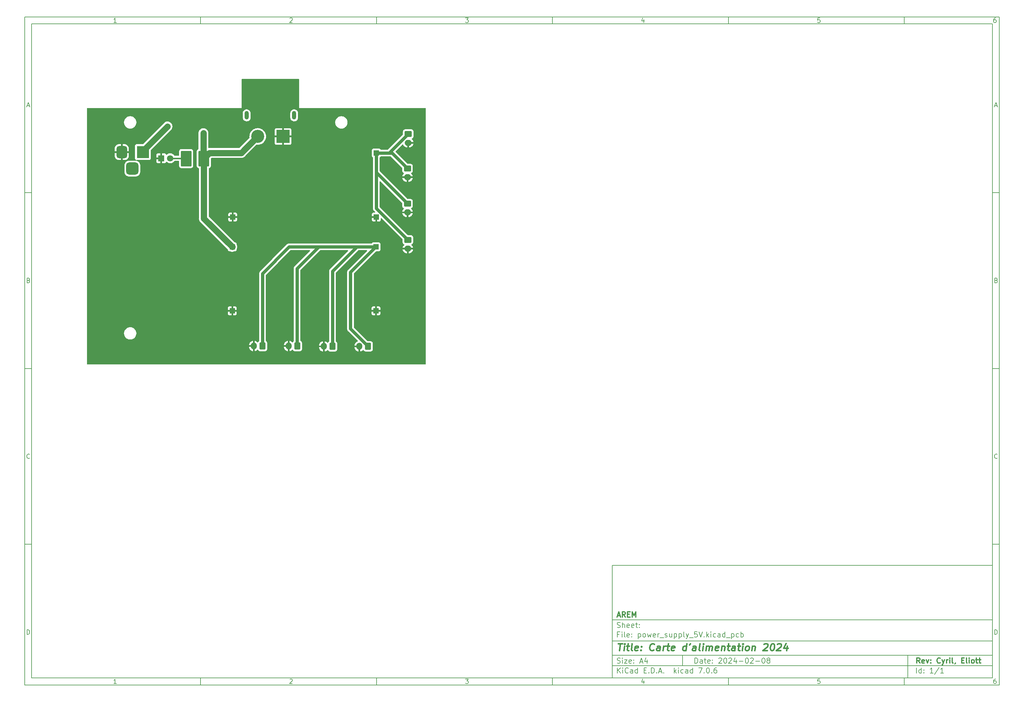
<source format=gbr>
%TF.GenerationSoftware,KiCad,Pcbnew,7.0.6*%
%TF.CreationDate,2024-02-08T22:19:59+01:00*%
%TF.ProjectId,power_supply_5V,706f7765-725f-4737-9570-706c795f3556,Cyril_ Eliott*%
%TF.SameCoordinates,Original*%
%TF.FileFunction,Copper,L1,Top*%
%TF.FilePolarity,Positive*%
%FSLAX46Y46*%
G04 Gerber Fmt 4.6, Leading zero omitted, Abs format (unit mm)*
G04 Created by KiCad (PCBNEW 7.0.6) date 2024-02-08 22:19:59*
%MOMM*%
%LPD*%
G01*
G04 APERTURE LIST*
G04 Aperture macros list*
%AMRoundRect*
0 Rectangle with rounded corners*
0 $1 Rounding radius*
0 $2 $3 $4 $5 $6 $7 $8 $9 X,Y pos of 4 corners*
0 Add a 4 corners polygon primitive as box body*
4,1,4,$2,$3,$4,$5,$6,$7,$8,$9,$2,$3,0*
0 Add four circle primitives for the rounded corners*
1,1,$1+$1,$2,$3*
1,1,$1+$1,$4,$5*
1,1,$1+$1,$6,$7*
1,1,$1+$1,$8,$9*
0 Add four rect primitives between the rounded corners*
20,1,$1+$1,$2,$3,$4,$5,0*
20,1,$1+$1,$4,$5,$6,$7,0*
20,1,$1+$1,$6,$7,$8,$9,0*
20,1,$1+$1,$8,$9,$2,$3,0*%
G04 Aperture macros list end*
%ADD10C,0.100000*%
%ADD11C,0.150000*%
%ADD12C,0.300000*%
%ADD13C,0.400000*%
%TA.AperFunction,ComponentPad*%
%ADD14R,3.716000X3.716000*%
%TD*%
%TA.AperFunction,ComponentPad*%
%ADD15C,3.716000*%
%TD*%
%TA.AperFunction,ComponentPad*%
%ADD16O,1.200000X2.400000*%
%TD*%
%TA.AperFunction,ComponentPad*%
%ADD17RoundRect,0.250000X-0.750000X0.600000X-0.750000X-0.600000X0.750000X-0.600000X0.750000X0.600000X0*%
%TD*%
%TA.AperFunction,ComponentPad*%
%ADD18O,2.000000X1.700000*%
%TD*%
%TA.AperFunction,ComponentPad*%
%ADD19RoundRect,0.250000X0.600000X0.750000X-0.600000X0.750000X-0.600000X-0.750000X0.600000X-0.750000X0*%
%TD*%
%TA.AperFunction,ComponentPad*%
%ADD20O,1.700000X2.000000*%
%TD*%
%TA.AperFunction,ComponentPad*%
%ADD21R,1.524000X1.524000*%
%TD*%
%TA.AperFunction,SMDPad,CuDef*%
%ADD22RoundRect,0.250001X1.262499X1.974999X-1.262499X1.974999X-1.262499X-1.974999X1.262499X-1.974999X0*%
%TD*%
%TA.AperFunction,ComponentPad*%
%ADD23R,1.800000X1.800000*%
%TD*%
%TA.AperFunction,ComponentPad*%
%ADD24C,1.800000*%
%TD*%
%TA.AperFunction,ComponentPad*%
%ADD25C,1.560000*%
%TD*%
%TA.AperFunction,ComponentPad*%
%ADD26R,3.500000X3.500000*%
%TD*%
%TA.AperFunction,ComponentPad*%
%ADD27RoundRect,0.750000X-0.750000X-1.000000X0.750000X-1.000000X0.750000X1.000000X-0.750000X1.000000X0*%
%TD*%
%TA.AperFunction,ComponentPad*%
%ADD28RoundRect,0.875000X-0.875000X-0.875000X0.875000X-0.875000X0.875000X0.875000X-0.875000X0.875000X0*%
%TD*%
%TA.AperFunction,Conductor*%
%ADD29C,1.800000*%
%TD*%
%TA.AperFunction,Conductor*%
%ADD30C,0.900000*%
%TD*%
%TA.AperFunction,Conductor*%
%ADD31C,0.400000*%
%TD*%
G04 APERTURE END LIST*
D10*
D11*
X177002200Y-166007200D02*
X285002200Y-166007200D01*
X285002200Y-198007200D01*
X177002200Y-198007200D01*
X177002200Y-166007200D01*
D10*
D11*
X10000000Y-10000000D02*
X287002200Y-10000000D01*
X287002200Y-200007200D01*
X10000000Y-200007200D01*
X10000000Y-10000000D01*
D10*
D11*
X12000000Y-12000000D02*
X285002200Y-12000000D01*
X285002200Y-198007200D01*
X12000000Y-198007200D01*
X12000000Y-12000000D01*
D10*
D11*
X60000000Y-12000000D02*
X60000000Y-10000000D01*
D10*
D11*
X110000000Y-12000000D02*
X110000000Y-10000000D01*
D10*
D11*
X160000000Y-12000000D02*
X160000000Y-10000000D01*
D10*
D11*
X210000000Y-12000000D02*
X210000000Y-10000000D01*
D10*
D11*
X260000000Y-12000000D02*
X260000000Y-10000000D01*
D10*
D11*
X36089160Y-11593604D02*
X35346303Y-11593604D01*
X35717731Y-11593604D02*
X35717731Y-10293604D01*
X35717731Y-10293604D02*
X35593922Y-10479319D01*
X35593922Y-10479319D02*
X35470112Y-10603128D01*
X35470112Y-10603128D02*
X35346303Y-10665033D01*
D10*
D11*
X85346303Y-10417414D02*
X85408207Y-10355509D01*
X85408207Y-10355509D02*
X85532017Y-10293604D01*
X85532017Y-10293604D02*
X85841541Y-10293604D01*
X85841541Y-10293604D02*
X85965350Y-10355509D01*
X85965350Y-10355509D02*
X86027255Y-10417414D01*
X86027255Y-10417414D02*
X86089160Y-10541223D01*
X86089160Y-10541223D02*
X86089160Y-10665033D01*
X86089160Y-10665033D02*
X86027255Y-10850747D01*
X86027255Y-10850747D02*
X85284398Y-11593604D01*
X85284398Y-11593604D02*
X86089160Y-11593604D01*
D10*
D11*
X135284398Y-10293604D02*
X136089160Y-10293604D01*
X136089160Y-10293604D02*
X135655826Y-10788842D01*
X135655826Y-10788842D02*
X135841541Y-10788842D01*
X135841541Y-10788842D02*
X135965350Y-10850747D01*
X135965350Y-10850747D02*
X136027255Y-10912652D01*
X136027255Y-10912652D02*
X136089160Y-11036461D01*
X136089160Y-11036461D02*
X136089160Y-11345985D01*
X136089160Y-11345985D02*
X136027255Y-11469795D01*
X136027255Y-11469795D02*
X135965350Y-11531700D01*
X135965350Y-11531700D02*
X135841541Y-11593604D01*
X135841541Y-11593604D02*
X135470112Y-11593604D01*
X135470112Y-11593604D02*
X135346303Y-11531700D01*
X135346303Y-11531700D02*
X135284398Y-11469795D01*
D10*
D11*
X185965350Y-10726938D02*
X185965350Y-11593604D01*
X185655826Y-10231700D02*
X185346303Y-11160271D01*
X185346303Y-11160271D02*
X186151064Y-11160271D01*
D10*
D11*
X236027255Y-10293604D02*
X235408207Y-10293604D01*
X235408207Y-10293604D02*
X235346303Y-10912652D01*
X235346303Y-10912652D02*
X235408207Y-10850747D01*
X235408207Y-10850747D02*
X235532017Y-10788842D01*
X235532017Y-10788842D02*
X235841541Y-10788842D01*
X235841541Y-10788842D02*
X235965350Y-10850747D01*
X235965350Y-10850747D02*
X236027255Y-10912652D01*
X236027255Y-10912652D02*
X236089160Y-11036461D01*
X236089160Y-11036461D02*
X236089160Y-11345985D01*
X236089160Y-11345985D02*
X236027255Y-11469795D01*
X236027255Y-11469795D02*
X235965350Y-11531700D01*
X235965350Y-11531700D02*
X235841541Y-11593604D01*
X235841541Y-11593604D02*
X235532017Y-11593604D01*
X235532017Y-11593604D02*
X235408207Y-11531700D01*
X235408207Y-11531700D02*
X235346303Y-11469795D01*
D10*
D11*
X285965350Y-10293604D02*
X285717731Y-10293604D01*
X285717731Y-10293604D02*
X285593922Y-10355509D01*
X285593922Y-10355509D02*
X285532017Y-10417414D01*
X285532017Y-10417414D02*
X285408207Y-10603128D01*
X285408207Y-10603128D02*
X285346303Y-10850747D01*
X285346303Y-10850747D02*
X285346303Y-11345985D01*
X285346303Y-11345985D02*
X285408207Y-11469795D01*
X285408207Y-11469795D02*
X285470112Y-11531700D01*
X285470112Y-11531700D02*
X285593922Y-11593604D01*
X285593922Y-11593604D02*
X285841541Y-11593604D01*
X285841541Y-11593604D02*
X285965350Y-11531700D01*
X285965350Y-11531700D02*
X286027255Y-11469795D01*
X286027255Y-11469795D02*
X286089160Y-11345985D01*
X286089160Y-11345985D02*
X286089160Y-11036461D01*
X286089160Y-11036461D02*
X286027255Y-10912652D01*
X286027255Y-10912652D02*
X285965350Y-10850747D01*
X285965350Y-10850747D02*
X285841541Y-10788842D01*
X285841541Y-10788842D02*
X285593922Y-10788842D01*
X285593922Y-10788842D02*
X285470112Y-10850747D01*
X285470112Y-10850747D02*
X285408207Y-10912652D01*
X285408207Y-10912652D02*
X285346303Y-11036461D01*
D10*
D11*
X60000000Y-198007200D02*
X60000000Y-200007200D01*
D10*
D11*
X110000000Y-198007200D02*
X110000000Y-200007200D01*
D10*
D11*
X160000000Y-198007200D02*
X160000000Y-200007200D01*
D10*
D11*
X210000000Y-198007200D02*
X210000000Y-200007200D01*
D10*
D11*
X260000000Y-198007200D02*
X260000000Y-200007200D01*
D10*
D11*
X36089160Y-199600804D02*
X35346303Y-199600804D01*
X35717731Y-199600804D02*
X35717731Y-198300804D01*
X35717731Y-198300804D02*
X35593922Y-198486519D01*
X35593922Y-198486519D02*
X35470112Y-198610328D01*
X35470112Y-198610328D02*
X35346303Y-198672233D01*
D10*
D11*
X85346303Y-198424614D02*
X85408207Y-198362709D01*
X85408207Y-198362709D02*
X85532017Y-198300804D01*
X85532017Y-198300804D02*
X85841541Y-198300804D01*
X85841541Y-198300804D02*
X85965350Y-198362709D01*
X85965350Y-198362709D02*
X86027255Y-198424614D01*
X86027255Y-198424614D02*
X86089160Y-198548423D01*
X86089160Y-198548423D02*
X86089160Y-198672233D01*
X86089160Y-198672233D02*
X86027255Y-198857947D01*
X86027255Y-198857947D02*
X85284398Y-199600804D01*
X85284398Y-199600804D02*
X86089160Y-199600804D01*
D10*
D11*
X135284398Y-198300804D02*
X136089160Y-198300804D01*
X136089160Y-198300804D02*
X135655826Y-198796042D01*
X135655826Y-198796042D02*
X135841541Y-198796042D01*
X135841541Y-198796042D02*
X135965350Y-198857947D01*
X135965350Y-198857947D02*
X136027255Y-198919852D01*
X136027255Y-198919852D02*
X136089160Y-199043661D01*
X136089160Y-199043661D02*
X136089160Y-199353185D01*
X136089160Y-199353185D02*
X136027255Y-199476995D01*
X136027255Y-199476995D02*
X135965350Y-199538900D01*
X135965350Y-199538900D02*
X135841541Y-199600804D01*
X135841541Y-199600804D02*
X135470112Y-199600804D01*
X135470112Y-199600804D02*
X135346303Y-199538900D01*
X135346303Y-199538900D02*
X135284398Y-199476995D01*
D10*
D11*
X185965350Y-198734138D02*
X185965350Y-199600804D01*
X185655826Y-198238900D02*
X185346303Y-199167471D01*
X185346303Y-199167471D02*
X186151064Y-199167471D01*
D10*
D11*
X236027255Y-198300804D02*
X235408207Y-198300804D01*
X235408207Y-198300804D02*
X235346303Y-198919852D01*
X235346303Y-198919852D02*
X235408207Y-198857947D01*
X235408207Y-198857947D02*
X235532017Y-198796042D01*
X235532017Y-198796042D02*
X235841541Y-198796042D01*
X235841541Y-198796042D02*
X235965350Y-198857947D01*
X235965350Y-198857947D02*
X236027255Y-198919852D01*
X236027255Y-198919852D02*
X236089160Y-199043661D01*
X236089160Y-199043661D02*
X236089160Y-199353185D01*
X236089160Y-199353185D02*
X236027255Y-199476995D01*
X236027255Y-199476995D02*
X235965350Y-199538900D01*
X235965350Y-199538900D02*
X235841541Y-199600804D01*
X235841541Y-199600804D02*
X235532017Y-199600804D01*
X235532017Y-199600804D02*
X235408207Y-199538900D01*
X235408207Y-199538900D02*
X235346303Y-199476995D01*
D10*
D11*
X285965350Y-198300804D02*
X285717731Y-198300804D01*
X285717731Y-198300804D02*
X285593922Y-198362709D01*
X285593922Y-198362709D02*
X285532017Y-198424614D01*
X285532017Y-198424614D02*
X285408207Y-198610328D01*
X285408207Y-198610328D02*
X285346303Y-198857947D01*
X285346303Y-198857947D02*
X285346303Y-199353185D01*
X285346303Y-199353185D02*
X285408207Y-199476995D01*
X285408207Y-199476995D02*
X285470112Y-199538900D01*
X285470112Y-199538900D02*
X285593922Y-199600804D01*
X285593922Y-199600804D02*
X285841541Y-199600804D01*
X285841541Y-199600804D02*
X285965350Y-199538900D01*
X285965350Y-199538900D02*
X286027255Y-199476995D01*
X286027255Y-199476995D02*
X286089160Y-199353185D01*
X286089160Y-199353185D02*
X286089160Y-199043661D01*
X286089160Y-199043661D02*
X286027255Y-198919852D01*
X286027255Y-198919852D02*
X285965350Y-198857947D01*
X285965350Y-198857947D02*
X285841541Y-198796042D01*
X285841541Y-198796042D02*
X285593922Y-198796042D01*
X285593922Y-198796042D02*
X285470112Y-198857947D01*
X285470112Y-198857947D02*
X285408207Y-198919852D01*
X285408207Y-198919852D02*
X285346303Y-199043661D01*
D10*
D11*
X10000000Y-60000000D02*
X12000000Y-60000000D01*
D10*
D11*
X10000000Y-110000000D02*
X12000000Y-110000000D01*
D10*
D11*
X10000000Y-160000000D02*
X12000000Y-160000000D01*
D10*
D11*
X10690476Y-35222176D02*
X11309523Y-35222176D01*
X10566666Y-35593604D02*
X10999999Y-34293604D01*
X10999999Y-34293604D02*
X11433333Y-35593604D01*
D10*
D11*
X11092857Y-84912652D02*
X11278571Y-84974557D01*
X11278571Y-84974557D02*
X11340476Y-85036461D01*
X11340476Y-85036461D02*
X11402380Y-85160271D01*
X11402380Y-85160271D02*
X11402380Y-85345985D01*
X11402380Y-85345985D02*
X11340476Y-85469795D01*
X11340476Y-85469795D02*
X11278571Y-85531700D01*
X11278571Y-85531700D02*
X11154761Y-85593604D01*
X11154761Y-85593604D02*
X10659523Y-85593604D01*
X10659523Y-85593604D02*
X10659523Y-84293604D01*
X10659523Y-84293604D02*
X11092857Y-84293604D01*
X11092857Y-84293604D02*
X11216666Y-84355509D01*
X11216666Y-84355509D02*
X11278571Y-84417414D01*
X11278571Y-84417414D02*
X11340476Y-84541223D01*
X11340476Y-84541223D02*
X11340476Y-84665033D01*
X11340476Y-84665033D02*
X11278571Y-84788842D01*
X11278571Y-84788842D02*
X11216666Y-84850747D01*
X11216666Y-84850747D02*
X11092857Y-84912652D01*
X11092857Y-84912652D02*
X10659523Y-84912652D01*
D10*
D11*
X11402380Y-135469795D02*
X11340476Y-135531700D01*
X11340476Y-135531700D02*
X11154761Y-135593604D01*
X11154761Y-135593604D02*
X11030952Y-135593604D01*
X11030952Y-135593604D02*
X10845238Y-135531700D01*
X10845238Y-135531700D02*
X10721428Y-135407890D01*
X10721428Y-135407890D02*
X10659523Y-135284080D01*
X10659523Y-135284080D02*
X10597619Y-135036461D01*
X10597619Y-135036461D02*
X10597619Y-134850747D01*
X10597619Y-134850747D02*
X10659523Y-134603128D01*
X10659523Y-134603128D02*
X10721428Y-134479319D01*
X10721428Y-134479319D02*
X10845238Y-134355509D01*
X10845238Y-134355509D02*
X11030952Y-134293604D01*
X11030952Y-134293604D02*
X11154761Y-134293604D01*
X11154761Y-134293604D02*
X11340476Y-134355509D01*
X11340476Y-134355509D02*
X11402380Y-134417414D01*
D10*
D11*
X10659523Y-185593604D02*
X10659523Y-184293604D01*
X10659523Y-184293604D02*
X10969047Y-184293604D01*
X10969047Y-184293604D02*
X11154761Y-184355509D01*
X11154761Y-184355509D02*
X11278571Y-184479319D01*
X11278571Y-184479319D02*
X11340476Y-184603128D01*
X11340476Y-184603128D02*
X11402380Y-184850747D01*
X11402380Y-184850747D02*
X11402380Y-185036461D01*
X11402380Y-185036461D02*
X11340476Y-185284080D01*
X11340476Y-185284080D02*
X11278571Y-185407890D01*
X11278571Y-185407890D02*
X11154761Y-185531700D01*
X11154761Y-185531700D02*
X10969047Y-185593604D01*
X10969047Y-185593604D02*
X10659523Y-185593604D01*
D10*
D11*
X287002200Y-60000000D02*
X285002200Y-60000000D01*
D10*
D11*
X287002200Y-110000000D02*
X285002200Y-110000000D01*
D10*
D11*
X287002200Y-160000000D02*
X285002200Y-160000000D01*
D10*
D11*
X285692676Y-35222176D02*
X286311723Y-35222176D01*
X285568866Y-35593604D02*
X286002199Y-34293604D01*
X286002199Y-34293604D02*
X286435533Y-35593604D01*
D10*
D11*
X286095057Y-84912652D02*
X286280771Y-84974557D01*
X286280771Y-84974557D02*
X286342676Y-85036461D01*
X286342676Y-85036461D02*
X286404580Y-85160271D01*
X286404580Y-85160271D02*
X286404580Y-85345985D01*
X286404580Y-85345985D02*
X286342676Y-85469795D01*
X286342676Y-85469795D02*
X286280771Y-85531700D01*
X286280771Y-85531700D02*
X286156961Y-85593604D01*
X286156961Y-85593604D02*
X285661723Y-85593604D01*
X285661723Y-85593604D02*
X285661723Y-84293604D01*
X285661723Y-84293604D02*
X286095057Y-84293604D01*
X286095057Y-84293604D02*
X286218866Y-84355509D01*
X286218866Y-84355509D02*
X286280771Y-84417414D01*
X286280771Y-84417414D02*
X286342676Y-84541223D01*
X286342676Y-84541223D02*
X286342676Y-84665033D01*
X286342676Y-84665033D02*
X286280771Y-84788842D01*
X286280771Y-84788842D02*
X286218866Y-84850747D01*
X286218866Y-84850747D02*
X286095057Y-84912652D01*
X286095057Y-84912652D02*
X285661723Y-84912652D01*
D10*
D11*
X286404580Y-135469795D02*
X286342676Y-135531700D01*
X286342676Y-135531700D02*
X286156961Y-135593604D01*
X286156961Y-135593604D02*
X286033152Y-135593604D01*
X286033152Y-135593604D02*
X285847438Y-135531700D01*
X285847438Y-135531700D02*
X285723628Y-135407890D01*
X285723628Y-135407890D02*
X285661723Y-135284080D01*
X285661723Y-135284080D02*
X285599819Y-135036461D01*
X285599819Y-135036461D02*
X285599819Y-134850747D01*
X285599819Y-134850747D02*
X285661723Y-134603128D01*
X285661723Y-134603128D02*
X285723628Y-134479319D01*
X285723628Y-134479319D02*
X285847438Y-134355509D01*
X285847438Y-134355509D02*
X286033152Y-134293604D01*
X286033152Y-134293604D02*
X286156961Y-134293604D01*
X286156961Y-134293604D02*
X286342676Y-134355509D01*
X286342676Y-134355509D02*
X286404580Y-134417414D01*
D10*
D11*
X285661723Y-185593604D02*
X285661723Y-184293604D01*
X285661723Y-184293604D02*
X285971247Y-184293604D01*
X285971247Y-184293604D02*
X286156961Y-184355509D01*
X286156961Y-184355509D02*
X286280771Y-184479319D01*
X286280771Y-184479319D02*
X286342676Y-184603128D01*
X286342676Y-184603128D02*
X286404580Y-184850747D01*
X286404580Y-184850747D02*
X286404580Y-185036461D01*
X286404580Y-185036461D02*
X286342676Y-185284080D01*
X286342676Y-185284080D02*
X286280771Y-185407890D01*
X286280771Y-185407890D02*
X286156961Y-185531700D01*
X286156961Y-185531700D02*
X285971247Y-185593604D01*
X285971247Y-185593604D02*
X285661723Y-185593604D01*
D10*
D11*
X200458026Y-193793328D02*
X200458026Y-192293328D01*
X200458026Y-192293328D02*
X200815169Y-192293328D01*
X200815169Y-192293328D02*
X201029455Y-192364757D01*
X201029455Y-192364757D02*
X201172312Y-192507614D01*
X201172312Y-192507614D02*
X201243741Y-192650471D01*
X201243741Y-192650471D02*
X201315169Y-192936185D01*
X201315169Y-192936185D02*
X201315169Y-193150471D01*
X201315169Y-193150471D02*
X201243741Y-193436185D01*
X201243741Y-193436185D02*
X201172312Y-193579042D01*
X201172312Y-193579042D02*
X201029455Y-193721900D01*
X201029455Y-193721900D02*
X200815169Y-193793328D01*
X200815169Y-193793328D02*
X200458026Y-193793328D01*
X202600884Y-193793328D02*
X202600884Y-193007614D01*
X202600884Y-193007614D02*
X202529455Y-192864757D01*
X202529455Y-192864757D02*
X202386598Y-192793328D01*
X202386598Y-192793328D02*
X202100884Y-192793328D01*
X202100884Y-192793328D02*
X201958026Y-192864757D01*
X202600884Y-193721900D02*
X202458026Y-193793328D01*
X202458026Y-193793328D02*
X202100884Y-193793328D01*
X202100884Y-193793328D02*
X201958026Y-193721900D01*
X201958026Y-193721900D02*
X201886598Y-193579042D01*
X201886598Y-193579042D02*
X201886598Y-193436185D01*
X201886598Y-193436185D02*
X201958026Y-193293328D01*
X201958026Y-193293328D02*
X202100884Y-193221900D01*
X202100884Y-193221900D02*
X202458026Y-193221900D01*
X202458026Y-193221900D02*
X202600884Y-193150471D01*
X203100884Y-192793328D02*
X203672312Y-192793328D01*
X203315169Y-192293328D02*
X203315169Y-193579042D01*
X203315169Y-193579042D02*
X203386598Y-193721900D01*
X203386598Y-193721900D02*
X203529455Y-193793328D01*
X203529455Y-193793328D02*
X203672312Y-193793328D01*
X204743741Y-193721900D02*
X204600884Y-193793328D01*
X204600884Y-193793328D02*
X204315170Y-193793328D01*
X204315170Y-193793328D02*
X204172312Y-193721900D01*
X204172312Y-193721900D02*
X204100884Y-193579042D01*
X204100884Y-193579042D02*
X204100884Y-193007614D01*
X204100884Y-193007614D02*
X204172312Y-192864757D01*
X204172312Y-192864757D02*
X204315170Y-192793328D01*
X204315170Y-192793328D02*
X204600884Y-192793328D01*
X204600884Y-192793328D02*
X204743741Y-192864757D01*
X204743741Y-192864757D02*
X204815170Y-193007614D01*
X204815170Y-193007614D02*
X204815170Y-193150471D01*
X204815170Y-193150471D02*
X204100884Y-193293328D01*
X205458026Y-193650471D02*
X205529455Y-193721900D01*
X205529455Y-193721900D02*
X205458026Y-193793328D01*
X205458026Y-193793328D02*
X205386598Y-193721900D01*
X205386598Y-193721900D02*
X205458026Y-193650471D01*
X205458026Y-193650471D02*
X205458026Y-193793328D01*
X205458026Y-192864757D02*
X205529455Y-192936185D01*
X205529455Y-192936185D02*
X205458026Y-193007614D01*
X205458026Y-193007614D02*
X205386598Y-192936185D01*
X205386598Y-192936185D02*
X205458026Y-192864757D01*
X205458026Y-192864757D02*
X205458026Y-193007614D01*
X207243741Y-192436185D02*
X207315169Y-192364757D01*
X207315169Y-192364757D02*
X207458027Y-192293328D01*
X207458027Y-192293328D02*
X207815169Y-192293328D01*
X207815169Y-192293328D02*
X207958027Y-192364757D01*
X207958027Y-192364757D02*
X208029455Y-192436185D01*
X208029455Y-192436185D02*
X208100884Y-192579042D01*
X208100884Y-192579042D02*
X208100884Y-192721900D01*
X208100884Y-192721900D02*
X208029455Y-192936185D01*
X208029455Y-192936185D02*
X207172312Y-193793328D01*
X207172312Y-193793328D02*
X208100884Y-193793328D01*
X209029455Y-192293328D02*
X209172312Y-192293328D01*
X209172312Y-192293328D02*
X209315169Y-192364757D01*
X209315169Y-192364757D02*
X209386598Y-192436185D01*
X209386598Y-192436185D02*
X209458026Y-192579042D01*
X209458026Y-192579042D02*
X209529455Y-192864757D01*
X209529455Y-192864757D02*
X209529455Y-193221900D01*
X209529455Y-193221900D02*
X209458026Y-193507614D01*
X209458026Y-193507614D02*
X209386598Y-193650471D01*
X209386598Y-193650471D02*
X209315169Y-193721900D01*
X209315169Y-193721900D02*
X209172312Y-193793328D01*
X209172312Y-193793328D02*
X209029455Y-193793328D01*
X209029455Y-193793328D02*
X208886598Y-193721900D01*
X208886598Y-193721900D02*
X208815169Y-193650471D01*
X208815169Y-193650471D02*
X208743740Y-193507614D01*
X208743740Y-193507614D02*
X208672312Y-193221900D01*
X208672312Y-193221900D02*
X208672312Y-192864757D01*
X208672312Y-192864757D02*
X208743740Y-192579042D01*
X208743740Y-192579042D02*
X208815169Y-192436185D01*
X208815169Y-192436185D02*
X208886598Y-192364757D01*
X208886598Y-192364757D02*
X209029455Y-192293328D01*
X210100883Y-192436185D02*
X210172311Y-192364757D01*
X210172311Y-192364757D02*
X210315169Y-192293328D01*
X210315169Y-192293328D02*
X210672311Y-192293328D01*
X210672311Y-192293328D02*
X210815169Y-192364757D01*
X210815169Y-192364757D02*
X210886597Y-192436185D01*
X210886597Y-192436185D02*
X210958026Y-192579042D01*
X210958026Y-192579042D02*
X210958026Y-192721900D01*
X210958026Y-192721900D02*
X210886597Y-192936185D01*
X210886597Y-192936185D02*
X210029454Y-193793328D01*
X210029454Y-193793328D02*
X210958026Y-193793328D01*
X212243740Y-192793328D02*
X212243740Y-193793328D01*
X211886597Y-192221900D02*
X211529454Y-193293328D01*
X211529454Y-193293328D02*
X212458025Y-193293328D01*
X213029453Y-193221900D02*
X214172311Y-193221900D01*
X215172311Y-192293328D02*
X215315168Y-192293328D01*
X215315168Y-192293328D02*
X215458025Y-192364757D01*
X215458025Y-192364757D02*
X215529454Y-192436185D01*
X215529454Y-192436185D02*
X215600882Y-192579042D01*
X215600882Y-192579042D02*
X215672311Y-192864757D01*
X215672311Y-192864757D02*
X215672311Y-193221900D01*
X215672311Y-193221900D02*
X215600882Y-193507614D01*
X215600882Y-193507614D02*
X215529454Y-193650471D01*
X215529454Y-193650471D02*
X215458025Y-193721900D01*
X215458025Y-193721900D02*
X215315168Y-193793328D01*
X215315168Y-193793328D02*
X215172311Y-193793328D01*
X215172311Y-193793328D02*
X215029454Y-193721900D01*
X215029454Y-193721900D02*
X214958025Y-193650471D01*
X214958025Y-193650471D02*
X214886596Y-193507614D01*
X214886596Y-193507614D02*
X214815168Y-193221900D01*
X214815168Y-193221900D02*
X214815168Y-192864757D01*
X214815168Y-192864757D02*
X214886596Y-192579042D01*
X214886596Y-192579042D02*
X214958025Y-192436185D01*
X214958025Y-192436185D02*
X215029454Y-192364757D01*
X215029454Y-192364757D02*
X215172311Y-192293328D01*
X216243739Y-192436185D02*
X216315167Y-192364757D01*
X216315167Y-192364757D02*
X216458025Y-192293328D01*
X216458025Y-192293328D02*
X216815167Y-192293328D01*
X216815167Y-192293328D02*
X216958025Y-192364757D01*
X216958025Y-192364757D02*
X217029453Y-192436185D01*
X217029453Y-192436185D02*
X217100882Y-192579042D01*
X217100882Y-192579042D02*
X217100882Y-192721900D01*
X217100882Y-192721900D02*
X217029453Y-192936185D01*
X217029453Y-192936185D02*
X216172310Y-193793328D01*
X216172310Y-193793328D02*
X217100882Y-193793328D01*
X217743738Y-193221900D02*
X218886596Y-193221900D01*
X219886596Y-192293328D02*
X220029453Y-192293328D01*
X220029453Y-192293328D02*
X220172310Y-192364757D01*
X220172310Y-192364757D02*
X220243739Y-192436185D01*
X220243739Y-192436185D02*
X220315167Y-192579042D01*
X220315167Y-192579042D02*
X220386596Y-192864757D01*
X220386596Y-192864757D02*
X220386596Y-193221900D01*
X220386596Y-193221900D02*
X220315167Y-193507614D01*
X220315167Y-193507614D02*
X220243739Y-193650471D01*
X220243739Y-193650471D02*
X220172310Y-193721900D01*
X220172310Y-193721900D02*
X220029453Y-193793328D01*
X220029453Y-193793328D02*
X219886596Y-193793328D01*
X219886596Y-193793328D02*
X219743739Y-193721900D01*
X219743739Y-193721900D02*
X219672310Y-193650471D01*
X219672310Y-193650471D02*
X219600881Y-193507614D01*
X219600881Y-193507614D02*
X219529453Y-193221900D01*
X219529453Y-193221900D02*
X219529453Y-192864757D01*
X219529453Y-192864757D02*
X219600881Y-192579042D01*
X219600881Y-192579042D02*
X219672310Y-192436185D01*
X219672310Y-192436185D02*
X219743739Y-192364757D01*
X219743739Y-192364757D02*
X219886596Y-192293328D01*
X221243738Y-192936185D02*
X221100881Y-192864757D01*
X221100881Y-192864757D02*
X221029452Y-192793328D01*
X221029452Y-192793328D02*
X220958024Y-192650471D01*
X220958024Y-192650471D02*
X220958024Y-192579042D01*
X220958024Y-192579042D02*
X221029452Y-192436185D01*
X221029452Y-192436185D02*
X221100881Y-192364757D01*
X221100881Y-192364757D02*
X221243738Y-192293328D01*
X221243738Y-192293328D02*
X221529452Y-192293328D01*
X221529452Y-192293328D02*
X221672310Y-192364757D01*
X221672310Y-192364757D02*
X221743738Y-192436185D01*
X221743738Y-192436185D02*
X221815167Y-192579042D01*
X221815167Y-192579042D02*
X221815167Y-192650471D01*
X221815167Y-192650471D02*
X221743738Y-192793328D01*
X221743738Y-192793328D02*
X221672310Y-192864757D01*
X221672310Y-192864757D02*
X221529452Y-192936185D01*
X221529452Y-192936185D02*
X221243738Y-192936185D01*
X221243738Y-192936185D02*
X221100881Y-193007614D01*
X221100881Y-193007614D02*
X221029452Y-193079042D01*
X221029452Y-193079042D02*
X220958024Y-193221900D01*
X220958024Y-193221900D02*
X220958024Y-193507614D01*
X220958024Y-193507614D02*
X221029452Y-193650471D01*
X221029452Y-193650471D02*
X221100881Y-193721900D01*
X221100881Y-193721900D02*
X221243738Y-193793328D01*
X221243738Y-193793328D02*
X221529452Y-193793328D01*
X221529452Y-193793328D02*
X221672310Y-193721900D01*
X221672310Y-193721900D02*
X221743738Y-193650471D01*
X221743738Y-193650471D02*
X221815167Y-193507614D01*
X221815167Y-193507614D02*
X221815167Y-193221900D01*
X221815167Y-193221900D02*
X221743738Y-193079042D01*
X221743738Y-193079042D02*
X221672310Y-193007614D01*
X221672310Y-193007614D02*
X221529452Y-192936185D01*
D10*
D11*
X177002200Y-194507200D02*
X285002200Y-194507200D01*
D10*
D11*
X178458026Y-196593328D02*
X178458026Y-195093328D01*
X179315169Y-196593328D02*
X178672312Y-195736185D01*
X179315169Y-195093328D02*
X178458026Y-195950471D01*
X179958026Y-196593328D02*
X179958026Y-195593328D01*
X179958026Y-195093328D02*
X179886598Y-195164757D01*
X179886598Y-195164757D02*
X179958026Y-195236185D01*
X179958026Y-195236185D02*
X180029455Y-195164757D01*
X180029455Y-195164757D02*
X179958026Y-195093328D01*
X179958026Y-195093328D02*
X179958026Y-195236185D01*
X181529455Y-196450471D02*
X181458027Y-196521900D01*
X181458027Y-196521900D02*
X181243741Y-196593328D01*
X181243741Y-196593328D02*
X181100884Y-196593328D01*
X181100884Y-196593328D02*
X180886598Y-196521900D01*
X180886598Y-196521900D02*
X180743741Y-196379042D01*
X180743741Y-196379042D02*
X180672312Y-196236185D01*
X180672312Y-196236185D02*
X180600884Y-195950471D01*
X180600884Y-195950471D02*
X180600884Y-195736185D01*
X180600884Y-195736185D02*
X180672312Y-195450471D01*
X180672312Y-195450471D02*
X180743741Y-195307614D01*
X180743741Y-195307614D02*
X180886598Y-195164757D01*
X180886598Y-195164757D02*
X181100884Y-195093328D01*
X181100884Y-195093328D02*
X181243741Y-195093328D01*
X181243741Y-195093328D02*
X181458027Y-195164757D01*
X181458027Y-195164757D02*
X181529455Y-195236185D01*
X182815170Y-196593328D02*
X182815170Y-195807614D01*
X182815170Y-195807614D02*
X182743741Y-195664757D01*
X182743741Y-195664757D02*
X182600884Y-195593328D01*
X182600884Y-195593328D02*
X182315170Y-195593328D01*
X182315170Y-195593328D02*
X182172312Y-195664757D01*
X182815170Y-196521900D02*
X182672312Y-196593328D01*
X182672312Y-196593328D02*
X182315170Y-196593328D01*
X182315170Y-196593328D02*
X182172312Y-196521900D01*
X182172312Y-196521900D02*
X182100884Y-196379042D01*
X182100884Y-196379042D02*
X182100884Y-196236185D01*
X182100884Y-196236185D02*
X182172312Y-196093328D01*
X182172312Y-196093328D02*
X182315170Y-196021900D01*
X182315170Y-196021900D02*
X182672312Y-196021900D01*
X182672312Y-196021900D02*
X182815170Y-195950471D01*
X184172313Y-196593328D02*
X184172313Y-195093328D01*
X184172313Y-196521900D02*
X184029455Y-196593328D01*
X184029455Y-196593328D02*
X183743741Y-196593328D01*
X183743741Y-196593328D02*
X183600884Y-196521900D01*
X183600884Y-196521900D02*
X183529455Y-196450471D01*
X183529455Y-196450471D02*
X183458027Y-196307614D01*
X183458027Y-196307614D02*
X183458027Y-195879042D01*
X183458027Y-195879042D02*
X183529455Y-195736185D01*
X183529455Y-195736185D02*
X183600884Y-195664757D01*
X183600884Y-195664757D02*
X183743741Y-195593328D01*
X183743741Y-195593328D02*
X184029455Y-195593328D01*
X184029455Y-195593328D02*
X184172313Y-195664757D01*
X186029455Y-195807614D02*
X186529455Y-195807614D01*
X186743741Y-196593328D02*
X186029455Y-196593328D01*
X186029455Y-196593328D02*
X186029455Y-195093328D01*
X186029455Y-195093328D02*
X186743741Y-195093328D01*
X187386598Y-196450471D02*
X187458027Y-196521900D01*
X187458027Y-196521900D02*
X187386598Y-196593328D01*
X187386598Y-196593328D02*
X187315170Y-196521900D01*
X187315170Y-196521900D02*
X187386598Y-196450471D01*
X187386598Y-196450471D02*
X187386598Y-196593328D01*
X188100884Y-196593328D02*
X188100884Y-195093328D01*
X188100884Y-195093328D02*
X188458027Y-195093328D01*
X188458027Y-195093328D02*
X188672313Y-195164757D01*
X188672313Y-195164757D02*
X188815170Y-195307614D01*
X188815170Y-195307614D02*
X188886599Y-195450471D01*
X188886599Y-195450471D02*
X188958027Y-195736185D01*
X188958027Y-195736185D02*
X188958027Y-195950471D01*
X188958027Y-195950471D02*
X188886599Y-196236185D01*
X188886599Y-196236185D02*
X188815170Y-196379042D01*
X188815170Y-196379042D02*
X188672313Y-196521900D01*
X188672313Y-196521900D02*
X188458027Y-196593328D01*
X188458027Y-196593328D02*
X188100884Y-196593328D01*
X189600884Y-196450471D02*
X189672313Y-196521900D01*
X189672313Y-196521900D02*
X189600884Y-196593328D01*
X189600884Y-196593328D02*
X189529456Y-196521900D01*
X189529456Y-196521900D02*
X189600884Y-196450471D01*
X189600884Y-196450471D02*
X189600884Y-196593328D01*
X190243742Y-196164757D02*
X190958028Y-196164757D01*
X190100885Y-196593328D02*
X190600885Y-195093328D01*
X190600885Y-195093328D02*
X191100885Y-196593328D01*
X191600884Y-196450471D02*
X191672313Y-196521900D01*
X191672313Y-196521900D02*
X191600884Y-196593328D01*
X191600884Y-196593328D02*
X191529456Y-196521900D01*
X191529456Y-196521900D02*
X191600884Y-196450471D01*
X191600884Y-196450471D02*
X191600884Y-196593328D01*
X194600884Y-196593328D02*
X194600884Y-195093328D01*
X194743742Y-196021900D02*
X195172313Y-196593328D01*
X195172313Y-195593328D02*
X194600884Y-196164757D01*
X195815170Y-196593328D02*
X195815170Y-195593328D01*
X195815170Y-195093328D02*
X195743742Y-195164757D01*
X195743742Y-195164757D02*
X195815170Y-195236185D01*
X195815170Y-195236185D02*
X195886599Y-195164757D01*
X195886599Y-195164757D02*
X195815170Y-195093328D01*
X195815170Y-195093328D02*
X195815170Y-195236185D01*
X197172314Y-196521900D02*
X197029456Y-196593328D01*
X197029456Y-196593328D02*
X196743742Y-196593328D01*
X196743742Y-196593328D02*
X196600885Y-196521900D01*
X196600885Y-196521900D02*
X196529456Y-196450471D01*
X196529456Y-196450471D02*
X196458028Y-196307614D01*
X196458028Y-196307614D02*
X196458028Y-195879042D01*
X196458028Y-195879042D02*
X196529456Y-195736185D01*
X196529456Y-195736185D02*
X196600885Y-195664757D01*
X196600885Y-195664757D02*
X196743742Y-195593328D01*
X196743742Y-195593328D02*
X197029456Y-195593328D01*
X197029456Y-195593328D02*
X197172314Y-195664757D01*
X198458028Y-196593328D02*
X198458028Y-195807614D01*
X198458028Y-195807614D02*
X198386599Y-195664757D01*
X198386599Y-195664757D02*
X198243742Y-195593328D01*
X198243742Y-195593328D02*
X197958028Y-195593328D01*
X197958028Y-195593328D02*
X197815170Y-195664757D01*
X198458028Y-196521900D02*
X198315170Y-196593328D01*
X198315170Y-196593328D02*
X197958028Y-196593328D01*
X197958028Y-196593328D02*
X197815170Y-196521900D01*
X197815170Y-196521900D02*
X197743742Y-196379042D01*
X197743742Y-196379042D02*
X197743742Y-196236185D01*
X197743742Y-196236185D02*
X197815170Y-196093328D01*
X197815170Y-196093328D02*
X197958028Y-196021900D01*
X197958028Y-196021900D02*
X198315170Y-196021900D01*
X198315170Y-196021900D02*
X198458028Y-195950471D01*
X199815171Y-196593328D02*
X199815171Y-195093328D01*
X199815171Y-196521900D02*
X199672313Y-196593328D01*
X199672313Y-196593328D02*
X199386599Y-196593328D01*
X199386599Y-196593328D02*
X199243742Y-196521900D01*
X199243742Y-196521900D02*
X199172313Y-196450471D01*
X199172313Y-196450471D02*
X199100885Y-196307614D01*
X199100885Y-196307614D02*
X199100885Y-195879042D01*
X199100885Y-195879042D02*
X199172313Y-195736185D01*
X199172313Y-195736185D02*
X199243742Y-195664757D01*
X199243742Y-195664757D02*
X199386599Y-195593328D01*
X199386599Y-195593328D02*
X199672313Y-195593328D01*
X199672313Y-195593328D02*
X199815171Y-195664757D01*
X201529456Y-195093328D02*
X202529456Y-195093328D01*
X202529456Y-195093328D02*
X201886599Y-196593328D01*
X203100884Y-196450471D02*
X203172313Y-196521900D01*
X203172313Y-196521900D02*
X203100884Y-196593328D01*
X203100884Y-196593328D02*
X203029456Y-196521900D01*
X203029456Y-196521900D02*
X203100884Y-196450471D01*
X203100884Y-196450471D02*
X203100884Y-196593328D01*
X204100885Y-195093328D02*
X204243742Y-195093328D01*
X204243742Y-195093328D02*
X204386599Y-195164757D01*
X204386599Y-195164757D02*
X204458028Y-195236185D01*
X204458028Y-195236185D02*
X204529456Y-195379042D01*
X204529456Y-195379042D02*
X204600885Y-195664757D01*
X204600885Y-195664757D02*
X204600885Y-196021900D01*
X204600885Y-196021900D02*
X204529456Y-196307614D01*
X204529456Y-196307614D02*
X204458028Y-196450471D01*
X204458028Y-196450471D02*
X204386599Y-196521900D01*
X204386599Y-196521900D02*
X204243742Y-196593328D01*
X204243742Y-196593328D02*
X204100885Y-196593328D01*
X204100885Y-196593328D02*
X203958028Y-196521900D01*
X203958028Y-196521900D02*
X203886599Y-196450471D01*
X203886599Y-196450471D02*
X203815170Y-196307614D01*
X203815170Y-196307614D02*
X203743742Y-196021900D01*
X203743742Y-196021900D02*
X203743742Y-195664757D01*
X203743742Y-195664757D02*
X203815170Y-195379042D01*
X203815170Y-195379042D02*
X203886599Y-195236185D01*
X203886599Y-195236185D02*
X203958028Y-195164757D01*
X203958028Y-195164757D02*
X204100885Y-195093328D01*
X205243741Y-196450471D02*
X205315170Y-196521900D01*
X205315170Y-196521900D02*
X205243741Y-196593328D01*
X205243741Y-196593328D02*
X205172313Y-196521900D01*
X205172313Y-196521900D02*
X205243741Y-196450471D01*
X205243741Y-196450471D02*
X205243741Y-196593328D01*
X206600885Y-195093328D02*
X206315170Y-195093328D01*
X206315170Y-195093328D02*
X206172313Y-195164757D01*
X206172313Y-195164757D02*
X206100885Y-195236185D01*
X206100885Y-195236185D02*
X205958027Y-195450471D01*
X205958027Y-195450471D02*
X205886599Y-195736185D01*
X205886599Y-195736185D02*
X205886599Y-196307614D01*
X205886599Y-196307614D02*
X205958027Y-196450471D01*
X205958027Y-196450471D02*
X206029456Y-196521900D01*
X206029456Y-196521900D02*
X206172313Y-196593328D01*
X206172313Y-196593328D02*
X206458027Y-196593328D01*
X206458027Y-196593328D02*
X206600885Y-196521900D01*
X206600885Y-196521900D02*
X206672313Y-196450471D01*
X206672313Y-196450471D02*
X206743742Y-196307614D01*
X206743742Y-196307614D02*
X206743742Y-195950471D01*
X206743742Y-195950471D02*
X206672313Y-195807614D01*
X206672313Y-195807614D02*
X206600885Y-195736185D01*
X206600885Y-195736185D02*
X206458027Y-195664757D01*
X206458027Y-195664757D02*
X206172313Y-195664757D01*
X206172313Y-195664757D02*
X206029456Y-195736185D01*
X206029456Y-195736185D02*
X205958027Y-195807614D01*
X205958027Y-195807614D02*
X205886599Y-195950471D01*
D10*
D11*
X177002200Y-191507200D02*
X285002200Y-191507200D01*
D10*
D12*
X264413853Y-193785528D02*
X263913853Y-193071242D01*
X263556710Y-193785528D02*
X263556710Y-192285528D01*
X263556710Y-192285528D02*
X264128139Y-192285528D01*
X264128139Y-192285528D02*
X264270996Y-192356957D01*
X264270996Y-192356957D02*
X264342425Y-192428385D01*
X264342425Y-192428385D02*
X264413853Y-192571242D01*
X264413853Y-192571242D02*
X264413853Y-192785528D01*
X264413853Y-192785528D02*
X264342425Y-192928385D01*
X264342425Y-192928385D02*
X264270996Y-192999814D01*
X264270996Y-192999814D02*
X264128139Y-193071242D01*
X264128139Y-193071242D02*
X263556710Y-193071242D01*
X265628139Y-193714100D02*
X265485282Y-193785528D01*
X265485282Y-193785528D02*
X265199568Y-193785528D01*
X265199568Y-193785528D02*
X265056710Y-193714100D01*
X265056710Y-193714100D02*
X264985282Y-193571242D01*
X264985282Y-193571242D02*
X264985282Y-192999814D01*
X264985282Y-192999814D02*
X265056710Y-192856957D01*
X265056710Y-192856957D02*
X265199568Y-192785528D01*
X265199568Y-192785528D02*
X265485282Y-192785528D01*
X265485282Y-192785528D02*
X265628139Y-192856957D01*
X265628139Y-192856957D02*
X265699568Y-192999814D01*
X265699568Y-192999814D02*
X265699568Y-193142671D01*
X265699568Y-193142671D02*
X264985282Y-193285528D01*
X266199567Y-192785528D02*
X266556710Y-193785528D01*
X266556710Y-193785528D02*
X266913853Y-192785528D01*
X267485281Y-193642671D02*
X267556710Y-193714100D01*
X267556710Y-193714100D02*
X267485281Y-193785528D01*
X267485281Y-193785528D02*
X267413853Y-193714100D01*
X267413853Y-193714100D02*
X267485281Y-193642671D01*
X267485281Y-193642671D02*
X267485281Y-193785528D01*
X267485281Y-192856957D02*
X267556710Y-192928385D01*
X267556710Y-192928385D02*
X267485281Y-192999814D01*
X267485281Y-192999814D02*
X267413853Y-192928385D01*
X267413853Y-192928385D02*
X267485281Y-192856957D01*
X267485281Y-192856957D02*
X267485281Y-192999814D01*
X270199567Y-193642671D02*
X270128139Y-193714100D01*
X270128139Y-193714100D02*
X269913853Y-193785528D01*
X269913853Y-193785528D02*
X269770996Y-193785528D01*
X269770996Y-193785528D02*
X269556710Y-193714100D01*
X269556710Y-193714100D02*
X269413853Y-193571242D01*
X269413853Y-193571242D02*
X269342424Y-193428385D01*
X269342424Y-193428385D02*
X269270996Y-193142671D01*
X269270996Y-193142671D02*
X269270996Y-192928385D01*
X269270996Y-192928385D02*
X269342424Y-192642671D01*
X269342424Y-192642671D02*
X269413853Y-192499814D01*
X269413853Y-192499814D02*
X269556710Y-192356957D01*
X269556710Y-192356957D02*
X269770996Y-192285528D01*
X269770996Y-192285528D02*
X269913853Y-192285528D01*
X269913853Y-192285528D02*
X270128139Y-192356957D01*
X270128139Y-192356957D02*
X270199567Y-192428385D01*
X270699567Y-192785528D02*
X271056710Y-193785528D01*
X271413853Y-192785528D02*
X271056710Y-193785528D01*
X271056710Y-193785528D02*
X270913853Y-194142671D01*
X270913853Y-194142671D02*
X270842424Y-194214100D01*
X270842424Y-194214100D02*
X270699567Y-194285528D01*
X271985281Y-193785528D02*
X271985281Y-192785528D01*
X271985281Y-193071242D02*
X272056710Y-192928385D01*
X272056710Y-192928385D02*
X272128139Y-192856957D01*
X272128139Y-192856957D02*
X272270996Y-192785528D01*
X272270996Y-192785528D02*
X272413853Y-192785528D01*
X272913852Y-193785528D02*
X272913852Y-192785528D01*
X272913852Y-192285528D02*
X272842424Y-192356957D01*
X272842424Y-192356957D02*
X272913852Y-192428385D01*
X272913852Y-192428385D02*
X272985281Y-192356957D01*
X272985281Y-192356957D02*
X272913852Y-192285528D01*
X272913852Y-192285528D02*
X272913852Y-192428385D01*
X273842424Y-193785528D02*
X273699567Y-193714100D01*
X273699567Y-193714100D02*
X273628138Y-193571242D01*
X273628138Y-193571242D02*
X273628138Y-192285528D01*
X274485281Y-193714100D02*
X274485281Y-193785528D01*
X274485281Y-193785528D02*
X274413852Y-193928385D01*
X274413852Y-193928385D02*
X274342424Y-193999814D01*
X276270995Y-192999814D02*
X276770995Y-192999814D01*
X276985281Y-193785528D02*
X276270995Y-193785528D01*
X276270995Y-193785528D02*
X276270995Y-192285528D01*
X276270995Y-192285528D02*
X276985281Y-192285528D01*
X277842424Y-193785528D02*
X277699567Y-193714100D01*
X277699567Y-193714100D02*
X277628138Y-193571242D01*
X277628138Y-193571242D02*
X277628138Y-192285528D01*
X278413852Y-193785528D02*
X278413852Y-192785528D01*
X278413852Y-192285528D02*
X278342424Y-192356957D01*
X278342424Y-192356957D02*
X278413852Y-192428385D01*
X278413852Y-192428385D02*
X278485281Y-192356957D01*
X278485281Y-192356957D02*
X278413852Y-192285528D01*
X278413852Y-192285528D02*
X278413852Y-192428385D01*
X279342424Y-193785528D02*
X279199567Y-193714100D01*
X279199567Y-193714100D02*
X279128138Y-193642671D01*
X279128138Y-193642671D02*
X279056710Y-193499814D01*
X279056710Y-193499814D02*
X279056710Y-193071242D01*
X279056710Y-193071242D02*
X279128138Y-192928385D01*
X279128138Y-192928385D02*
X279199567Y-192856957D01*
X279199567Y-192856957D02*
X279342424Y-192785528D01*
X279342424Y-192785528D02*
X279556710Y-192785528D01*
X279556710Y-192785528D02*
X279699567Y-192856957D01*
X279699567Y-192856957D02*
X279770996Y-192928385D01*
X279770996Y-192928385D02*
X279842424Y-193071242D01*
X279842424Y-193071242D02*
X279842424Y-193499814D01*
X279842424Y-193499814D02*
X279770996Y-193642671D01*
X279770996Y-193642671D02*
X279699567Y-193714100D01*
X279699567Y-193714100D02*
X279556710Y-193785528D01*
X279556710Y-193785528D02*
X279342424Y-193785528D01*
X280270996Y-192785528D02*
X280842424Y-192785528D01*
X280485281Y-192285528D02*
X280485281Y-193571242D01*
X280485281Y-193571242D02*
X280556710Y-193714100D01*
X280556710Y-193714100D02*
X280699567Y-193785528D01*
X280699567Y-193785528D02*
X280842424Y-193785528D01*
X281128139Y-192785528D02*
X281699567Y-192785528D01*
X281342424Y-192285528D02*
X281342424Y-193571242D01*
X281342424Y-193571242D02*
X281413853Y-193714100D01*
X281413853Y-193714100D02*
X281556710Y-193785528D01*
X281556710Y-193785528D02*
X281699567Y-193785528D01*
D10*
D11*
X178386598Y-193721900D02*
X178600884Y-193793328D01*
X178600884Y-193793328D02*
X178958026Y-193793328D01*
X178958026Y-193793328D02*
X179100884Y-193721900D01*
X179100884Y-193721900D02*
X179172312Y-193650471D01*
X179172312Y-193650471D02*
X179243741Y-193507614D01*
X179243741Y-193507614D02*
X179243741Y-193364757D01*
X179243741Y-193364757D02*
X179172312Y-193221900D01*
X179172312Y-193221900D02*
X179100884Y-193150471D01*
X179100884Y-193150471D02*
X178958026Y-193079042D01*
X178958026Y-193079042D02*
X178672312Y-193007614D01*
X178672312Y-193007614D02*
X178529455Y-192936185D01*
X178529455Y-192936185D02*
X178458026Y-192864757D01*
X178458026Y-192864757D02*
X178386598Y-192721900D01*
X178386598Y-192721900D02*
X178386598Y-192579042D01*
X178386598Y-192579042D02*
X178458026Y-192436185D01*
X178458026Y-192436185D02*
X178529455Y-192364757D01*
X178529455Y-192364757D02*
X178672312Y-192293328D01*
X178672312Y-192293328D02*
X179029455Y-192293328D01*
X179029455Y-192293328D02*
X179243741Y-192364757D01*
X179886597Y-193793328D02*
X179886597Y-192793328D01*
X179886597Y-192293328D02*
X179815169Y-192364757D01*
X179815169Y-192364757D02*
X179886597Y-192436185D01*
X179886597Y-192436185D02*
X179958026Y-192364757D01*
X179958026Y-192364757D02*
X179886597Y-192293328D01*
X179886597Y-192293328D02*
X179886597Y-192436185D01*
X180458026Y-192793328D02*
X181243741Y-192793328D01*
X181243741Y-192793328D02*
X180458026Y-193793328D01*
X180458026Y-193793328D02*
X181243741Y-193793328D01*
X182386598Y-193721900D02*
X182243741Y-193793328D01*
X182243741Y-193793328D02*
X181958027Y-193793328D01*
X181958027Y-193793328D02*
X181815169Y-193721900D01*
X181815169Y-193721900D02*
X181743741Y-193579042D01*
X181743741Y-193579042D02*
X181743741Y-193007614D01*
X181743741Y-193007614D02*
X181815169Y-192864757D01*
X181815169Y-192864757D02*
X181958027Y-192793328D01*
X181958027Y-192793328D02*
X182243741Y-192793328D01*
X182243741Y-192793328D02*
X182386598Y-192864757D01*
X182386598Y-192864757D02*
X182458027Y-193007614D01*
X182458027Y-193007614D02*
X182458027Y-193150471D01*
X182458027Y-193150471D02*
X181743741Y-193293328D01*
X183100883Y-193650471D02*
X183172312Y-193721900D01*
X183172312Y-193721900D02*
X183100883Y-193793328D01*
X183100883Y-193793328D02*
X183029455Y-193721900D01*
X183029455Y-193721900D02*
X183100883Y-193650471D01*
X183100883Y-193650471D02*
X183100883Y-193793328D01*
X183100883Y-192864757D02*
X183172312Y-192936185D01*
X183172312Y-192936185D02*
X183100883Y-193007614D01*
X183100883Y-193007614D02*
X183029455Y-192936185D01*
X183029455Y-192936185D02*
X183100883Y-192864757D01*
X183100883Y-192864757D02*
X183100883Y-193007614D01*
X184886598Y-193364757D02*
X185600884Y-193364757D01*
X184743741Y-193793328D02*
X185243741Y-192293328D01*
X185243741Y-192293328D02*
X185743741Y-193793328D01*
X186886598Y-192793328D02*
X186886598Y-193793328D01*
X186529455Y-192221900D02*
X186172312Y-193293328D01*
X186172312Y-193293328D02*
X187100883Y-193293328D01*
D10*
D11*
X263458026Y-196593328D02*
X263458026Y-195093328D01*
X264815170Y-196593328D02*
X264815170Y-195093328D01*
X264815170Y-196521900D02*
X264672312Y-196593328D01*
X264672312Y-196593328D02*
X264386598Y-196593328D01*
X264386598Y-196593328D02*
X264243741Y-196521900D01*
X264243741Y-196521900D02*
X264172312Y-196450471D01*
X264172312Y-196450471D02*
X264100884Y-196307614D01*
X264100884Y-196307614D02*
X264100884Y-195879042D01*
X264100884Y-195879042D02*
X264172312Y-195736185D01*
X264172312Y-195736185D02*
X264243741Y-195664757D01*
X264243741Y-195664757D02*
X264386598Y-195593328D01*
X264386598Y-195593328D02*
X264672312Y-195593328D01*
X264672312Y-195593328D02*
X264815170Y-195664757D01*
X265529455Y-196450471D02*
X265600884Y-196521900D01*
X265600884Y-196521900D02*
X265529455Y-196593328D01*
X265529455Y-196593328D02*
X265458027Y-196521900D01*
X265458027Y-196521900D02*
X265529455Y-196450471D01*
X265529455Y-196450471D02*
X265529455Y-196593328D01*
X265529455Y-195664757D02*
X265600884Y-195736185D01*
X265600884Y-195736185D02*
X265529455Y-195807614D01*
X265529455Y-195807614D02*
X265458027Y-195736185D01*
X265458027Y-195736185D02*
X265529455Y-195664757D01*
X265529455Y-195664757D02*
X265529455Y-195807614D01*
X268172313Y-196593328D02*
X267315170Y-196593328D01*
X267743741Y-196593328D02*
X267743741Y-195093328D01*
X267743741Y-195093328D02*
X267600884Y-195307614D01*
X267600884Y-195307614D02*
X267458027Y-195450471D01*
X267458027Y-195450471D02*
X267315170Y-195521900D01*
X269886598Y-195021900D02*
X268600884Y-196950471D01*
X271172313Y-196593328D02*
X270315170Y-196593328D01*
X270743741Y-196593328D02*
X270743741Y-195093328D01*
X270743741Y-195093328D02*
X270600884Y-195307614D01*
X270600884Y-195307614D02*
X270458027Y-195450471D01*
X270458027Y-195450471D02*
X270315170Y-195521900D01*
D10*
D11*
X177002200Y-187507200D02*
X285002200Y-187507200D01*
D10*
D13*
X178693928Y-188211638D02*
X179836785Y-188211638D01*
X179015357Y-190211638D02*
X179265357Y-188211638D01*
X180253452Y-190211638D02*
X180420119Y-188878304D01*
X180503452Y-188211638D02*
X180396309Y-188306876D01*
X180396309Y-188306876D02*
X180479643Y-188402114D01*
X180479643Y-188402114D02*
X180586786Y-188306876D01*
X180586786Y-188306876D02*
X180503452Y-188211638D01*
X180503452Y-188211638D02*
X180479643Y-188402114D01*
X181086786Y-188878304D02*
X181848690Y-188878304D01*
X181455833Y-188211638D02*
X181241548Y-189925923D01*
X181241548Y-189925923D02*
X181312976Y-190116400D01*
X181312976Y-190116400D02*
X181491548Y-190211638D01*
X181491548Y-190211638D02*
X181682024Y-190211638D01*
X182634405Y-190211638D02*
X182455833Y-190116400D01*
X182455833Y-190116400D02*
X182384405Y-189925923D01*
X182384405Y-189925923D02*
X182598690Y-188211638D01*
X184170119Y-190116400D02*
X183967738Y-190211638D01*
X183967738Y-190211638D02*
X183586785Y-190211638D01*
X183586785Y-190211638D02*
X183408214Y-190116400D01*
X183408214Y-190116400D02*
X183336785Y-189925923D01*
X183336785Y-189925923D02*
X183432024Y-189164019D01*
X183432024Y-189164019D02*
X183551071Y-188973542D01*
X183551071Y-188973542D02*
X183753452Y-188878304D01*
X183753452Y-188878304D02*
X184134404Y-188878304D01*
X184134404Y-188878304D02*
X184312976Y-188973542D01*
X184312976Y-188973542D02*
X184384404Y-189164019D01*
X184384404Y-189164019D02*
X184360595Y-189354495D01*
X184360595Y-189354495D02*
X183384404Y-189544971D01*
X185134405Y-190021161D02*
X185217738Y-190116400D01*
X185217738Y-190116400D02*
X185110595Y-190211638D01*
X185110595Y-190211638D02*
X185027262Y-190116400D01*
X185027262Y-190116400D02*
X185134405Y-190021161D01*
X185134405Y-190021161D02*
X185110595Y-190211638D01*
X185265357Y-188973542D02*
X185348690Y-189068780D01*
X185348690Y-189068780D02*
X185241548Y-189164019D01*
X185241548Y-189164019D02*
X185158214Y-189068780D01*
X185158214Y-189068780D02*
X185265357Y-188973542D01*
X185265357Y-188973542D02*
X185241548Y-189164019D01*
X188753453Y-190021161D02*
X188646310Y-190116400D01*
X188646310Y-190116400D02*
X188348691Y-190211638D01*
X188348691Y-190211638D02*
X188158215Y-190211638D01*
X188158215Y-190211638D02*
X187884405Y-190116400D01*
X187884405Y-190116400D02*
X187717739Y-189925923D01*
X187717739Y-189925923D02*
X187646310Y-189735447D01*
X187646310Y-189735447D02*
X187598691Y-189354495D01*
X187598691Y-189354495D02*
X187634405Y-189068780D01*
X187634405Y-189068780D02*
X187777262Y-188687828D01*
X187777262Y-188687828D02*
X187896310Y-188497352D01*
X187896310Y-188497352D02*
X188110596Y-188306876D01*
X188110596Y-188306876D02*
X188408215Y-188211638D01*
X188408215Y-188211638D02*
X188598691Y-188211638D01*
X188598691Y-188211638D02*
X188872501Y-188306876D01*
X188872501Y-188306876D02*
X188955834Y-188402114D01*
X190443929Y-190211638D02*
X190574881Y-189164019D01*
X190574881Y-189164019D02*
X190503453Y-188973542D01*
X190503453Y-188973542D02*
X190324881Y-188878304D01*
X190324881Y-188878304D02*
X189943929Y-188878304D01*
X189943929Y-188878304D02*
X189741548Y-188973542D01*
X190455834Y-190116400D02*
X190253453Y-190211638D01*
X190253453Y-190211638D02*
X189777262Y-190211638D01*
X189777262Y-190211638D02*
X189598691Y-190116400D01*
X189598691Y-190116400D02*
X189527262Y-189925923D01*
X189527262Y-189925923D02*
X189551072Y-189735447D01*
X189551072Y-189735447D02*
X189670120Y-189544971D01*
X189670120Y-189544971D02*
X189872501Y-189449733D01*
X189872501Y-189449733D02*
X190348691Y-189449733D01*
X190348691Y-189449733D02*
X190551072Y-189354495D01*
X191396310Y-190211638D02*
X191562977Y-188878304D01*
X191515358Y-189259257D02*
X191634405Y-189068780D01*
X191634405Y-189068780D02*
X191741548Y-188973542D01*
X191741548Y-188973542D02*
X191943929Y-188878304D01*
X191943929Y-188878304D02*
X192134405Y-188878304D01*
X192515358Y-188878304D02*
X193277262Y-188878304D01*
X192884405Y-188211638D02*
X192670120Y-189925923D01*
X192670120Y-189925923D02*
X192741548Y-190116400D01*
X192741548Y-190116400D02*
X192920120Y-190211638D01*
X192920120Y-190211638D02*
X193110596Y-190211638D01*
X194551072Y-190116400D02*
X194348691Y-190211638D01*
X194348691Y-190211638D02*
X193967738Y-190211638D01*
X193967738Y-190211638D02*
X193789167Y-190116400D01*
X193789167Y-190116400D02*
X193717738Y-189925923D01*
X193717738Y-189925923D02*
X193812977Y-189164019D01*
X193812977Y-189164019D02*
X193932024Y-188973542D01*
X193932024Y-188973542D02*
X194134405Y-188878304D01*
X194134405Y-188878304D02*
X194515357Y-188878304D01*
X194515357Y-188878304D02*
X194693929Y-188973542D01*
X194693929Y-188973542D02*
X194765357Y-189164019D01*
X194765357Y-189164019D02*
X194741548Y-189354495D01*
X194741548Y-189354495D02*
X193765357Y-189544971D01*
X197872501Y-190211638D02*
X198122501Y-188211638D01*
X197884406Y-190116400D02*
X197682025Y-190211638D01*
X197682025Y-190211638D02*
X197301073Y-190211638D01*
X197301073Y-190211638D02*
X197122501Y-190116400D01*
X197122501Y-190116400D02*
X197039168Y-190021161D01*
X197039168Y-190021161D02*
X196967739Y-189830685D01*
X196967739Y-189830685D02*
X197039168Y-189259257D01*
X197039168Y-189259257D02*
X197158215Y-189068780D01*
X197158215Y-189068780D02*
X197265358Y-188973542D01*
X197265358Y-188973542D02*
X197467739Y-188878304D01*
X197467739Y-188878304D02*
X197848692Y-188878304D01*
X197848692Y-188878304D02*
X198027263Y-188973542D01*
X199170120Y-188211638D02*
X198932025Y-188592590D01*
X200634406Y-190211638D02*
X200765358Y-189164019D01*
X200765358Y-189164019D02*
X200693930Y-188973542D01*
X200693930Y-188973542D02*
X200515358Y-188878304D01*
X200515358Y-188878304D02*
X200134406Y-188878304D01*
X200134406Y-188878304D02*
X199932025Y-188973542D01*
X200646311Y-190116400D02*
X200443930Y-190211638D01*
X200443930Y-190211638D02*
X199967739Y-190211638D01*
X199967739Y-190211638D02*
X199789168Y-190116400D01*
X199789168Y-190116400D02*
X199717739Y-189925923D01*
X199717739Y-189925923D02*
X199741549Y-189735447D01*
X199741549Y-189735447D02*
X199860597Y-189544971D01*
X199860597Y-189544971D02*
X200062978Y-189449733D01*
X200062978Y-189449733D02*
X200539168Y-189449733D01*
X200539168Y-189449733D02*
X200741549Y-189354495D01*
X201872502Y-190211638D02*
X201693930Y-190116400D01*
X201693930Y-190116400D02*
X201622502Y-189925923D01*
X201622502Y-189925923D02*
X201836787Y-188211638D01*
X202634406Y-190211638D02*
X202801073Y-188878304D01*
X202884406Y-188211638D02*
X202777263Y-188306876D01*
X202777263Y-188306876D02*
X202860597Y-188402114D01*
X202860597Y-188402114D02*
X202967740Y-188306876D01*
X202967740Y-188306876D02*
X202884406Y-188211638D01*
X202884406Y-188211638D02*
X202860597Y-188402114D01*
X203586787Y-190211638D02*
X203753454Y-188878304D01*
X203729644Y-189068780D02*
X203836787Y-188973542D01*
X203836787Y-188973542D02*
X204039168Y-188878304D01*
X204039168Y-188878304D02*
X204324882Y-188878304D01*
X204324882Y-188878304D02*
X204503454Y-188973542D01*
X204503454Y-188973542D02*
X204574882Y-189164019D01*
X204574882Y-189164019D02*
X204443930Y-190211638D01*
X204574882Y-189164019D02*
X204693930Y-188973542D01*
X204693930Y-188973542D02*
X204896311Y-188878304D01*
X204896311Y-188878304D02*
X205182025Y-188878304D01*
X205182025Y-188878304D02*
X205360597Y-188973542D01*
X205360597Y-188973542D02*
X205432025Y-189164019D01*
X205432025Y-189164019D02*
X205301073Y-190211638D01*
X207027264Y-190116400D02*
X206824883Y-190211638D01*
X206824883Y-190211638D02*
X206443930Y-190211638D01*
X206443930Y-190211638D02*
X206265359Y-190116400D01*
X206265359Y-190116400D02*
X206193930Y-189925923D01*
X206193930Y-189925923D02*
X206289169Y-189164019D01*
X206289169Y-189164019D02*
X206408216Y-188973542D01*
X206408216Y-188973542D02*
X206610597Y-188878304D01*
X206610597Y-188878304D02*
X206991549Y-188878304D01*
X206991549Y-188878304D02*
X207170121Y-188973542D01*
X207170121Y-188973542D02*
X207241549Y-189164019D01*
X207241549Y-189164019D02*
X207217740Y-189354495D01*
X207217740Y-189354495D02*
X206241549Y-189544971D01*
X208134407Y-188878304D02*
X207967740Y-190211638D01*
X208110597Y-189068780D02*
X208217740Y-188973542D01*
X208217740Y-188973542D02*
X208420121Y-188878304D01*
X208420121Y-188878304D02*
X208705835Y-188878304D01*
X208705835Y-188878304D02*
X208884407Y-188973542D01*
X208884407Y-188973542D02*
X208955835Y-189164019D01*
X208955835Y-189164019D02*
X208824883Y-190211638D01*
X209658217Y-188878304D02*
X210420121Y-188878304D01*
X210027264Y-188211638D02*
X209812979Y-189925923D01*
X209812979Y-189925923D02*
X209884407Y-190116400D01*
X209884407Y-190116400D02*
X210062979Y-190211638D01*
X210062979Y-190211638D02*
X210253455Y-190211638D01*
X211777264Y-190211638D02*
X211908216Y-189164019D01*
X211908216Y-189164019D02*
X211836788Y-188973542D01*
X211836788Y-188973542D02*
X211658216Y-188878304D01*
X211658216Y-188878304D02*
X211277264Y-188878304D01*
X211277264Y-188878304D02*
X211074883Y-188973542D01*
X211789169Y-190116400D02*
X211586788Y-190211638D01*
X211586788Y-190211638D02*
X211110597Y-190211638D01*
X211110597Y-190211638D02*
X210932026Y-190116400D01*
X210932026Y-190116400D02*
X210860597Y-189925923D01*
X210860597Y-189925923D02*
X210884407Y-189735447D01*
X210884407Y-189735447D02*
X211003455Y-189544971D01*
X211003455Y-189544971D02*
X211205836Y-189449733D01*
X211205836Y-189449733D02*
X211682026Y-189449733D01*
X211682026Y-189449733D02*
X211884407Y-189354495D01*
X212610598Y-188878304D02*
X213372502Y-188878304D01*
X212979645Y-188211638D02*
X212765360Y-189925923D01*
X212765360Y-189925923D02*
X212836788Y-190116400D01*
X212836788Y-190116400D02*
X213015360Y-190211638D01*
X213015360Y-190211638D02*
X213205836Y-190211638D01*
X213872502Y-190211638D02*
X214039169Y-188878304D01*
X214122502Y-188211638D02*
X214015359Y-188306876D01*
X214015359Y-188306876D02*
X214098693Y-188402114D01*
X214098693Y-188402114D02*
X214205836Y-188306876D01*
X214205836Y-188306876D02*
X214122502Y-188211638D01*
X214122502Y-188211638D02*
X214098693Y-188402114D01*
X215110598Y-190211638D02*
X214932026Y-190116400D01*
X214932026Y-190116400D02*
X214848693Y-190021161D01*
X214848693Y-190021161D02*
X214777264Y-189830685D01*
X214777264Y-189830685D02*
X214848693Y-189259257D01*
X214848693Y-189259257D02*
X214967740Y-189068780D01*
X214967740Y-189068780D02*
X215074883Y-188973542D01*
X215074883Y-188973542D02*
X215277264Y-188878304D01*
X215277264Y-188878304D02*
X215562978Y-188878304D01*
X215562978Y-188878304D02*
X215741550Y-188973542D01*
X215741550Y-188973542D02*
X215824883Y-189068780D01*
X215824883Y-189068780D02*
X215896312Y-189259257D01*
X215896312Y-189259257D02*
X215824883Y-189830685D01*
X215824883Y-189830685D02*
X215705836Y-190021161D01*
X215705836Y-190021161D02*
X215598693Y-190116400D01*
X215598693Y-190116400D02*
X215396312Y-190211638D01*
X215396312Y-190211638D02*
X215110598Y-190211638D01*
X216801074Y-188878304D02*
X216634407Y-190211638D01*
X216777264Y-189068780D02*
X216884407Y-188973542D01*
X216884407Y-188973542D02*
X217086788Y-188878304D01*
X217086788Y-188878304D02*
X217372502Y-188878304D01*
X217372502Y-188878304D02*
X217551074Y-188973542D01*
X217551074Y-188973542D02*
X217622502Y-189164019D01*
X217622502Y-189164019D02*
X217491550Y-190211638D01*
X220098694Y-188402114D02*
X220205836Y-188306876D01*
X220205836Y-188306876D02*
X220408217Y-188211638D01*
X220408217Y-188211638D02*
X220884408Y-188211638D01*
X220884408Y-188211638D02*
X221062979Y-188306876D01*
X221062979Y-188306876D02*
X221146313Y-188402114D01*
X221146313Y-188402114D02*
X221217741Y-188592590D01*
X221217741Y-188592590D02*
X221193932Y-188783066D01*
X221193932Y-188783066D02*
X221062979Y-189068780D01*
X221062979Y-189068780D02*
X219777265Y-190211638D01*
X219777265Y-190211638D02*
X221015360Y-190211638D01*
X222503456Y-188211638D02*
X222693932Y-188211638D01*
X222693932Y-188211638D02*
X222872503Y-188306876D01*
X222872503Y-188306876D02*
X222955837Y-188402114D01*
X222955837Y-188402114D02*
X223027265Y-188592590D01*
X223027265Y-188592590D02*
X223074884Y-188973542D01*
X223074884Y-188973542D02*
X223015360Y-189449733D01*
X223015360Y-189449733D02*
X222872503Y-189830685D01*
X222872503Y-189830685D02*
X222753456Y-190021161D01*
X222753456Y-190021161D02*
X222646313Y-190116400D01*
X222646313Y-190116400D02*
X222443932Y-190211638D01*
X222443932Y-190211638D02*
X222253456Y-190211638D01*
X222253456Y-190211638D02*
X222074884Y-190116400D01*
X222074884Y-190116400D02*
X221991551Y-190021161D01*
X221991551Y-190021161D02*
X221920122Y-189830685D01*
X221920122Y-189830685D02*
X221872503Y-189449733D01*
X221872503Y-189449733D02*
X221932027Y-188973542D01*
X221932027Y-188973542D02*
X222074884Y-188592590D01*
X222074884Y-188592590D02*
X222193932Y-188402114D01*
X222193932Y-188402114D02*
X222301075Y-188306876D01*
X222301075Y-188306876D02*
X222503456Y-188211638D01*
X223908218Y-188402114D02*
X224015360Y-188306876D01*
X224015360Y-188306876D02*
X224217741Y-188211638D01*
X224217741Y-188211638D02*
X224693932Y-188211638D01*
X224693932Y-188211638D02*
X224872503Y-188306876D01*
X224872503Y-188306876D02*
X224955837Y-188402114D01*
X224955837Y-188402114D02*
X225027265Y-188592590D01*
X225027265Y-188592590D02*
X225003456Y-188783066D01*
X225003456Y-188783066D02*
X224872503Y-189068780D01*
X224872503Y-189068780D02*
X223586789Y-190211638D01*
X223586789Y-190211638D02*
X224824884Y-190211638D01*
X226705837Y-188878304D02*
X226539170Y-190211638D01*
X226324884Y-188116400D02*
X225670122Y-189544971D01*
X225670122Y-189544971D02*
X226908218Y-189544971D01*
D10*
D11*
X178958026Y-185607614D02*
X178458026Y-185607614D01*
X178458026Y-186393328D02*
X178458026Y-184893328D01*
X178458026Y-184893328D02*
X179172312Y-184893328D01*
X179743740Y-186393328D02*
X179743740Y-185393328D01*
X179743740Y-184893328D02*
X179672312Y-184964757D01*
X179672312Y-184964757D02*
X179743740Y-185036185D01*
X179743740Y-185036185D02*
X179815169Y-184964757D01*
X179815169Y-184964757D02*
X179743740Y-184893328D01*
X179743740Y-184893328D02*
X179743740Y-185036185D01*
X180672312Y-186393328D02*
X180529455Y-186321900D01*
X180529455Y-186321900D02*
X180458026Y-186179042D01*
X180458026Y-186179042D02*
X180458026Y-184893328D01*
X181815169Y-186321900D02*
X181672312Y-186393328D01*
X181672312Y-186393328D02*
X181386598Y-186393328D01*
X181386598Y-186393328D02*
X181243740Y-186321900D01*
X181243740Y-186321900D02*
X181172312Y-186179042D01*
X181172312Y-186179042D02*
X181172312Y-185607614D01*
X181172312Y-185607614D02*
X181243740Y-185464757D01*
X181243740Y-185464757D02*
X181386598Y-185393328D01*
X181386598Y-185393328D02*
X181672312Y-185393328D01*
X181672312Y-185393328D02*
X181815169Y-185464757D01*
X181815169Y-185464757D02*
X181886598Y-185607614D01*
X181886598Y-185607614D02*
X181886598Y-185750471D01*
X181886598Y-185750471D02*
X181172312Y-185893328D01*
X182529454Y-186250471D02*
X182600883Y-186321900D01*
X182600883Y-186321900D02*
X182529454Y-186393328D01*
X182529454Y-186393328D02*
X182458026Y-186321900D01*
X182458026Y-186321900D02*
X182529454Y-186250471D01*
X182529454Y-186250471D02*
X182529454Y-186393328D01*
X182529454Y-185464757D02*
X182600883Y-185536185D01*
X182600883Y-185536185D02*
X182529454Y-185607614D01*
X182529454Y-185607614D02*
X182458026Y-185536185D01*
X182458026Y-185536185D02*
X182529454Y-185464757D01*
X182529454Y-185464757D02*
X182529454Y-185607614D01*
X184386597Y-185393328D02*
X184386597Y-186893328D01*
X184386597Y-185464757D02*
X184529455Y-185393328D01*
X184529455Y-185393328D02*
X184815169Y-185393328D01*
X184815169Y-185393328D02*
X184958026Y-185464757D01*
X184958026Y-185464757D02*
X185029455Y-185536185D01*
X185029455Y-185536185D02*
X185100883Y-185679042D01*
X185100883Y-185679042D02*
X185100883Y-186107614D01*
X185100883Y-186107614D02*
X185029455Y-186250471D01*
X185029455Y-186250471D02*
X184958026Y-186321900D01*
X184958026Y-186321900D02*
X184815169Y-186393328D01*
X184815169Y-186393328D02*
X184529455Y-186393328D01*
X184529455Y-186393328D02*
X184386597Y-186321900D01*
X185958026Y-186393328D02*
X185815169Y-186321900D01*
X185815169Y-186321900D02*
X185743740Y-186250471D01*
X185743740Y-186250471D02*
X185672312Y-186107614D01*
X185672312Y-186107614D02*
X185672312Y-185679042D01*
X185672312Y-185679042D02*
X185743740Y-185536185D01*
X185743740Y-185536185D02*
X185815169Y-185464757D01*
X185815169Y-185464757D02*
X185958026Y-185393328D01*
X185958026Y-185393328D02*
X186172312Y-185393328D01*
X186172312Y-185393328D02*
X186315169Y-185464757D01*
X186315169Y-185464757D02*
X186386598Y-185536185D01*
X186386598Y-185536185D02*
X186458026Y-185679042D01*
X186458026Y-185679042D02*
X186458026Y-186107614D01*
X186458026Y-186107614D02*
X186386598Y-186250471D01*
X186386598Y-186250471D02*
X186315169Y-186321900D01*
X186315169Y-186321900D02*
X186172312Y-186393328D01*
X186172312Y-186393328D02*
X185958026Y-186393328D01*
X186958026Y-185393328D02*
X187243741Y-186393328D01*
X187243741Y-186393328D02*
X187529455Y-185679042D01*
X187529455Y-185679042D02*
X187815169Y-186393328D01*
X187815169Y-186393328D02*
X188100883Y-185393328D01*
X189243741Y-186321900D02*
X189100884Y-186393328D01*
X189100884Y-186393328D02*
X188815170Y-186393328D01*
X188815170Y-186393328D02*
X188672312Y-186321900D01*
X188672312Y-186321900D02*
X188600884Y-186179042D01*
X188600884Y-186179042D02*
X188600884Y-185607614D01*
X188600884Y-185607614D02*
X188672312Y-185464757D01*
X188672312Y-185464757D02*
X188815170Y-185393328D01*
X188815170Y-185393328D02*
X189100884Y-185393328D01*
X189100884Y-185393328D02*
X189243741Y-185464757D01*
X189243741Y-185464757D02*
X189315170Y-185607614D01*
X189315170Y-185607614D02*
X189315170Y-185750471D01*
X189315170Y-185750471D02*
X188600884Y-185893328D01*
X189958026Y-186393328D02*
X189958026Y-185393328D01*
X189958026Y-185679042D02*
X190029455Y-185536185D01*
X190029455Y-185536185D02*
X190100884Y-185464757D01*
X190100884Y-185464757D02*
X190243741Y-185393328D01*
X190243741Y-185393328D02*
X190386598Y-185393328D01*
X190529455Y-186536185D02*
X191672312Y-186536185D01*
X191958026Y-186321900D02*
X192100883Y-186393328D01*
X192100883Y-186393328D02*
X192386597Y-186393328D01*
X192386597Y-186393328D02*
X192529454Y-186321900D01*
X192529454Y-186321900D02*
X192600883Y-186179042D01*
X192600883Y-186179042D02*
X192600883Y-186107614D01*
X192600883Y-186107614D02*
X192529454Y-185964757D01*
X192529454Y-185964757D02*
X192386597Y-185893328D01*
X192386597Y-185893328D02*
X192172312Y-185893328D01*
X192172312Y-185893328D02*
X192029454Y-185821900D01*
X192029454Y-185821900D02*
X191958026Y-185679042D01*
X191958026Y-185679042D02*
X191958026Y-185607614D01*
X191958026Y-185607614D02*
X192029454Y-185464757D01*
X192029454Y-185464757D02*
X192172312Y-185393328D01*
X192172312Y-185393328D02*
X192386597Y-185393328D01*
X192386597Y-185393328D02*
X192529454Y-185464757D01*
X193886598Y-185393328D02*
X193886598Y-186393328D01*
X193243740Y-185393328D02*
X193243740Y-186179042D01*
X193243740Y-186179042D02*
X193315169Y-186321900D01*
X193315169Y-186321900D02*
X193458026Y-186393328D01*
X193458026Y-186393328D02*
X193672312Y-186393328D01*
X193672312Y-186393328D02*
X193815169Y-186321900D01*
X193815169Y-186321900D02*
X193886598Y-186250471D01*
X194600883Y-185393328D02*
X194600883Y-186893328D01*
X194600883Y-185464757D02*
X194743741Y-185393328D01*
X194743741Y-185393328D02*
X195029455Y-185393328D01*
X195029455Y-185393328D02*
X195172312Y-185464757D01*
X195172312Y-185464757D02*
X195243741Y-185536185D01*
X195243741Y-185536185D02*
X195315169Y-185679042D01*
X195315169Y-185679042D02*
X195315169Y-186107614D01*
X195315169Y-186107614D02*
X195243741Y-186250471D01*
X195243741Y-186250471D02*
X195172312Y-186321900D01*
X195172312Y-186321900D02*
X195029455Y-186393328D01*
X195029455Y-186393328D02*
X194743741Y-186393328D01*
X194743741Y-186393328D02*
X194600883Y-186321900D01*
X195958026Y-185393328D02*
X195958026Y-186893328D01*
X195958026Y-185464757D02*
X196100884Y-185393328D01*
X196100884Y-185393328D02*
X196386598Y-185393328D01*
X196386598Y-185393328D02*
X196529455Y-185464757D01*
X196529455Y-185464757D02*
X196600884Y-185536185D01*
X196600884Y-185536185D02*
X196672312Y-185679042D01*
X196672312Y-185679042D02*
X196672312Y-186107614D01*
X196672312Y-186107614D02*
X196600884Y-186250471D01*
X196600884Y-186250471D02*
X196529455Y-186321900D01*
X196529455Y-186321900D02*
X196386598Y-186393328D01*
X196386598Y-186393328D02*
X196100884Y-186393328D01*
X196100884Y-186393328D02*
X195958026Y-186321900D01*
X197529455Y-186393328D02*
X197386598Y-186321900D01*
X197386598Y-186321900D02*
X197315169Y-186179042D01*
X197315169Y-186179042D02*
X197315169Y-184893328D01*
X197958026Y-185393328D02*
X198315169Y-186393328D01*
X198672312Y-185393328D02*
X198315169Y-186393328D01*
X198315169Y-186393328D02*
X198172312Y-186750471D01*
X198172312Y-186750471D02*
X198100883Y-186821900D01*
X198100883Y-186821900D02*
X197958026Y-186893328D01*
X198886598Y-186536185D02*
X200029455Y-186536185D01*
X201100883Y-184893328D02*
X200386597Y-184893328D01*
X200386597Y-184893328D02*
X200315169Y-185607614D01*
X200315169Y-185607614D02*
X200386597Y-185536185D01*
X200386597Y-185536185D02*
X200529455Y-185464757D01*
X200529455Y-185464757D02*
X200886597Y-185464757D01*
X200886597Y-185464757D02*
X201029455Y-185536185D01*
X201029455Y-185536185D02*
X201100883Y-185607614D01*
X201100883Y-185607614D02*
X201172312Y-185750471D01*
X201172312Y-185750471D02*
X201172312Y-186107614D01*
X201172312Y-186107614D02*
X201100883Y-186250471D01*
X201100883Y-186250471D02*
X201029455Y-186321900D01*
X201029455Y-186321900D02*
X200886597Y-186393328D01*
X200886597Y-186393328D02*
X200529455Y-186393328D01*
X200529455Y-186393328D02*
X200386597Y-186321900D01*
X200386597Y-186321900D02*
X200315169Y-186250471D01*
X201600883Y-184893328D02*
X202100883Y-186393328D01*
X202100883Y-186393328D02*
X202600883Y-184893328D01*
X203100882Y-186250471D02*
X203172311Y-186321900D01*
X203172311Y-186321900D02*
X203100882Y-186393328D01*
X203100882Y-186393328D02*
X203029454Y-186321900D01*
X203029454Y-186321900D02*
X203100882Y-186250471D01*
X203100882Y-186250471D02*
X203100882Y-186393328D01*
X203815168Y-186393328D02*
X203815168Y-184893328D01*
X203958026Y-185821900D02*
X204386597Y-186393328D01*
X204386597Y-185393328D02*
X203815168Y-185964757D01*
X205029454Y-186393328D02*
X205029454Y-185393328D01*
X205029454Y-184893328D02*
X204958026Y-184964757D01*
X204958026Y-184964757D02*
X205029454Y-185036185D01*
X205029454Y-185036185D02*
X205100883Y-184964757D01*
X205100883Y-184964757D02*
X205029454Y-184893328D01*
X205029454Y-184893328D02*
X205029454Y-185036185D01*
X206386598Y-186321900D02*
X206243740Y-186393328D01*
X206243740Y-186393328D02*
X205958026Y-186393328D01*
X205958026Y-186393328D02*
X205815169Y-186321900D01*
X205815169Y-186321900D02*
X205743740Y-186250471D01*
X205743740Y-186250471D02*
X205672312Y-186107614D01*
X205672312Y-186107614D02*
X205672312Y-185679042D01*
X205672312Y-185679042D02*
X205743740Y-185536185D01*
X205743740Y-185536185D02*
X205815169Y-185464757D01*
X205815169Y-185464757D02*
X205958026Y-185393328D01*
X205958026Y-185393328D02*
X206243740Y-185393328D01*
X206243740Y-185393328D02*
X206386598Y-185464757D01*
X207672312Y-186393328D02*
X207672312Y-185607614D01*
X207672312Y-185607614D02*
X207600883Y-185464757D01*
X207600883Y-185464757D02*
X207458026Y-185393328D01*
X207458026Y-185393328D02*
X207172312Y-185393328D01*
X207172312Y-185393328D02*
X207029454Y-185464757D01*
X207672312Y-186321900D02*
X207529454Y-186393328D01*
X207529454Y-186393328D02*
X207172312Y-186393328D01*
X207172312Y-186393328D02*
X207029454Y-186321900D01*
X207029454Y-186321900D02*
X206958026Y-186179042D01*
X206958026Y-186179042D02*
X206958026Y-186036185D01*
X206958026Y-186036185D02*
X207029454Y-185893328D01*
X207029454Y-185893328D02*
X207172312Y-185821900D01*
X207172312Y-185821900D02*
X207529454Y-185821900D01*
X207529454Y-185821900D02*
X207672312Y-185750471D01*
X209029455Y-186393328D02*
X209029455Y-184893328D01*
X209029455Y-186321900D02*
X208886597Y-186393328D01*
X208886597Y-186393328D02*
X208600883Y-186393328D01*
X208600883Y-186393328D02*
X208458026Y-186321900D01*
X208458026Y-186321900D02*
X208386597Y-186250471D01*
X208386597Y-186250471D02*
X208315169Y-186107614D01*
X208315169Y-186107614D02*
X208315169Y-185679042D01*
X208315169Y-185679042D02*
X208386597Y-185536185D01*
X208386597Y-185536185D02*
X208458026Y-185464757D01*
X208458026Y-185464757D02*
X208600883Y-185393328D01*
X208600883Y-185393328D02*
X208886597Y-185393328D01*
X208886597Y-185393328D02*
X209029455Y-185464757D01*
X209386598Y-186536185D02*
X210529455Y-186536185D01*
X210886597Y-185393328D02*
X210886597Y-186893328D01*
X210886597Y-185464757D02*
X211029455Y-185393328D01*
X211029455Y-185393328D02*
X211315169Y-185393328D01*
X211315169Y-185393328D02*
X211458026Y-185464757D01*
X211458026Y-185464757D02*
X211529455Y-185536185D01*
X211529455Y-185536185D02*
X211600883Y-185679042D01*
X211600883Y-185679042D02*
X211600883Y-186107614D01*
X211600883Y-186107614D02*
X211529455Y-186250471D01*
X211529455Y-186250471D02*
X211458026Y-186321900D01*
X211458026Y-186321900D02*
X211315169Y-186393328D01*
X211315169Y-186393328D02*
X211029455Y-186393328D01*
X211029455Y-186393328D02*
X210886597Y-186321900D01*
X212886598Y-186321900D02*
X212743740Y-186393328D01*
X212743740Y-186393328D02*
X212458026Y-186393328D01*
X212458026Y-186393328D02*
X212315169Y-186321900D01*
X212315169Y-186321900D02*
X212243740Y-186250471D01*
X212243740Y-186250471D02*
X212172312Y-186107614D01*
X212172312Y-186107614D02*
X212172312Y-185679042D01*
X212172312Y-185679042D02*
X212243740Y-185536185D01*
X212243740Y-185536185D02*
X212315169Y-185464757D01*
X212315169Y-185464757D02*
X212458026Y-185393328D01*
X212458026Y-185393328D02*
X212743740Y-185393328D01*
X212743740Y-185393328D02*
X212886598Y-185464757D01*
X213529454Y-186393328D02*
X213529454Y-184893328D01*
X213529454Y-185464757D02*
X213672312Y-185393328D01*
X213672312Y-185393328D02*
X213958026Y-185393328D01*
X213958026Y-185393328D02*
X214100883Y-185464757D01*
X214100883Y-185464757D02*
X214172312Y-185536185D01*
X214172312Y-185536185D02*
X214243740Y-185679042D01*
X214243740Y-185679042D02*
X214243740Y-186107614D01*
X214243740Y-186107614D02*
X214172312Y-186250471D01*
X214172312Y-186250471D02*
X214100883Y-186321900D01*
X214100883Y-186321900D02*
X213958026Y-186393328D01*
X213958026Y-186393328D02*
X213672312Y-186393328D01*
X213672312Y-186393328D02*
X213529454Y-186321900D01*
D10*
D11*
X177002200Y-181507200D02*
X285002200Y-181507200D01*
D10*
D11*
X178386598Y-183621900D02*
X178600884Y-183693328D01*
X178600884Y-183693328D02*
X178958026Y-183693328D01*
X178958026Y-183693328D02*
X179100884Y-183621900D01*
X179100884Y-183621900D02*
X179172312Y-183550471D01*
X179172312Y-183550471D02*
X179243741Y-183407614D01*
X179243741Y-183407614D02*
X179243741Y-183264757D01*
X179243741Y-183264757D02*
X179172312Y-183121900D01*
X179172312Y-183121900D02*
X179100884Y-183050471D01*
X179100884Y-183050471D02*
X178958026Y-182979042D01*
X178958026Y-182979042D02*
X178672312Y-182907614D01*
X178672312Y-182907614D02*
X178529455Y-182836185D01*
X178529455Y-182836185D02*
X178458026Y-182764757D01*
X178458026Y-182764757D02*
X178386598Y-182621900D01*
X178386598Y-182621900D02*
X178386598Y-182479042D01*
X178386598Y-182479042D02*
X178458026Y-182336185D01*
X178458026Y-182336185D02*
X178529455Y-182264757D01*
X178529455Y-182264757D02*
X178672312Y-182193328D01*
X178672312Y-182193328D02*
X179029455Y-182193328D01*
X179029455Y-182193328D02*
X179243741Y-182264757D01*
X179886597Y-183693328D02*
X179886597Y-182193328D01*
X180529455Y-183693328D02*
X180529455Y-182907614D01*
X180529455Y-182907614D02*
X180458026Y-182764757D01*
X180458026Y-182764757D02*
X180315169Y-182693328D01*
X180315169Y-182693328D02*
X180100883Y-182693328D01*
X180100883Y-182693328D02*
X179958026Y-182764757D01*
X179958026Y-182764757D02*
X179886597Y-182836185D01*
X181815169Y-183621900D02*
X181672312Y-183693328D01*
X181672312Y-183693328D02*
X181386598Y-183693328D01*
X181386598Y-183693328D02*
X181243740Y-183621900D01*
X181243740Y-183621900D02*
X181172312Y-183479042D01*
X181172312Y-183479042D02*
X181172312Y-182907614D01*
X181172312Y-182907614D02*
X181243740Y-182764757D01*
X181243740Y-182764757D02*
X181386598Y-182693328D01*
X181386598Y-182693328D02*
X181672312Y-182693328D01*
X181672312Y-182693328D02*
X181815169Y-182764757D01*
X181815169Y-182764757D02*
X181886598Y-182907614D01*
X181886598Y-182907614D02*
X181886598Y-183050471D01*
X181886598Y-183050471D02*
X181172312Y-183193328D01*
X183100883Y-183621900D02*
X182958026Y-183693328D01*
X182958026Y-183693328D02*
X182672312Y-183693328D01*
X182672312Y-183693328D02*
X182529454Y-183621900D01*
X182529454Y-183621900D02*
X182458026Y-183479042D01*
X182458026Y-183479042D02*
X182458026Y-182907614D01*
X182458026Y-182907614D02*
X182529454Y-182764757D01*
X182529454Y-182764757D02*
X182672312Y-182693328D01*
X182672312Y-182693328D02*
X182958026Y-182693328D01*
X182958026Y-182693328D02*
X183100883Y-182764757D01*
X183100883Y-182764757D02*
X183172312Y-182907614D01*
X183172312Y-182907614D02*
X183172312Y-183050471D01*
X183172312Y-183050471D02*
X182458026Y-183193328D01*
X183600883Y-182693328D02*
X184172311Y-182693328D01*
X183815168Y-182193328D02*
X183815168Y-183479042D01*
X183815168Y-183479042D02*
X183886597Y-183621900D01*
X183886597Y-183621900D02*
X184029454Y-183693328D01*
X184029454Y-183693328D02*
X184172311Y-183693328D01*
X184672311Y-183550471D02*
X184743740Y-183621900D01*
X184743740Y-183621900D02*
X184672311Y-183693328D01*
X184672311Y-183693328D02*
X184600883Y-183621900D01*
X184600883Y-183621900D02*
X184672311Y-183550471D01*
X184672311Y-183550471D02*
X184672311Y-183693328D01*
X184672311Y-182764757D02*
X184743740Y-182836185D01*
X184743740Y-182836185D02*
X184672311Y-182907614D01*
X184672311Y-182907614D02*
X184600883Y-182836185D01*
X184600883Y-182836185D02*
X184672311Y-182764757D01*
X184672311Y-182764757D02*
X184672311Y-182907614D01*
D10*
D12*
X178485282Y-180256957D02*
X179199568Y-180256957D01*
X178342425Y-180685528D02*
X178842425Y-179185528D01*
X178842425Y-179185528D02*
X179342425Y-180685528D01*
X180699567Y-180685528D02*
X180199567Y-179971242D01*
X179842424Y-180685528D02*
X179842424Y-179185528D01*
X179842424Y-179185528D02*
X180413853Y-179185528D01*
X180413853Y-179185528D02*
X180556710Y-179256957D01*
X180556710Y-179256957D02*
X180628139Y-179328385D01*
X180628139Y-179328385D02*
X180699567Y-179471242D01*
X180699567Y-179471242D02*
X180699567Y-179685528D01*
X180699567Y-179685528D02*
X180628139Y-179828385D01*
X180628139Y-179828385D02*
X180556710Y-179899814D01*
X180556710Y-179899814D02*
X180413853Y-179971242D01*
X180413853Y-179971242D02*
X179842424Y-179971242D01*
X181342424Y-179899814D02*
X181842424Y-179899814D01*
X182056710Y-180685528D02*
X181342424Y-180685528D01*
X181342424Y-180685528D02*
X181342424Y-179185528D01*
X181342424Y-179185528D02*
X182056710Y-179185528D01*
X182699567Y-180685528D02*
X182699567Y-179185528D01*
X182699567Y-179185528D02*
X183199567Y-180256957D01*
X183199567Y-180256957D02*
X183699567Y-179185528D01*
X183699567Y-179185528D02*
X183699567Y-180685528D01*
D10*
D11*
D10*
D11*
D10*
D11*
D10*
D11*
D10*
D11*
X197002200Y-191507200D02*
X197002200Y-194507200D01*
D10*
D11*
X261002200Y-191507200D02*
X261002200Y-198007200D01*
D14*
%TO.P,J10,1,Pin_1*%
%TO.N,GND*%
X83450000Y-44000000D03*
D15*
%TO.P,J10,2,Pin_2*%
%TO.N,VIN*%
X76250000Y-44000000D03*
D16*
%TO.P,J10,S1*%
%TO.N,N/C*%
X86600000Y-38000000D03*
%TO.P,J10,S2*%
X73100000Y-38000000D03*
%TD*%
D17*
%TO.P,J5,1,Pin_1*%
%TO.N,VOUT_1*%
X118900000Y-73400000D03*
D18*
%TO.P,J5,2,Pin_2*%
%TO.N,GND*%
X118900000Y-75900000D03*
%TD*%
D19*
%TO.P,J7,1,Pin_1*%
%TO.N,VOUT_2*%
X97500000Y-103700000D03*
D20*
%TO.P,J7,2,Pin_2*%
%TO.N,GND*%
X95000000Y-103700000D03*
%TD*%
D21*
%TO.P,U2,1,IN+*%
%TO.N,VIN*%
X69000000Y-75400000D03*
%TO.P,U2,2,IN-*%
%TO.N,GND*%
X69000000Y-93600000D03*
%TO.P,U2,3,OUT+*%
%TO.N,VOUT_2*%
X109850000Y-75400000D03*
%TO.P,U2,4,OUT-*%
%TO.N,GND*%
X109850000Y-93600000D03*
%TD*%
D19*
%TO.P,J6,1,Pin_1*%
%TO.N,VOUT_2*%
X107600000Y-103700000D03*
D20*
%TO.P,J6,2,Pin_2*%
%TO.N,GND*%
X105100000Y-103700000D03*
%TD*%
D22*
%TO.P,R1,1*%
%TO.N,VIN*%
X60912500Y-50300000D03*
%TO.P,R1,2*%
%TO.N,Net-(D1-A)*%
X55887500Y-50300000D03*
%TD*%
D23*
%TO.P,D1,1,K*%
%TO.N,GND*%
X48825000Y-50200000D03*
D24*
%TO.P,D1,2,A*%
%TO.N,Net-(D1-A)*%
X51365000Y-50200000D03*
%TD*%
D21*
%TO.P,U1,1,IN+*%
%TO.N,VIN*%
X69100000Y-48700000D03*
%TO.P,U1,2,IN-*%
%TO.N,GND*%
X69100000Y-66900000D03*
%TO.P,U1,3,OUT+*%
%TO.N,VOUT_1*%
X109950000Y-48700000D03*
%TO.P,U1,4,OUT-*%
%TO.N,GND*%
X109950000Y-66900000D03*
%TD*%
D19*
%TO.P,J9,1,Pin_1*%
%TO.N,VOUT_2*%
X77600000Y-103600000D03*
D20*
%TO.P,J9,2,Pin_2*%
%TO.N,GND*%
X75100000Y-103600000D03*
%TD*%
D25*
%TO.P,F1,1*%
%TO.N,Net-(J1-Pin_1)*%
X50600000Y-41150000D03*
%TO.P,F1,2*%
%TO.N,VIN*%
X60800000Y-43050000D03*
%TD*%
D19*
%TO.P,J8,1,Pin_1*%
%TO.N,VOUT_2*%
X87500000Y-103600000D03*
D20*
%TO.P,J8,2,Pin_2*%
%TO.N,GND*%
X85000000Y-103600000D03*
%TD*%
D17*
%TO.P,J2,1,Pin_1*%
%TO.N,VOUT_1*%
X119000000Y-43300000D03*
D18*
%TO.P,J2,2,Pin_2*%
%TO.N,GND*%
X119000000Y-45800000D03*
%TD*%
D26*
%TO.P,J1,1,Pin_1*%
%TO.N,Net-(J1-Pin_1)*%
X43600000Y-48442500D03*
D27*
%TO.P,J1,2,Pin_2*%
%TO.N,GND*%
X37600000Y-48442500D03*
D28*
%TO.P,J1,3*%
%TO.N,N/C*%
X40600000Y-53142500D03*
%TD*%
D17*
%TO.P,J3,1,Pin_1*%
%TO.N,VOUT_1*%
X118800000Y-53100000D03*
D18*
%TO.P,J3,2,Pin_2*%
%TO.N,GND*%
X118800000Y-55600000D03*
%TD*%
D17*
%TO.P,J4,1,Pin_1*%
%TO.N,VOUT_1*%
X118800000Y-63100000D03*
D18*
%TO.P,J4,2,Pin_2*%
%TO.N,GND*%
X118800000Y-65600000D03*
%TD*%
D29*
%TO.N,VIN*%
X71550000Y-48700000D02*
X76250000Y-44000000D01*
X69100000Y-48700000D02*
X71550000Y-48700000D01*
D30*
%TO.N,VOUT_2*%
X102600000Y-82600000D02*
X102600000Y-98700000D01*
X109800000Y-75400000D02*
X102600000Y-82600000D01*
X102600000Y-98700000D02*
X107600000Y-103700000D01*
X109850000Y-75400000D02*
X109800000Y-75400000D01*
%TO.N,VOUT_1*%
X113600000Y-48700000D02*
X119000000Y-43300000D01*
X109950000Y-48700000D02*
X113600000Y-48700000D01*
D31*
%TO.N,Net-(D1-A)*%
X55887500Y-50300000D02*
X55787500Y-50200000D01*
X55787500Y-50200000D02*
X51365000Y-50200000D01*
D29*
%TO.N,Net-(J1-Pin_1)*%
X43600000Y-48442500D02*
X43600000Y-48150000D01*
X43600000Y-48150000D02*
X50600000Y-41150000D01*
%TO.N,VIN*%
X60912500Y-50300000D02*
X62512500Y-48700000D01*
X60912500Y-67312500D02*
X69000000Y-75400000D01*
X60912500Y-50300000D02*
X60912500Y-67312500D01*
X62512500Y-48700000D02*
X69100000Y-48700000D01*
X60800000Y-43050000D02*
X60800000Y-50187500D01*
X60800000Y-50187500D02*
X60912500Y-50300000D01*
D30*
%TO.N,VOUT_1*%
X109950000Y-48700000D02*
X109950000Y-64450000D01*
X109950000Y-64450000D02*
X118900000Y-73400000D01*
X114400000Y-48700000D02*
X118800000Y-53100000D01*
X109950000Y-48700000D02*
X109950000Y-54250000D01*
X109950000Y-48700000D02*
X114400000Y-48700000D01*
X109950000Y-54250000D02*
X118800000Y-63100000D01*
%TO.N,VOUT_2*%
X109850000Y-75400000D02*
X93600000Y-75400000D01*
X93600000Y-75400000D02*
X87400000Y-81600000D01*
X109850000Y-75400000D02*
X85100000Y-75400000D01*
X81200000Y-79400000D02*
X77600000Y-83000000D01*
X85100000Y-75400000D02*
X81200000Y-79300000D01*
X97500000Y-82300000D02*
X97500000Y-103700000D01*
X77600000Y-83000000D02*
X77600000Y-103600000D01*
X87400000Y-103500000D02*
X87500000Y-103600000D01*
X104400000Y-75400000D02*
X97500000Y-82300000D01*
X81200000Y-79300000D02*
X81200000Y-79400000D01*
X87400000Y-81600000D02*
X87400000Y-103500000D01*
X109850000Y-75400000D02*
X104400000Y-75400000D01*
%TD*%
%TA.AperFunction,Conductor*%
%TO.N,GND*%
G36*
X87942539Y-27620185D02*
G01*
X87988294Y-27672989D01*
X87999500Y-27724500D01*
X87999500Y-35875467D01*
X87999416Y-35875889D01*
X87999459Y-35900001D01*
X87999500Y-35900099D01*
X87999616Y-35900382D01*
X87999618Y-35900384D01*
X87999808Y-35900462D01*
X88000000Y-35900541D01*
X88000002Y-35900539D01*
X88024616Y-35900524D01*
X88024616Y-35900528D01*
X88024760Y-35900500D01*
X123875500Y-35900500D01*
X123942539Y-35920185D01*
X123988294Y-35972989D01*
X123999500Y-36024500D01*
X123999500Y-108675500D01*
X123979815Y-108742539D01*
X123927011Y-108788294D01*
X123875500Y-108799500D01*
X27824500Y-108799500D01*
X27757461Y-108779815D01*
X27711706Y-108727011D01*
X27700500Y-108675500D01*
X27700500Y-103850000D01*
X73753592Y-103850000D01*
X73765430Y-103985315D01*
X73765432Y-103985326D01*
X73826566Y-104213483D01*
X73826570Y-104213492D01*
X73926399Y-104427577D01*
X73926400Y-104427579D01*
X74061886Y-104621073D01*
X74061891Y-104621079D01*
X74228917Y-104788105D01*
X74422421Y-104923600D01*
X74636507Y-105023429D01*
X74636516Y-105023433D01*
X74850000Y-105080634D01*
X74850000Y-104035501D01*
X74957685Y-104084680D01*
X75064237Y-104100000D01*
X75135763Y-104100000D01*
X75242315Y-104084680D01*
X75350000Y-104035501D01*
X75350000Y-105080633D01*
X75563483Y-105023433D01*
X75563492Y-105023429D01*
X75777577Y-104923600D01*
X75777579Y-104923599D01*
X75971073Y-104788113D01*
X75971079Y-104788108D01*
X76118331Y-104640857D01*
X76179654Y-104607372D01*
X76249346Y-104612356D01*
X76305279Y-104654228D01*
X76311551Y-104663441D01*
X76315186Y-104669334D01*
X76407288Y-104818656D01*
X76531344Y-104942712D01*
X76680666Y-105034814D01*
X76847203Y-105089999D01*
X76949991Y-105100500D01*
X78250008Y-105100499D01*
X78352797Y-105089999D01*
X78519334Y-105034814D01*
X78668656Y-104942712D01*
X78792712Y-104818656D01*
X78884814Y-104669334D01*
X78939999Y-104502797D01*
X78950500Y-104400009D01*
X78950499Y-102799992D01*
X78947682Y-102772420D01*
X78939999Y-102697203D01*
X78939998Y-102697200D01*
X78917950Y-102630663D01*
X78884814Y-102530666D01*
X78792712Y-102381344D01*
X78668656Y-102257288D01*
X78668655Y-102257287D01*
X78609402Y-102220739D01*
X78562678Y-102168791D01*
X78550500Y-102115201D01*
X78550500Y-83445071D01*
X78570185Y-83378032D01*
X78586814Y-83357395D01*
X81863582Y-80080627D01*
X81924919Y-80022323D01*
X81958161Y-79974562D01*
X81960962Y-79970846D01*
X81997734Y-79925751D01*
X82012758Y-79896986D01*
X82016819Y-79890283D01*
X82035353Y-79863658D01*
X82058299Y-79810184D01*
X82060295Y-79805980D01*
X82075635Y-79776614D01*
X82097859Y-79746349D01*
X85457390Y-76386819D01*
X85518714Y-76353334D01*
X85545072Y-76350500D01*
X91005928Y-76350500D01*
X91072967Y-76370185D01*
X91118722Y-76422989D01*
X91128666Y-76492147D01*
X91099641Y-76555703D01*
X91093609Y-76562180D01*
X88881540Y-78774249D01*
X86736417Y-80919372D01*
X86675084Y-80977672D01*
X86675082Y-80977675D01*
X86641855Y-81025411D01*
X86639020Y-81029172D01*
X86602265Y-81074250D01*
X86587248Y-81102998D01*
X86583179Y-81109714D01*
X86564646Y-81136342D01*
X86564646Y-81136343D01*
X86541711Y-81189789D01*
X86539689Y-81194046D01*
X86512764Y-81245591D01*
X86512762Y-81245595D01*
X86503839Y-81276776D01*
X86501206Y-81284172D01*
X86488412Y-81313987D01*
X86488412Y-81313988D01*
X86476703Y-81370960D01*
X86475580Y-81375534D01*
X86459583Y-81431448D01*
X86459581Y-81431454D01*
X86457120Y-81463791D01*
X86456029Y-81471572D01*
X86449500Y-81503343D01*
X86449500Y-81561502D01*
X86449321Y-81566211D01*
X86444904Y-81624201D01*
X86446804Y-81639120D01*
X86449003Y-81656385D01*
X86449500Y-81664214D01*
X86449500Y-102187769D01*
X86429815Y-102254808D01*
X86413182Y-102275450D01*
X86307285Y-102381347D01*
X86211550Y-102536558D01*
X86159602Y-102583283D01*
X86090640Y-102594504D01*
X86026558Y-102566661D01*
X86018331Y-102559143D01*
X85871078Y-102411891D01*
X85677578Y-102276399D01*
X85463492Y-102176570D01*
X85463486Y-102176567D01*
X85250000Y-102119364D01*
X85250000Y-103164498D01*
X85142315Y-103115320D01*
X85035763Y-103100000D01*
X84964237Y-103100000D01*
X84857685Y-103115320D01*
X84750000Y-103164498D01*
X84750000Y-102119364D01*
X84749999Y-102119364D01*
X84536513Y-102176567D01*
X84536507Y-102176570D01*
X84322422Y-102276399D01*
X84322420Y-102276400D01*
X84128926Y-102411886D01*
X84128920Y-102411891D01*
X83961891Y-102578920D01*
X83961886Y-102578926D01*
X83826400Y-102772420D01*
X83826399Y-102772422D01*
X83726570Y-102986507D01*
X83726566Y-102986516D01*
X83665432Y-103214673D01*
X83665430Y-103214684D01*
X83653592Y-103349999D01*
X83653593Y-103350000D01*
X84566314Y-103350000D01*
X84540507Y-103390156D01*
X84500000Y-103528111D01*
X84500000Y-103671889D01*
X84540507Y-103809844D01*
X84566314Y-103850000D01*
X83653592Y-103850000D01*
X83665430Y-103985315D01*
X83665432Y-103985326D01*
X83726566Y-104213483D01*
X83726570Y-104213492D01*
X83826399Y-104427577D01*
X83826400Y-104427579D01*
X83961886Y-104621073D01*
X83961891Y-104621079D01*
X84128917Y-104788105D01*
X84322421Y-104923600D01*
X84536507Y-105023429D01*
X84536516Y-105023433D01*
X84750000Y-105080634D01*
X84750000Y-104035501D01*
X84857685Y-104084680D01*
X84964237Y-104100000D01*
X85035763Y-104100000D01*
X85142315Y-104084680D01*
X85250000Y-104035501D01*
X85250000Y-105080633D01*
X85463483Y-105023433D01*
X85463492Y-105023429D01*
X85677577Y-104923600D01*
X85677579Y-104923599D01*
X85871073Y-104788113D01*
X85871079Y-104788108D01*
X86018331Y-104640857D01*
X86079654Y-104607372D01*
X86149346Y-104612356D01*
X86205279Y-104654228D01*
X86211551Y-104663441D01*
X86215186Y-104669334D01*
X86307288Y-104818656D01*
X86431344Y-104942712D01*
X86580666Y-105034814D01*
X86747203Y-105089999D01*
X86849991Y-105100500D01*
X88150008Y-105100499D01*
X88252797Y-105089999D01*
X88419334Y-105034814D01*
X88568656Y-104942712D01*
X88692712Y-104818656D01*
X88784814Y-104669334D01*
X88839999Y-104502797D01*
X88850500Y-104400009D01*
X88850499Y-102799992D01*
X88847682Y-102772420D01*
X88839999Y-102697203D01*
X88839998Y-102697200D01*
X88817950Y-102630663D01*
X88784814Y-102530666D01*
X88692712Y-102381344D01*
X88568656Y-102257288D01*
X88419334Y-102165186D01*
X88419332Y-102165185D01*
X88413187Y-102161395D01*
X88414290Y-102159605D01*
X88369649Y-102120290D01*
X88350500Y-102054091D01*
X88350500Y-82045072D01*
X88370185Y-81978033D01*
X88386819Y-81957391D01*
X93957391Y-76386819D01*
X94018714Y-76353334D01*
X94045072Y-76350500D01*
X101805928Y-76350500D01*
X101872967Y-76370185D01*
X101918722Y-76422989D01*
X101928666Y-76492147D01*
X101899641Y-76555703D01*
X101893609Y-76562181D01*
X96836417Y-81619372D01*
X96775084Y-81677672D01*
X96775082Y-81677675D01*
X96741855Y-81725411D01*
X96739020Y-81729172D01*
X96702265Y-81774250D01*
X96687248Y-81802998D01*
X96683179Y-81809714D01*
X96664646Y-81836342D01*
X96664646Y-81836343D01*
X96641711Y-81889789D01*
X96639689Y-81894046D01*
X96612764Y-81945591D01*
X96612762Y-81945595D01*
X96603839Y-81976776D01*
X96601206Y-81984172D01*
X96588412Y-82013987D01*
X96588412Y-82013988D01*
X96576703Y-82070960D01*
X96575580Y-82075534D01*
X96559583Y-82131448D01*
X96559581Y-82131454D01*
X96557120Y-82163791D01*
X96556029Y-82171572D01*
X96549500Y-82203343D01*
X96549500Y-82261502D01*
X96549321Y-82266211D01*
X96544904Y-82324201D01*
X96546804Y-82339120D01*
X96549003Y-82356385D01*
X96549500Y-82364214D01*
X96549500Y-102215201D01*
X96529815Y-102282240D01*
X96490598Y-102320739D01*
X96431344Y-102357287D01*
X96307288Y-102481343D01*
X96307285Y-102481347D01*
X96211550Y-102636558D01*
X96159602Y-102683283D01*
X96090640Y-102694504D01*
X96026558Y-102666661D01*
X96018331Y-102659143D01*
X95871078Y-102511891D01*
X95677578Y-102376399D01*
X95463492Y-102276570D01*
X95463486Y-102276567D01*
X95250000Y-102219364D01*
X95250000Y-103264498D01*
X95142315Y-103215320D01*
X95035763Y-103200000D01*
X94964237Y-103200000D01*
X94857685Y-103215320D01*
X94750000Y-103264498D01*
X94750000Y-102219364D01*
X94749999Y-102219364D01*
X94536513Y-102276567D01*
X94536507Y-102276570D01*
X94322422Y-102376399D01*
X94322420Y-102376400D01*
X94128926Y-102511886D01*
X94128920Y-102511891D01*
X93961891Y-102678920D01*
X93961886Y-102678926D01*
X93826400Y-102872420D01*
X93826399Y-102872422D01*
X93726570Y-103086507D01*
X93726566Y-103086516D01*
X93665432Y-103314673D01*
X93665430Y-103314684D01*
X93653592Y-103449999D01*
X93653593Y-103450000D01*
X94566314Y-103450000D01*
X94540507Y-103490156D01*
X94500000Y-103628111D01*
X94500000Y-103771889D01*
X94540507Y-103909844D01*
X94566314Y-103950000D01*
X93653592Y-103950000D01*
X93665430Y-104085315D01*
X93665432Y-104085326D01*
X93726566Y-104313483D01*
X93726570Y-104313492D01*
X93826399Y-104527577D01*
X93826400Y-104527579D01*
X93961886Y-104721073D01*
X93961891Y-104721079D01*
X94128917Y-104888105D01*
X94322421Y-105023600D01*
X94536507Y-105123429D01*
X94536516Y-105123433D01*
X94750000Y-105180634D01*
X94750000Y-104135501D01*
X94857685Y-104184680D01*
X94964237Y-104200000D01*
X95035763Y-104200000D01*
X95142315Y-104184680D01*
X95250000Y-104135501D01*
X95250000Y-105180633D01*
X95463483Y-105123433D01*
X95463492Y-105123429D01*
X95677577Y-105023600D01*
X95677579Y-105023599D01*
X95871073Y-104888113D01*
X95871079Y-104888108D01*
X96018331Y-104740857D01*
X96079654Y-104707372D01*
X96149346Y-104712356D01*
X96205279Y-104754228D01*
X96211551Y-104763441D01*
X96215186Y-104769334D01*
X96307288Y-104918656D01*
X96431344Y-105042712D01*
X96580666Y-105134814D01*
X96747203Y-105189999D01*
X96849991Y-105200500D01*
X98150008Y-105200499D01*
X98252797Y-105189999D01*
X98419334Y-105134814D01*
X98568656Y-105042712D01*
X98692712Y-104918656D01*
X98784814Y-104769334D01*
X98839999Y-104602797D01*
X98850500Y-104500009D01*
X98850499Y-102899992D01*
X98847682Y-102872420D01*
X98839999Y-102797203D01*
X98839998Y-102797200D01*
X98806861Y-102697200D01*
X98784814Y-102630666D01*
X98692712Y-102481344D01*
X98568656Y-102357288D01*
X98568655Y-102357287D01*
X98509402Y-102320739D01*
X98462678Y-102268791D01*
X98450500Y-102215201D01*
X98450500Y-82745072D01*
X98470185Y-82678033D01*
X98486819Y-82657391D01*
X104757391Y-76386819D01*
X104818714Y-76353334D01*
X104845072Y-76350500D01*
X107205928Y-76350500D01*
X107272967Y-76370185D01*
X107318722Y-76422989D01*
X107328666Y-76492147D01*
X107299641Y-76555703D01*
X107293609Y-76562181D01*
X101936417Y-81919372D01*
X101875084Y-81977672D01*
X101875082Y-81977675D01*
X101841855Y-82025411D01*
X101839020Y-82029172D01*
X101802265Y-82074250D01*
X101787248Y-82102998D01*
X101783179Y-82109714D01*
X101764646Y-82136342D01*
X101764646Y-82136343D01*
X101741711Y-82189789D01*
X101739689Y-82194046D01*
X101712764Y-82245591D01*
X101712762Y-82245595D01*
X101703839Y-82276776D01*
X101701206Y-82284172D01*
X101688412Y-82313987D01*
X101688412Y-82313988D01*
X101676703Y-82370960D01*
X101675580Y-82375534D01*
X101659583Y-82431448D01*
X101659581Y-82431454D01*
X101657120Y-82463791D01*
X101656029Y-82471572D01*
X101649500Y-82503343D01*
X101649500Y-82561502D01*
X101649321Y-82566211D01*
X101644904Y-82624201D01*
X101646804Y-82639120D01*
X101649003Y-82656385D01*
X101649500Y-82664214D01*
X101649500Y-98687937D01*
X101647355Y-98772545D01*
X101647355Y-98772546D01*
X101657615Y-98829787D01*
X101658269Y-98834452D01*
X101664154Y-98892318D01*
X101664156Y-98892326D01*
X101673865Y-98923269D01*
X101675737Y-98930898D01*
X101681460Y-98962828D01*
X101681461Y-98962830D01*
X101703032Y-99016833D01*
X101704613Y-99021272D01*
X101722025Y-99076768D01*
X101737765Y-99105125D01*
X101741135Y-99112221D01*
X101745163Y-99122303D01*
X101753170Y-99142348D01*
X101753172Y-99142351D01*
X101753173Y-99142353D01*
X101785174Y-99190908D01*
X101787605Y-99194920D01*
X101815841Y-99245791D01*
X101836972Y-99270406D01*
X101841703Y-99276680D01*
X101859547Y-99303757D01*
X101900667Y-99344877D01*
X101903870Y-99348333D01*
X101912751Y-99358677D01*
X101941760Y-99392468D01*
X101941764Y-99392471D01*
X101941765Y-99392472D01*
X101967407Y-99412320D01*
X101973303Y-99417513D01*
X104644854Y-102089064D01*
X104678339Y-102150387D01*
X104673355Y-102220079D01*
X104631483Y-102276012D01*
X104609578Y-102289127D01*
X104422422Y-102376399D01*
X104422420Y-102376400D01*
X104228926Y-102511886D01*
X104228920Y-102511891D01*
X104061891Y-102678920D01*
X104061886Y-102678926D01*
X103926400Y-102872420D01*
X103926399Y-102872422D01*
X103826570Y-103086507D01*
X103826566Y-103086516D01*
X103765432Y-103314673D01*
X103765430Y-103314684D01*
X103753592Y-103449999D01*
X103753593Y-103450000D01*
X104666314Y-103450000D01*
X104640507Y-103490156D01*
X104600000Y-103628111D01*
X104600000Y-103771889D01*
X104640507Y-103909844D01*
X104666314Y-103950000D01*
X103753592Y-103950000D01*
X103765430Y-104085315D01*
X103765432Y-104085326D01*
X103826566Y-104313483D01*
X103826570Y-104313492D01*
X103926399Y-104527577D01*
X103926400Y-104527579D01*
X104061886Y-104721073D01*
X104061891Y-104721079D01*
X104228917Y-104888105D01*
X104422421Y-105023600D01*
X104636507Y-105123429D01*
X104636516Y-105123433D01*
X104850000Y-105180634D01*
X104850000Y-104135501D01*
X104957685Y-104184680D01*
X105064237Y-104200000D01*
X105135763Y-104200000D01*
X105242315Y-104184680D01*
X105350000Y-104135501D01*
X105350000Y-105180633D01*
X105563483Y-105123433D01*
X105563492Y-105123429D01*
X105777577Y-105023600D01*
X105777579Y-105023599D01*
X105971073Y-104888113D01*
X105971079Y-104888108D01*
X106118331Y-104740857D01*
X106179654Y-104707372D01*
X106249346Y-104712356D01*
X106305279Y-104754228D01*
X106311551Y-104763441D01*
X106315186Y-104769334D01*
X106407288Y-104918656D01*
X106531344Y-105042712D01*
X106680666Y-105134814D01*
X106847203Y-105189999D01*
X106949991Y-105200500D01*
X108250008Y-105200499D01*
X108352797Y-105189999D01*
X108519334Y-105134814D01*
X108668656Y-105042712D01*
X108792712Y-104918656D01*
X108884814Y-104769334D01*
X108939999Y-104602797D01*
X108950500Y-104500009D01*
X108950499Y-102899992D01*
X108947682Y-102872420D01*
X108939999Y-102797203D01*
X108939998Y-102797200D01*
X108906861Y-102697200D01*
X108884814Y-102630666D01*
X108792712Y-102481344D01*
X108668656Y-102357288D01*
X108537515Y-102276400D01*
X108519336Y-102265187D01*
X108519331Y-102265185D01*
X108488015Y-102254808D01*
X108352797Y-102210001D01*
X108352795Y-102210000D01*
X108250016Y-102199500D01*
X108250009Y-102199500D01*
X107495072Y-102199500D01*
X107428033Y-102179815D01*
X107407391Y-102163181D01*
X103586819Y-98342608D01*
X103553334Y-98281285D01*
X103550500Y-98254927D01*
X103550500Y-94409844D01*
X108588000Y-94409844D01*
X108594401Y-94469372D01*
X108594403Y-94469379D01*
X108644645Y-94604086D01*
X108644649Y-94604093D01*
X108730809Y-94719187D01*
X108730812Y-94719190D01*
X108845906Y-94805350D01*
X108845913Y-94805354D01*
X108980620Y-94855596D01*
X108980627Y-94855598D01*
X109040155Y-94861999D01*
X109040172Y-94862000D01*
X109600000Y-94862000D01*
X109600000Y-93888220D01*
X109666157Y-93939713D01*
X109786422Y-93981000D01*
X109881569Y-93981000D01*
X109975421Y-93965339D01*
X110087251Y-93904820D01*
X110100000Y-93890970D01*
X110100000Y-94862000D01*
X110659828Y-94862000D01*
X110659844Y-94861999D01*
X110719372Y-94855598D01*
X110719379Y-94855596D01*
X110854086Y-94805354D01*
X110854093Y-94805350D01*
X110969187Y-94719190D01*
X110969190Y-94719187D01*
X111055350Y-94604093D01*
X111055354Y-94604086D01*
X111105596Y-94469379D01*
X111105598Y-94469372D01*
X111111999Y-94409844D01*
X111112000Y-94409827D01*
X111112000Y-93850000D01*
X110137717Y-93850000D01*
X110173371Y-93811269D01*
X110224448Y-93694823D01*
X110234949Y-93568102D01*
X110203734Y-93444838D01*
X110141773Y-93350000D01*
X111112000Y-93350000D01*
X111112000Y-92790172D01*
X111111999Y-92790155D01*
X111105598Y-92730627D01*
X111105596Y-92730620D01*
X111055354Y-92595913D01*
X111055350Y-92595906D01*
X110969190Y-92480812D01*
X110969187Y-92480809D01*
X110854093Y-92394649D01*
X110854086Y-92394645D01*
X110719379Y-92344403D01*
X110719372Y-92344401D01*
X110659844Y-92338000D01*
X110100000Y-92338000D01*
X110100000Y-93311779D01*
X110033843Y-93260287D01*
X109913578Y-93219000D01*
X109818431Y-93219000D01*
X109724579Y-93234661D01*
X109612749Y-93295180D01*
X109600000Y-93309029D01*
X109600000Y-92338000D01*
X109040155Y-92338000D01*
X108980627Y-92344401D01*
X108980620Y-92344403D01*
X108845913Y-92394645D01*
X108845906Y-92394649D01*
X108730812Y-92480809D01*
X108730809Y-92480812D01*
X108644649Y-92595906D01*
X108644645Y-92595913D01*
X108594403Y-92730620D01*
X108594401Y-92730627D01*
X108588000Y-92790155D01*
X108588000Y-93350000D01*
X109562283Y-93350000D01*
X109526629Y-93388731D01*
X109475552Y-93505177D01*
X109465051Y-93631898D01*
X109496266Y-93755162D01*
X109558227Y-93850000D01*
X108588000Y-93850000D01*
X108588000Y-94409844D01*
X103550500Y-94409844D01*
X103550500Y-83045071D01*
X103570185Y-82978032D01*
X103586814Y-82957395D01*
X109845391Y-76698817D01*
X109906714Y-76665333D01*
X109933072Y-76662499D01*
X110659871Y-76662499D01*
X110659872Y-76662499D01*
X110719483Y-76656091D01*
X110854331Y-76605796D01*
X110969546Y-76519546D01*
X111055796Y-76404331D01*
X111106091Y-76269483D01*
X111112500Y-76209873D01*
X111112499Y-74590128D01*
X111106091Y-74530517D01*
X111095841Y-74503036D01*
X111055797Y-74395671D01*
X111055793Y-74395664D01*
X110969547Y-74280455D01*
X110969544Y-74280452D01*
X110854335Y-74194206D01*
X110854328Y-74194202D01*
X110719482Y-74143908D01*
X110719483Y-74143908D01*
X110659883Y-74137501D01*
X110659881Y-74137500D01*
X110659873Y-74137500D01*
X110659864Y-74137500D01*
X109040129Y-74137500D01*
X109040123Y-74137501D01*
X108980516Y-74143908D01*
X108845671Y-74194202D01*
X108845664Y-74194206D01*
X108730455Y-74280452D01*
X108641102Y-74399812D01*
X108585168Y-74441682D01*
X108541836Y-74449500D01*
X104412063Y-74449500D01*
X104327460Y-74447355D01*
X104327454Y-74447356D01*
X104326334Y-74447556D01*
X104304469Y-74449500D01*
X93612045Y-74449500D01*
X93527460Y-74447355D01*
X93527454Y-74447356D01*
X93526334Y-74447556D01*
X93504469Y-74449500D01*
X85112064Y-74449500D01*
X85027455Y-74447356D01*
X85027450Y-74447356D01*
X84970212Y-74457614D01*
X84965548Y-74458268D01*
X84907685Y-74464154D01*
X84907681Y-74464154D01*
X84907679Y-74464155D01*
X84907676Y-74464155D01*
X84907671Y-74464157D01*
X84876733Y-74473864D01*
X84869106Y-74475735D01*
X84837176Y-74481458D01*
X84837170Y-74481460D01*
X84783154Y-74503036D01*
X84778716Y-74504616D01*
X84723233Y-74522025D01*
X84723226Y-74522028D01*
X84694875Y-74537764D01*
X84687781Y-74541133D01*
X84657650Y-74553170D01*
X84609091Y-74585173D01*
X84605062Y-74587614D01*
X84554207Y-74615841D01*
X84554206Y-74615843D01*
X84529596Y-74636970D01*
X84523324Y-74641699D01*
X84496239Y-74659549D01*
X84496236Y-74659551D01*
X84455120Y-74700668D01*
X84451666Y-74703870D01*
X84407529Y-74741762D01*
X84387675Y-74767410D01*
X84382484Y-74773304D01*
X80536417Y-78619372D01*
X80475084Y-78677672D01*
X80475082Y-78677675D01*
X80441855Y-78725411D01*
X80439020Y-78729172D01*
X80402265Y-78774250D01*
X80387248Y-78802998D01*
X80383179Y-78809714D01*
X80364646Y-78836342D01*
X80364643Y-78836348D01*
X80341712Y-78889783D01*
X80339691Y-78894039D01*
X80324364Y-78923382D01*
X80302136Y-78953652D01*
X76936417Y-82319372D01*
X76875084Y-82377672D01*
X76875082Y-82377675D01*
X76841855Y-82425411D01*
X76839020Y-82429172D01*
X76802265Y-82474250D01*
X76787248Y-82502998D01*
X76783179Y-82509714D01*
X76764646Y-82536342D01*
X76764646Y-82536343D01*
X76741711Y-82589789D01*
X76739689Y-82594046D01*
X76712764Y-82645591D01*
X76712762Y-82645595D01*
X76703839Y-82676776D01*
X76701206Y-82684172D01*
X76688412Y-82713987D01*
X76688412Y-82713988D01*
X76676703Y-82770960D01*
X76675580Y-82775534D01*
X76659583Y-82831448D01*
X76659581Y-82831454D01*
X76657120Y-82863791D01*
X76656029Y-82871572D01*
X76649500Y-82903343D01*
X76649500Y-82961502D01*
X76649321Y-82966211D01*
X76644904Y-83024201D01*
X76646804Y-83039120D01*
X76649003Y-83056385D01*
X76649500Y-83064214D01*
X76649500Y-102115201D01*
X76629815Y-102182240D01*
X76590598Y-102220739D01*
X76531344Y-102257287D01*
X76407288Y-102381343D01*
X76407285Y-102381347D01*
X76311550Y-102536558D01*
X76259602Y-102583283D01*
X76190640Y-102594504D01*
X76126558Y-102566661D01*
X76118331Y-102559143D01*
X75971078Y-102411891D01*
X75777578Y-102276399D01*
X75563492Y-102176570D01*
X75563486Y-102176567D01*
X75350000Y-102119364D01*
X75350000Y-103164498D01*
X75242315Y-103115320D01*
X75135763Y-103100000D01*
X75064237Y-103100000D01*
X74957685Y-103115320D01*
X74850000Y-103164498D01*
X74850000Y-102119364D01*
X74849999Y-102119364D01*
X74636513Y-102176567D01*
X74636507Y-102176570D01*
X74422422Y-102276399D01*
X74422420Y-102276400D01*
X74228926Y-102411886D01*
X74228920Y-102411891D01*
X74061891Y-102578920D01*
X74061886Y-102578926D01*
X73926400Y-102772420D01*
X73926399Y-102772422D01*
X73826570Y-102986507D01*
X73826566Y-102986516D01*
X73765432Y-103214673D01*
X73765430Y-103214684D01*
X73753592Y-103349999D01*
X73753593Y-103350000D01*
X74666314Y-103350000D01*
X74640507Y-103390156D01*
X74600000Y-103528111D01*
X74600000Y-103671889D01*
X74640507Y-103809844D01*
X74666314Y-103850000D01*
X73753592Y-103850000D01*
X27700500Y-103850000D01*
X27700500Y-100131187D01*
X38249500Y-100131187D01*
X38269794Y-100265823D01*
X38288604Y-100390615D01*
X38288605Y-100390617D01*
X38288606Y-100390623D01*
X38365938Y-100641326D01*
X38479767Y-100877696D01*
X38479768Y-100877697D01*
X38479770Y-100877700D01*
X38479772Y-100877704D01*
X38627566Y-101094479D01*
X38627567Y-101094479D01*
X38806014Y-101286801D01*
X38806018Y-101286804D01*
X38806019Y-101286805D01*
X39011143Y-101450386D01*
X39238357Y-101581568D01*
X39482584Y-101677420D01*
X39738370Y-101735802D01*
X39738376Y-101735802D01*
X39738379Y-101735803D01*
X39934500Y-101750500D01*
X39934506Y-101750500D01*
X40065500Y-101750500D01*
X40261620Y-101735803D01*
X40261622Y-101735802D01*
X40261630Y-101735802D01*
X40517416Y-101677420D01*
X40761643Y-101581568D01*
X40988857Y-101450386D01*
X41193981Y-101286805D01*
X41372433Y-101094479D01*
X41520228Y-100877704D01*
X41634063Y-100641323D01*
X41711396Y-100390615D01*
X41750500Y-100131182D01*
X41750500Y-99868818D01*
X41711396Y-99609385D01*
X41634063Y-99358677D01*
X41607615Y-99303757D01*
X41520232Y-99122303D01*
X41520231Y-99122302D01*
X41520230Y-99122301D01*
X41520228Y-99122296D01*
X41372433Y-98905521D01*
X41304321Y-98832113D01*
X41193985Y-98713198D01*
X41154533Y-98681736D01*
X40988857Y-98549614D01*
X40761643Y-98418432D01*
X40517416Y-98322580D01*
X40517411Y-98322578D01*
X40517402Y-98322576D01*
X40299818Y-98272914D01*
X40261630Y-98264198D01*
X40261629Y-98264197D01*
X40261625Y-98264197D01*
X40261620Y-98264196D01*
X40065500Y-98249500D01*
X40065494Y-98249500D01*
X39934506Y-98249500D01*
X39934500Y-98249500D01*
X39738379Y-98264196D01*
X39738374Y-98264197D01*
X39482597Y-98322576D01*
X39482578Y-98322582D01*
X39238356Y-98418432D01*
X39011143Y-98549614D01*
X38806014Y-98713198D01*
X38627567Y-98905520D01*
X38479768Y-99122302D01*
X38479767Y-99122303D01*
X38365938Y-99358673D01*
X38288606Y-99609376D01*
X38288605Y-99609381D01*
X38288604Y-99609385D01*
X38273853Y-99707247D01*
X38249500Y-99868812D01*
X38249500Y-100131187D01*
X27700500Y-100131187D01*
X27700500Y-94409844D01*
X67738000Y-94409844D01*
X67744401Y-94469372D01*
X67744403Y-94469379D01*
X67794645Y-94604086D01*
X67794649Y-94604093D01*
X67880809Y-94719187D01*
X67880812Y-94719190D01*
X67995906Y-94805350D01*
X67995913Y-94805354D01*
X68130620Y-94855596D01*
X68130627Y-94855598D01*
X68190155Y-94861999D01*
X68190172Y-94862000D01*
X68750000Y-94862000D01*
X68750000Y-93888220D01*
X68816157Y-93939713D01*
X68936422Y-93981000D01*
X69031569Y-93981000D01*
X69125421Y-93965339D01*
X69237251Y-93904820D01*
X69250000Y-93890970D01*
X69250000Y-94862000D01*
X69809828Y-94862000D01*
X69809844Y-94861999D01*
X69869372Y-94855598D01*
X69869379Y-94855596D01*
X70004086Y-94805354D01*
X70004093Y-94805350D01*
X70119187Y-94719190D01*
X70119190Y-94719187D01*
X70205350Y-94604093D01*
X70205354Y-94604086D01*
X70255596Y-94469379D01*
X70255598Y-94469372D01*
X70261999Y-94409844D01*
X70262000Y-94409827D01*
X70262000Y-93850000D01*
X69287717Y-93850000D01*
X69323371Y-93811269D01*
X69374448Y-93694823D01*
X69384949Y-93568102D01*
X69353734Y-93444838D01*
X69291773Y-93350000D01*
X70262000Y-93350000D01*
X70262000Y-92790172D01*
X70261999Y-92790155D01*
X70255598Y-92730627D01*
X70255596Y-92730620D01*
X70205354Y-92595913D01*
X70205350Y-92595906D01*
X70119190Y-92480812D01*
X70119187Y-92480809D01*
X70004093Y-92394649D01*
X70004086Y-92394645D01*
X69869379Y-92344403D01*
X69869372Y-92344401D01*
X69809844Y-92338000D01*
X69250000Y-92338000D01*
X69250000Y-93311779D01*
X69183843Y-93260287D01*
X69063578Y-93219000D01*
X68968431Y-93219000D01*
X68874579Y-93234661D01*
X68762749Y-93295180D01*
X68750000Y-93309029D01*
X68750000Y-92338000D01*
X68190155Y-92338000D01*
X68130627Y-92344401D01*
X68130620Y-92344403D01*
X67995913Y-92394645D01*
X67995906Y-92394649D01*
X67880812Y-92480809D01*
X67880809Y-92480812D01*
X67794649Y-92595906D01*
X67794645Y-92595913D01*
X67744403Y-92730620D01*
X67744401Y-92730627D01*
X67738000Y-92790155D01*
X67738000Y-93350000D01*
X68712283Y-93350000D01*
X68676629Y-93388731D01*
X68625552Y-93505177D01*
X68615051Y-93631898D01*
X68646266Y-93755162D01*
X68708227Y-93850000D01*
X67738000Y-93850000D01*
X67738000Y-94409844D01*
X27700500Y-94409844D01*
X27700500Y-54111126D01*
X38349500Y-54111126D01*
X38352295Y-54163743D01*
X38352295Y-54163744D01*
X38387453Y-54345530D01*
X38396755Y-54393626D01*
X38440430Y-54509358D01*
X38479425Y-54612689D01*
X38597929Y-54814631D01*
X38597934Y-54814638D01*
X38748856Y-54993641D01*
X38748858Y-54993643D01*
X38927861Y-55144565D01*
X38927868Y-55144570D01*
X39129810Y-55263074D01*
X39348874Y-55345745D01*
X39578759Y-55390205D01*
X39620193Y-55392405D01*
X39631374Y-55393000D01*
X39631378Y-55393000D01*
X41568626Y-55393000D01*
X41578731Y-55392462D01*
X41621241Y-55390205D01*
X41851126Y-55345745D01*
X42070190Y-55263074D01*
X42272132Y-55144570D01*
X42451142Y-54993642D01*
X42511190Y-54922422D01*
X42602065Y-54814638D01*
X42602065Y-54814637D01*
X42602070Y-54814632D01*
X42720574Y-54612690D01*
X42803245Y-54393626D01*
X42847705Y-54163741D01*
X42850500Y-54111122D01*
X42850500Y-52173878D01*
X42847705Y-52121259D01*
X42803245Y-51891374D01*
X42720574Y-51672310D01*
X42602070Y-51470368D01*
X42602065Y-51470361D01*
X42451143Y-51291358D01*
X42451141Y-51291356D01*
X42280927Y-51147844D01*
X47425000Y-51147844D01*
X47431401Y-51207372D01*
X47431403Y-51207379D01*
X47481645Y-51342086D01*
X47481649Y-51342093D01*
X47567809Y-51457187D01*
X47567812Y-51457190D01*
X47682906Y-51543350D01*
X47682913Y-51543354D01*
X47817620Y-51593596D01*
X47817627Y-51593598D01*
X47877155Y-51599999D01*
X47877172Y-51600000D01*
X48575000Y-51600000D01*
X48575000Y-50574189D01*
X48627547Y-50610016D01*
X48757173Y-50650000D01*
X48858724Y-50650000D01*
X48959138Y-50634865D01*
X49075000Y-50579068D01*
X49075000Y-51600000D01*
X49772828Y-51600000D01*
X49772844Y-51599999D01*
X49832372Y-51593598D01*
X49832379Y-51593596D01*
X49967086Y-51543354D01*
X49967093Y-51543350D01*
X50082187Y-51457190D01*
X50082190Y-51457187D01*
X50168350Y-51342093D01*
X50168355Y-51342084D01*
X50197075Y-51265081D01*
X50238945Y-51209147D01*
X50304409Y-51184729D01*
X50372682Y-51199580D01*
X50404484Y-51224428D01*
X50413216Y-51233913D01*
X50413219Y-51233915D01*
X50413222Y-51233918D01*
X50596365Y-51376464D01*
X50596371Y-51376468D01*
X50596374Y-51376470D01*
X50800497Y-51486936D01*
X50914487Y-51526068D01*
X51020015Y-51562297D01*
X51020017Y-51562297D01*
X51020019Y-51562298D01*
X51248951Y-51600500D01*
X51248952Y-51600500D01*
X51481048Y-51600500D01*
X51481049Y-51600500D01*
X51709981Y-51562298D01*
X51929503Y-51486936D01*
X52133626Y-51376470D01*
X52316784Y-51233913D01*
X52473979Y-51063153D01*
X52500914Y-51021926D01*
X52543542Y-50956679D01*
X52596688Y-50911322D01*
X52647351Y-50900500D01*
X53750500Y-50900500D01*
X53817539Y-50920185D01*
X53863294Y-50972989D01*
X53874500Y-51024500D01*
X53874500Y-52325015D01*
X53885000Y-52427795D01*
X53885001Y-52427796D01*
X53940186Y-52594335D01*
X53940187Y-52594337D01*
X54032286Y-52743651D01*
X54032289Y-52743655D01*
X54156344Y-52867710D01*
X54156348Y-52867713D01*
X54305662Y-52959812D01*
X54305664Y-52959813D01*
X54305666Y-52959814D01*
X54472203Y-53014999D01*
X54574992Y-53025500D01*
X54574997Y-53025500D01*
X57200003Y-53025500D01*
X57200008Y-53025500D01*
X57302797Y-53014999D01*
X57469334Y-52959814D01*
X57618655Y-52867711D01*
X57742711Y-52743655D01*
X57834814Y-52594334D01*
X57889999Y-52427797D01*
X57900499Y-52325015D01*
X58899500Y-52325015D01*
X58910000Y-52427795D01*
X58910001Y-52427796D01*
X58965186Y-52594335D01*
X58965187Y-52594337D01*
X59057286Y-52743651D01*
X59057289Y-52743655D01*
X59181344Y-52867710D01*
X59181348Y-52867713D01*
X59330662Y-52959812D01*
X59330664Y-52959813D01*
X59330666Y-52959814D01*
X59427004Y-52991737D01*
X59484449Y-53031509D01*
X59511272Y-53096025D01*
X59512000Y-53109443D01*
X59512000Y-67265908D01*
X59511874Y-67269854D01*
X59507253Y-67342333D01*
X59507253Y-67342336D01*
X59518305Y-67446077D01*
X59527152Y-67550034D01*
X59527153Y-67550038D01*
X59528599Y-67555592D01*
X59531899Y-67573685D01*
X59532507Y-67579389D01*
X59532507Y-67579390D01*
X59560937Y-67679791D01*
X59587222Y-67780742D01*
X59587223Y-67780743D01*
X59587225Y-67780749D01*
X59589587Y-67785974D01*
X59595897Y-67803250D01*
X59597459Y-67808765D01*
X59597460Y-67808770D01*
X59642456Y-67902936D01*
X59642457Y-67902936D01*
X59685423Y-67997986D01*
X59688631Y-68002732D01*
X59697777Y-68018705D01*
X59700247Y-68023876D01*
X59727537Y-68062461D01*
X59760504Y-68109073D01*
X59791950Y-68155598D01*
X59818921Y-68195503D01*
X59818924Y-68195507D01*
X59822891Y-68199646D01*
X59834597Y-68213833D01*
X59837908Y-68218514D01*
X59837909Y-68218515D01*
X59837910Y-68218516D01*
X59911668Y-68292274D01*
X59983879Y-68367618D01*
X59988490Y-68371028D01*
X60002438Y-68383044D01*
X67701181Y-76081787D01*
X67734666Y-76143110D01*
X67737500Y-76169465D01*
X67737500Y-76209868D01*
X67737501Y-76209876D01*
X67743908Y-76269483D01*
X67794202Y-76404328D01*
X67794206Y-76404335D01*
X67880452Y-76519544D01*
X67880455Y-76519547D01*
X67995664Y-76605793D01*
X67995671Y-76605797D01*
X68040618Y-76622560D01*
X68130517Y-76656091D01*
X68190127Y-76662500D01*
X68356231Y-76662499D01*
X68400009Y-76670484D01*
X68617037Y-76752386D01*
X68851100Y-76797654D01*
X69061452Y-76802120D01*
X69089441Y-76802715D01*
X69089441Y-76802714D01*
X69089447Y-76802715D01*
X69325221Y-76767421D01*
X69551637Y-76692790D01*
X69573368Y-76681248D01*
X69581394Y-76676986D01*
X69639556Y-76662499D01*
X69809871Y-76662499D01*
X69809872Y-76662499D01*
X69869483Y-76656091D01*
X70004331Y-76605796D01*
X70119546Y-76519546D01*
X70205796Y-76404331D01*
X70256091Y-76269483D01*
X70262500Y-76209873D01*
X70262499Y-76035071D01*
X70272448Y-75986405D01*
X70278642Y-75971889D01*
X70334914Y-75840014D01*
X70390076Y-75608083D01*
X70405247Y-75370166D01*
X70379992Y-75133107D01*
X70315037Y-74903727D01*
X70274616Y-74819135D01*
X70262499Y-74765673D01*
X70262499Y-74590129D01*
X70262498Y-74590123D01*
X70262228Y-74587614D01*
X70256091Y-74530517D01*
X70245841Y-74503036D01*
X70205797Y-74395671D01*
X70205793Y-74395664D01*
X70119547Y-74280455D01*
X70119544Y-74280452D01*
X70004335Y-74194206D01*
X70004328Y-74194202D01*
X69869482Y-74143908D01*
X69869483Y-74143908D01*
X69809883Y-74137501D01*
X69809881Y-74137500D01*
X69809873Y-74137500D01*
X69809865Y-74137500D01*
X69769468Y-74137500D01*
X69702429Y-74117815D01*
X69681787Y-74101181D01*
X63290450Y-67709844D01*
X67838000Y-67709844D01*
X67844401Y-67769372D01*
X67844403Y-67769379D01*
X67894645Y-67904086D01*
X67894649Y-67904093D01*
X67980809Y-68019187D01*
X67980812Y-68019190D01*
X68095906Y-68105350D01*
X68095913Y-68105354D01*
X68230620Y-68155596D01*
X68230627Y-68155598D01*
X68290155Y-68161999D01*
X68290172Y-68162000D01*
X68850000Y-68162000D01*
X68850000Y-67188220D01*
X68916157Y-67239713D01*
X69036422Y-67281000D01*
X69131569Y-67281000D01*
X69225421Y-67265339D01*
X69337251Y-67204820D01*
X69350000Y-67190970D01*
X69350000Y-68162000D01*
X69909828Y-68162000D01*
X69909844Y-68161999D01*
X69969372Y-68155598D01*
X69969379Y-68155596D01*
X70104086Y-68105354D01*
X70104093Y-68105350D01*
X70219187Y-68019190D01*
X70219190Y-68019187D01*
X70305350Y-67904093D01*
X70305354Y-67904086D01*
X70355596Y-67769379D01*
X70355598Y-67769372D01*
X70361999Y-67709844D01*
X70362000Y-67709827D01*
X70362000Y-67150000D01*
X69387717Y-67150000D01*
X69423371Y-67111269D01*
X69474448Y-66994823D01*
X69484949Y-66868102D01*
X69453734Y-66744838D01*
X69391773Y-66650000D01*
X70362000Y-66650000D01*
X70362000Y-66090172D01*
X70361999Y-66090155D01*
X70355598Y-66030627D01*
X70355596Y-66030620D01*
X70305354Y-65895913D01*
X70305350Y-65895906D01*
X70219190Y-65780812D01*
X70219187Y-65780809D01*
X70104093Y-65694649D01*
X70104086Y-65694645D01*
X69969379Y-65644403D01*
X69969372Y-65644401D01*
X69909844Y-65638000D01*
X69350000Y-65638000D01*
X69350000Y-66611779D01*
X69283843Y-66560287D01*
X69163578Y-66519000D01*
X69068431Y-66519000D01*
X68974579Y-66534661D01*
X68862749Y-66595180D01*
X68850000Y-66609029D01*
X68850000Y-65638000D01*
X68290155Y-65638000D01*
X68230627Y-65644401D01*
X68230620Y-65644403D01*
X68095913Y-65694645D01*
X68095906Y-65694649D01*
X67980812Y-65780809D01*
X67980809Y-65780812D01*
X67894649Y-65895906D01*
X67894645Y-65895913D01*
X67844403Y-66030620D01*
X67844401Y-66030627D01*
X67838000Y-66090155D01*
X67838000Y-66650000D01*
X68812283Y-66650000D01*
X68776629Y-66688731D01*
X68725552Y-66805177D01*
X68715051Y-66931898D01*
X68746266Y-67055162D01*
X68808227Y-67150000D01*
X67838000Y-67150000D01*
X67838000Y-67709844D01*
X63290450Y-67709844D01*
X62349318Y-66768712D01*
X62315833Y-66707389D01*
X62312999Y-66681040D01*
X62312999Y-53109442D01*
X62332684Y-53042404D01*
X62385488Y-52996649D01*
X62397990Y-52991738D01*
X62494334Y-52959814D01*
X62643655Y-52867711D01*
X62767711Y-52743655D01*
X62859814Y-52594334D01*
X62914999Y-52427797D01*
X62925500Y-52325008D01*
X62925500Y-50318967D01*
X62945185Y-50251929D01*
X62961819Y-50231286D01*
X63056288Y-50136818D01*
X63117612Y-50103334D01*
X63143969Y-50100500D01*
X68980800Y-50100500D01*
X71503409Y-50100500D01*
X71507355Y-50100626D01*
X71537191Y-50102527D01*
X71579834Y-50105247D01*
X71683577Y-50094194D01*
X71787541Y-50085346D01*
X71793072Y-50083905D01*
X71811198Y-50080598D01*
X71816893Y-50079992D01*
X71917290Y-50051562D01*
X72018249Y-50025275D01*
X72023452Y-50022922D01*
X72040760Y-50016598D01*
X72046273Y-50015038D01*
X72140436Y-49970042D01*
X72235486Y-49927077D01*
X72240223Y-49923874D01*
X72256205Y-49914722D01*
X72261378Y-49912251D01*
X72346573Y-49851995D01*
X72433003Y-49793579D01*
X72437136Y-49789616D01*
X72451336Y-49777899D01*
X72456016Y-49774590D01*
X72529774Y-49700831D01*
X72605118Y-49628621D01*
X72608527Y-49624010D01*
X72620539Y-49610065D01*
X72720734Y-49509870D01*
X108687500Y-49509870D01*
X108687501Y-49509876D01*
X108693908Y-49569483D01*
X108744202Y-49704328D01*
X108744206Y-49704335D01*
X108808051Y-49789619D01*
X108830454Y-49819546D01*
X108945669Y-49905796D01*
X108945670Y-49905796D01*
X108949811Y-49908896D01*
X108991682Y-49964830D01*
X108999500Y-50008163D01*
X108999500Y-54237937D01*
X108997355Y-54322540D01*
X108997555Y-54323654D01*
X108999500Y-54345530D01*
X108999500Y-64437937D01*
X108997355Y-64522545D01*
X108997355Y-64522546D01*
X109007615Y-64579787D01*
X109008269Y-64584452D01*
X109014154Y-64642318D01*
X109014156Y-64642326D01*
X109023865Y-64673269D01*
X109025737Y-64680898D01*
X109031460Y-64712828D01*
X109031461Y-64712830D01*
X109053032Y-64766833D01*
X109054613Y-64771272D01*
X109072025Y-64826768D01*
X109087765Y-64855125D01*
X109091135Y-64862221D01*
X109103168Y-64892343D01*
X109103170Y-64892348D01*
X109103172Y-64892351D01*
X109103173Y-64892353D01*
X109135174Y-64940908D01*
X109137605Y-64944920D01*
X109165840Y-64995790D01*
X109165841Y-64995791D01*
X109186972Y-65020406D01*
X109191703Y-65026680D01*
X109209547Y-65053757D01*
X109250667Y-65094877D01*
X109253870Y-65098333D01*
X109268454Y-65115320D01*
X109291760Y-65142468D01*
X109291764Y-65142471D01*
X109291765Y-65142472D01*
X109317407Y-65162320D01*
X109323303Y-65167513D01*
X109582109Y-65426319D01*
X109615594Y-65487642D01*
X109610610Y-65557334D01*
X109568738Y-65613267D01*
X109503274Y-65637684D01*
X109494428Y-65638000D01*
X109140155Y-65638000D01*
X109080627Y-65644401D01*
X109080620Y-65644403D01*
X108945913Y-65694645D01*
X108945906Y-65694649D01*
X108830812Y-65780809D01*
X108830809Y-65780812D01*
X108744649Y-65895906D01*
X108744645Y-65895913D01*
X108694403Y-66030620D01*
X108694401Y-66030627D01*
X108688000Y-66090155D01*
X108688000Y-66650000D01*
X109662283Y-66650000D01*
X109626629Y-66688731D01*
X109575552Y-66805177D01*
X109565051Y-66931898D01*
X109596266Y-67055162D01*
X109658227Y-67150000D01*
X108688000Y-67150000D01*
X108688000Y-67709844D01*
X108694401Y-67769372D01*
X108694403Y-67769379D01*
X108744645Y-67904086D01*
X108744649Y-67904093D01*
X108830809Y-68019187D01*
X108830812Y-68019190D01*
X108945906Y-68105350D01*
X108945913Y-68105354D01*
X109080620Y-68155596D01*
X109080627Y-68155598D01*
X109140155Y-68161999D01*
X109140172Y-68162000D01*
X109700000Y-68162000D01*
X109700000Y-67188220D01*
X109766157Y-67239713D01*
X109886422Y-67281000D01*
X109981569Y-67281000D01*
X110075421Y-67265339D01*
X110187251Y-67204820D01*
X110200000Y-67190970D01*
X110200000Y-68162000D01*
X110759828Y-68162000D01*
X110759844Y-68161999D01*
X110819372Y-68155598D01*
X110819379Y-68155596D01*
X110954086Y-68105354D01*
X110954093Y-68105350D01*
X111069187Y-68019190D01*
X111069190Y-68019187D01*
X111155350Y-67904093D01*
X111155354Y-67904086D01*
X111205596Y-67769379D01*
X111205598Y-67769372D01*
X111211999Y-67709844D01*
X111212000Y-67709827D01*
X111212000Y-67355571D01*
X111231685Y-67288532D01*
X111284489Y-67242777D01*
X111353647Y-67232833D01*
X111417203Y-67261858D01*
X111423666Y-67267876D01*
X116168971Y-72013181D01*
X117363181Y-73207391D01*
X117396666Y-73268714D01*
X117399500Y-73295072D01*
X117399500Y-74050001D01*
X117399501Y-74050019D01*
X117410000Y-74152796D01*
X117410001Y-74152799D01*
X117452302Y-74280452D01*
X117465186Y-74319334D01*
X117554511Y-74464154D01*
X117557289Y-74468657D01*
X117681344Y-74592712D01*
X117836558Y-74688448D01*
X117883283Y-74740396D01*
X117894506Y-74809358D01*
X117866663Y-74873441D01*
X117859144Y-74881668D01*
X117711891Y-75028921D01*
X117576399Y-75222421D01*
X117476570Y-75436507D01*
X117476567Y-75436513D01*
X117419364Y-75649999D01*
X117419364Y-75650000D01*
X118466314Y-75650000D01*
X118440507Y-75690156D01*
X118400000Y-75828111D01*
X118400000Y-75971889D01*
X118440507Y-76109844D01*
X118466314Y-76150000D01*
X117419364Y-76150000D01*
X117476567Y-76363486D01*
X117476570Y-76363492D01*
X117576399Y-76577577D01*
X117576400Y-76577579D01*
X117711886Y-76771073D01*
X117711891Y-76771079D01*
X117878920Y-76938108D01*
X117878926Y-76938113D01*
X118072420Y-77073599D01*
X118072422Y-77073600D01*
X118286507Y-77173429D01*
X118286516Y-77173433D01*
X118514673Y-77234567D01*
X118514684Y-77234569D01*
X118649999Y-77246407D01*
X118650000Y-77246407D01*
X118650000Y-76335501D01*
X118757685Y-76384680D01*
X118864237Y-76400000D01*
X118935763Y-76400000D01*
X119042315Y-76384680D01*
X119150000Y-76335501D01*
X119150000Y-77246407D01*
X119285315Y-77234569D01*
X119285326Y-77234567D01*
X119513483Y-77173433D01*
X119513492Y-77173429D01*
X119727577Y-77073600D01*
X119727579Y-77073599D01*
X119921073Y-76938113D01*
X119921079Y-76938108D01*
X120088105Y-76771082D01*
X120223600Y-76577578D01*
X120323429Y-76363492D01*
X120323432Y-76363486D01*
X120380636Y-76150000D01*
X119333686Y-76150000D01*
X119359493Y-76109844D01*
X119400000Y-75971889D01*
X119400000Y-75828111D01*
X119359493Y-75690156D01*
X119333686Y-75650000D01*
X120380636Y-75650000D01*
X120380635Y-75649999D01*
X120323432Y-75436513D01*
X120323429Y-75436507D01*
X120223600Y-75222422D01*
X120223599Y-75222420D01*
X120088113Y-75028926D01*
X119940856Y-74881668D01*
X119907372Y-74820345D01*
X119912356Y-74750653D01*
X119954228Y-74694720D01*
X119963442Y-74688448D01*
X120010295Y-74659549D01*
X120118656Y-74592712D01*
X120242712Y-74468656D01*
X120334814Y-74319334D01*
X120389999Y-74152797D01*
X120400500Y-74050009D01*
X120400499Y-72749992D01*
X120389999Y-72647203D01*
X120334814Y-72480666D01*
X120242712Y-72331344D01*
X120118656Y-72207288D01*
X119969334Y-72115186D01*
X119802797Y-72060001D01*
X119802795Y-72060000D01*
X119700016Y-72049500D01*
X119700009Y-72049500D01*
X118945072Y-72049500D01*
X118878033Y-72029815D01*
X118857391Y-72013181D01*
X110936819Y-64092608D01*
X110903334Y-64031285D01*
X110900500Y-64004927D01*
X110900500Y-56844071D01*
X110920185Y-56777032D01*
X110972989Y-56731277D01*
X111042147Y-56721333D01*
X111105703Y-56750358D01*
X111112181Y-56756390D01*
X117263181Y-62907391D01*
X117296666Y-62968714D01*
X117299500Y-62995072D01*
X117299500Y-63750001D01*
X117299501Y-63750019D01*
X117310000Y-63852796D01*
X117310001Y-63852799D01*
X117365185Y-64019331D01*
X117365187Y-64019336D01*
X117400068Y-64075888D01*
X117410381Y-64092608D01*
X117457289Y-64168657D01*
X117581344Y-64292712D01*
X117736558Y-64388448D01*
X117783283Y-64440396D01*
X117794506Y-64509358D01*
X117766663Y-64573441D01*
X117759144Y-64581668D01*
X117611891Y-64728921D01*
X117476399Y-64922421D01*
X117376570Y-65136507D01*
X117376567Y-65136513D01*
X117319364Y-65349999D01*
X117319364Y-65350000D01*
X118366314Y-65350000D01*
X118340507Y-65390156D01*
X118300000Y-65528111D01*
X118300000Y-65671889D01*
X118340507Y-65809844D01*
X118366314Y-65850000D01*
X117319364Y-65850000D01*
X117376567Y-66063486D01*
X117376570Y-66063492D01*
X117476399Y-66277577D01*
X117476400Y-66277579D01*
X117611886Y-66471073D01*
X117611891Y-66471079D01*
X117778920Y-66638108D01*
X117778926Y-66638113D01*
X117972420Y-66773599D01*
X117972422Y-66773600D01*
X118186507Y-66873429D01*
X118186516Y-66873433D01*
X118414673Y-66934567D01*
X118414684Y-66934569D01*
X118549999Y-66946407D01*
X118550000Y-66946406D01*
X118550000Y-66035501D01*
X118657685Y-66084680D01*
X118764237Y-66100000D01*
X118835763Y-66100000D01*
X118942315Y-66084680D01*
X119050000Y-66035501D01*
X119050000Y-66946407D01*
X119185315Y-66934569D01*
X119185326Y-66934567D01*
X119413483Y-66873433D01*
X119413492Y-66873429D01*
X119627577Y-66773600D01*
X119627579Y-66773599D01*
X119821073Y-66638113D01*
X119821079Y-66638108D01*
X119988105Y-66471082D01*
X120123600Y-66277578D01*
X120223429Y-66063492D01*
X120223432Y-66063486D01*
X120280636Y-65850000D01*
X119233686Y-65850000D01*
X119259493Y-65809844D01*
X119300000Y-65671889D01*
X119300000Y-65528111D01*
X119259493Y-65390156D01*
X119233686Y-65350000D01*
X120280636Y-65350000D01*
X120280635Y-65349999D01*
X120223432Y-65136513D01*
X120223429Y-65136507D01*
X120123600Y-64922422D01*
X120123599Y-64922420D01*
X119988113Y-64728926D01*
X119840856Y-64581668D01*
X119807372Y-64520345D01*
X119812356Y-64450653D01*
X119854228Y-64394720D01*
X119863442Y-64388448D01*
X119869334Y-64384814D01*
X120018656Y-64292712D01*
X120142712Y-64168656D01*
X120234814Y-64019334D01*
X120289999Y-63852797D01*
X120300500Y-63750009D01*
X120300499Y-62449992D01*
X120289999Y-62347203D01*
X120234814Y-62180666D01*
X120142712Y-62031344D01*
X120018656Y-61907288D01*
X119869334Y-61815186D01*
X119702797Y-61760001D01*
X119702795Y-61760000D01*
X119600016Y-61749500D01*
X119600009Y-61749500D01*
X118845072Y-61749500D01*
X118778033Y-61729815D01*
X118757391Y-61713181D01*
X110936819Y-53892609D01*
X110903334Y-53831286D01*
X110900500Y-53804928D01*
X110900500Y-50008163D01*
X110920185Y-49941124D01*
X110950189Y-49908896D01*
X110954329Y-49905796D01*
X110954331Y-49905796D01*
X111069546Y-49819546D01*
X111147360Y-49715600D01*
X111158898Y-49700188D01*
X111214832Y-49658318D01*
X111258164Y-49650500D01*
X113587937Y-49650500D01*
X113672539Y-49652644D01*
X113672539Y-49652643D01*
X113672546Y-49652644D01*
X113673665Y-49652443D01*
X113695531Y-49650500D01*
X113954928Y-49650500D01*
X114021967Y-49670185D01*
X114042609Y-49686819D01*
X117263181Y-52907391D01*
X117296666Y-52968714D01*
X117299500Y-52995072D01*
X117299500Y-53750001D01*
X117299501Y-53750019D01*
X117310000Y-53852796D01*
X117310001Y-53852799D01*
X117311158Y-53856290D01*
X117365186Y-54019334D01*
X117454258Y-54163744D01*
X117457289Y-54168657D01*
X117581344Y-54292712D01*
X117736558Y-54388448D01*
X117783283Y-54440396D01*
X117794506Y-54509358D01*
X117766663Y-54573441D01*
X117759144Y-54581668D01*
X117611891Y-54728921D01*
X117476399Y-54922421D01*
X117376570Y-55136507D01*
X117376567Y-55136513D01*
X117319364Y-55349999D01*
X117319364Y-55350000D01*
X118366314Y-55350000D01*
X118340507Y-55390156D01*
X118300000Y-55528111D01*
X118300000Y-55671889D01*
X118340507Y-55809844D01*
X118366314Y-55850000D01*
X117319364Y-55850000D01*
X117376567Y-56063486D01*
X117376570Y-56063492D01*
X117476399Y-56277577D01*
X117476400Y-56277579D01*
X117611886Y-56471073D01*
X117611891Y-56471079D01*
X117778920Y-56638108D01*
X117778926Y-56638113D01*
X117972420Y-56773599D01*
X117972422Y-56773600D01*
X118186507Y-56873429D01*
X118186516Y-56873433D01*
X118414673Y-56934567D01*
X118414684Y-56934569D01*
X118549999Y-56946407D01*
X118550000Y-56946406D01*
X118550000Y-56035501D01*
X118657685Y-56084680D01*
X118764237Y-56100000D01*
X118835763Y-56100000D01*
X118942315Y-56084680D01*
X119050000Y-56035501D01*
X119050000Y-56946407D01*
X119185315Y-56934569D01*
X119185326Y-56934567D01*
X119413483Y-56873433D01*
X119413492Y-56873429D01*
X119627577Y-56773600D01*
X119627579Y-56773599D01*
X119821073Y-56638113D01*
X119821079Y-56638108D01*
X119988105Y-56471082D01*
X120123600Y-56277578D01*
X120223429Y-56063492D01*
X120223432Y-56063486D01*
X120280636Y-55850000D01*
X119233686Y-55850000D01*
X119259493Y-55809844D01*
X119300000Y-55671889D01*
X119300000Y-55528111D01*
X119259493Y-55390156D01*
X119233686Y-55350000D01*
X120280636Y-55350000D01*
X120280635Y-55349999D01*
X120223432Y-55136513D01*
X120223429Y-55136507D01*
X120123600Y-54922422D01*
X120123599Y-54922420D01*
X119988113Y-54728926D01*
X119840856Y-54581668D01*
X119807372Y-54520345D01*
X119812356Y-54450653D01*
X119854228Y-54394720D01*
X119863442Y-54388448D01*
X119869334Y-54384814D01*
X120018656Y-54292712D01*
X120142712Y-54168656D01*
X120234814Y-54019334D01*
X120289999Y-53852797D01*
X120300500Y-53750009D01*
X120300499Y-52449992D01*
X120289999Y-52347203D01*
X120234814Y-52180666D01*
X120142712Y-52031344D01*
X120018656Y-51907288D01*
X119869334Y-51815186D01*
X119702797Y-51760001D01*
X119702795Y-51760000D01*
X119600016Y-51749500D01*
X119600009Y-51749500D01*
X118845072Y-51749500D01*
X118778033Y-51729815D01*
X118757391Y-51713181D01*
X115431890Y-48387679D01*
X115398405Y-48326356D01*
X115403389Y-48256664D01*
X115431886Y-48212322D01*
X117389067Y-46255141D01*
X117450386Y-46221659D01*
X117520078Y-46226643D01*
X117576011Y-46268515D01*
X117589126Y-46290420D01*
X117676399Y-46477577D01*
X117676400Y-46477579D01*
X117811886Y-46671073D01*
X117811891Y-46671079D01*
X117978920Y-46838108D01*
X117978926Y-46838113D01*
X118172420Y-46973599D01*
X118172422Y-46973600D01*
X118386507Y-47073429D01*
X118386516Y-47073433D01*
X118614673Y-47134567D01*
X118614684Y-47134569D01*
X118749999Y-47146407D01*
X118750000Y-47146407D01*
X118750000Y-46235501D01*
X118857685Y-46284680D01*
X118964237Y-46300000D01*
X119035763Y-46300000D01*
X119142315Y-46284680D01*
X119250000Y-46235501D01*
X119250000Y-47146407D01*
X119385315Y-47134569D01*
X119385326Y-47134567D01*
X119613483Y-47073433D01*
X119613492Y-47073429D01*
X119827577Y-46973600D01*
X119827579Y-46973599D01*
X120021073Y-46838113D01*
X120021079Y-46838108D01*
X120188105Y-46671082D01*
X120323600Y-46477578D01*
X120423429Y-46263492D01*
X120423432Y-46263486D01*
X120480636Y-46050000D01*
X119433686Y-46050000D01*
X119459493Y-46009844D01*
X119500000Y-45871889D01*
X119500000Y-45728111D01*
X119459493Y-45590156D01*
X119433686Y-45550000D01*
X120480636Y-45550000D01*
X120480635Y-45549999D01*
X120423432Y-45336513D01*
X120423429Y-45336507D01*
X120323600Y-45122422D01*
X120323599Y-45122420D01*
X120188113Y-44928926D01*
X120040856Y-44781668D01*
X120007372Y-44720345D01*
X120012356Y-44650653D01*
X120054228Y-44594720D01*
X120063442Y-44588448D01*
X120069334Y-44584814D01*
X120218656Y-44492712D01*
X120342712Y-44368656D01*
X120434814Y-44219334D01*
X120489999Y-44052797D01*
X120500500Y-43950009D01*
X120500499Y-42649992D01*
X120489999Y-42547203D01*
X120434814Y-42380666D01*
X120342712Y-42231344D01*
X120218656Y-42107288D01*
X120069334Y-42015186D01*
X119902797Y-41960001D01*
X119902795Y-41960000D01*
X119800010Y-41949500D01*
X118199998Y-41949500D01*
X118199981Y-41949501D01*
X118097203Y-41960000D01*
X118097200Y-41960001D01*
X117930668Y-42015185D01*
X117930663Y-42015187D01*
X117781342Y-42107289D01*
X117657289Y-42231342D01*
X117565187Y-42380663D01*
X117565185Y-42380666D01*
X117565186Y-42380666D01*
X117510001Y-42547203D01*
X117510001Y-42547204D01*
X117510000Y-42547204D01*
X117499500Y-42649983D01*
X117499500Y-43404927D01*
X117479815Y-43471966D01*
X117463181Y-43492608D01*
X113242609Y-47713181D01*
X113181286Y-47746666D01*
X113154928Y-47749500D01*
X111258164Y-47749500D01*
X111191125Y-47729815D01*
X111158898Y-47699812D01*
X111081281Y-47596130D01*
X111069546Y-47580454D01*
X111069544Y-47580453D01*
X111069544Y-47580452D01*
X110954335Y-47494206D01*
X110954328Y-47494202D01*
X110819482Y-47443908D01*
X110819483Y-47443908D01*
X110759883Y-47437501D01*
X110759881Y-47437500D01*
X110759873Y-47437500D01*
X110759864Y-47437500D01*
X109140129Y-47437500D01*
X109140123Y-47437501D01*
X109080516Y-47443908D01*
X108945671Y-47494202D01*
X108945664Y-47494206D01*
X108830455Y-47580452D01*
X108830452Y-47580455D01*
X108744206Y-47695664D01*
X108744202Y-47695671D01*
X108693908Y-47830517D01*
X108687501Y-47890116D01*
X108687500Y-47890135D01*
X108687500Y-49509870D01*
X72720734Y-49509870D01*
X75850874Y-46379730D01*
X75912195Y-46346247D01*
X75946663Y-46343679D01*
X76249993Y-46363561D01*
X76250000Y-46363561D01*
X76250007Y-46363561D01*
X76496984Y-46347372D01*
X76558507Y-46343340D01*
X76861735Y-46283025D01*
X77154496Y-46183646D01*
X77431781Y-46046904D01*
X77642892Y-45905844D01*
X81092000Y-45905844D01*
X81098401Y-45965372D01*
X81098403Y-45965379D01*
X81148645Y-46100086D01*
X81148649Y-46100093D01*
X81234809Y-46215187D01*
X81234812Y-46215190D01*
X81349906Y-46301350D01*
X81349913Y-46301354D01*
X81484620Y-46351596D01*
X81484627Y-46351598D01*
X81544155Y-46357999D01*
X81544172Y-46358000D01*
X83200000Y-46358000D01*
X83200000Y-45330635D01*
X83214679Y-45334569D01*
X83391055Y-45350000D01*
X83508945Y-45350000D01*
X83685321Y-45334569D01*
X83700000Y-45330635D01*
X83700000Y-46358000D01*
X85355828Y-46358000D01*
X85355844Y-46357999D01*
X85415372Y-46351598D01*
X85415379Y-46351596D01*
X85550086Y-46301354D01*
X85550093Y-46301350D01*
X85665187Y-46215190D01*
X85665190Y-46215187D01*
X85751350Y-46100093D01*
X85751354Y-46100086D01*
X85801596Y-45965379D01*
X85801598Y-45965372D01*
X85807999Y-45905844D01*
X85808000Y-45905827D01*
X85808000Y-44250000D01*
X84780636Y-44250000D01*
X84784569Y-44235321D01*
X84805157Y-44000000D01*
X84784569Y-43764679D01*
X84780636Y-43750000D01*
X85808000Y-43750000D01*
X85808000Y-42094172D01*
X85807999Y-42094155D01*
X85801598Y-42034627D01*
X85801596Y-42034620D01*
X85751354Y-41899913D01*
X85751350Y-41899906D01*
X85665190Y-41784812D01*
X85665187Y-41784809D01*
X85550093Y-41698649D01*
X85550086Y-41698645D01*
X85415379Y-41648403D01*
X85415372Y-41648401D01*
X85355844Y-41642000D01*
X83700000Y-41642000D01*
X83700000Y-42669364D01*
X83685321Y-42665431D01*
X83508945Y-42650000D01*
X83391055Y-42650000D01*
X83214679Y-42665431D01*
X83200000Y-42669364D01*
X83200000Y-41642000D01*
X81544155Y-41642000D01*
X81484627Y-41648401D01*
X81484620Y-41648403D01*
X81349913Y-41698645D01*
X81349906Y-41698649D01*
X81234812Y-41784809D01*
X81234809Y-41784812D01*
X81148649Y-41899906D01*
X81148645Y-41899913D01*
X81098403Y-42034620D01*
X81098401Y-42034627D01*
X81092000Y-42094155D01*
X81092000Y-43750000D01*
X82119364Y-43750000D01*
X82115431Y-43764679D01*
X82094843Y-44000000D01*
X82115431Y-44235321D01*
X82119364Y-44250000D01*
X81092000Y-44250000D01*
X81092000Y-45905844D01*
X77642892Y-45905844D01*
X77688845Y-45875139D01*
X77921290Y-45671290D01*
X78125139Y-45438845D01*
X78296904Y-45181781D01*
X78433646Y-44904496D01*
X78533025Y-44611735D01*
X78593340Y-44308507D01*
X78599185Y-44219331D01*
X78613561Y-44000007D01*
X78613561Y-43999992D01*
X78593341Y-43691509D01*
X78593340Y-43691493D01*
X78533025Y-43388265D01*
X78433646Y-43095504D01*
X78300938Y-42826400D01*
X78296908Y-42818227D01*
X78296906Y-42818224D01*
X78296904Y-42818220D01*
X78125139Y-42561155D01*
X78112904Y-42547204D01*
X77921290Y-42328709D01*
X77688846Y-42124862D01*
X77662546Y-42107289D01*
X77431781Y-41953096D01*
X77431782Y-41953096D01*
X77431777Y-41953093D01*
X77154512Y-41816361D01*
X77154491Y-41816352D01*
X76861743Y-41716977D01*
X76861737Y-41716975D01*
X76861735Y-41716975D01*
X76558507Y-41656660D01*
X76558500Y-41656659D01*
X76558490Y-41656658D01*
X76250007Y-41636439D01*
X76249993Y-41636439D01*
X75941509Y-41656658D01*
X75941497Y-41656659D01*
X75941493Y-41656660D01*
X75941485Y-41656661D01*
X75941482Y-41656662D01*
X75638270Y-41716974D01*
X75638256Y-41716977D01*
X75345508Y-41816352D01*
X75345487Y-41816361D01*
X75068227Y-41953091D01*
X75068220Y-41953096D01*
X74811156Y-42124859D01*
X74578709Y-42328709D01*
X74374859Y-42561156D01*
X74203096Y-42818220D01*
X74203091Y-42818227D01*
X74066361Y-43095487D01*
X74066352Y-43095508D01*
X73966977Y-43388256D01*
X73966974Y-43388270D01*
X73906662Y-43691482D01*
X73906658Y-43691509D01*
X73886439Y-43999992D01*
X73886439Y-43999996D01*
X73886439Y-44000000D01*
X73901863Y-44235321D01*
X73906321Y-44303334D01*
X73891063Y-44371517D01*
X73870267Y-44399125D01*
X71006213Y-47263181D01*
X70944890Y-47296666D01*
X70918532Y-47299500D01*
X62559092Y-47299500D01*
X62555145Y-47299374D01*
X62482667Y-47294753D01*
X62482664Y-47294753D01*
X62378927Y-47305804D01*
X62335017Y-47309541D01*
X62266549Y-47295613D01*
X62216481Y-47246880D01*
X62200500Y-47185988D01*
X62200500Y-42990498D01*
X62185347Y-42812463D01*
X62143040Y-42649981D01*
X62125275Y-42581751D01*
X62075232Y-42471044D01*
X62027080Y-42364519D01*
X62027075Y-42364511D01*
X61893586Y-42167006D01*
X61893582Y-42167001D01*
X61893579Y-42166997D01*
X61728621Y-41994882D01*
X61536947Y-41853121D01*
X61324074Y-41745793D01*
X61194283Y-41706045D01*
X61096121Y-41675983D01*
X60859647Y-41645701D01*
X60621471Y-41655819D01*
X60621467Y-41655819D01*
X60388419Y-41706045D01*
X60167211Y-41794935D01*
X59964203Y-41919932D01*
X59785245Y-42077435D01*
X59746952Y-42124861D01*
X59635477Y-42262920D01*
X59635475Y-42262922D01*
X59635476Y-42262922D01*
X59519210Y-42471044D01*
X59439788Y-42695829D01*
X59399500Y-42930790D01*
X59399500Y-47529091D01*
X59379815Y-47596130D01*
X59335729Y-47634638D01*
X59336813Y-47636394D01*
X59181345Y-47732288D01*
X59057289Y-47856344D01*
X59057286Y-47856348D01*
X58965187Y-48005662D01*
X58965186Y-48005664D01*
X58910001Y-48172203D01*
X58910000Y-48172204D01*
X58899500Y-48274984D01*
X58899500Y-52325015D01*
X57900499Y-52325015D01*
X57900500Y-52325008D01*
X57900500Y-48274992D01*
X57889999Y-48172203D01*
X57834814Y-48005666D01*
X57763541Y-47890116D01*
X57742713Y-47856348D01*
X57742710Y-47856344D01*
X57618655Y-47732289D01*
X57618651Y-47732286D01*
X57469337Y-47640187D01*
X57469335Y-47640186D01*
X57386065Y-47612593D01*
X57302797Y-47585001D01*
X57302795Y-47585000D01*
X57200015Y-47574500D01*
X57200008Y-47574500D01*
X54574992Y-47574500D01*
X54574984Y-47574500D01*
X54472204Y-47585000D01*
X54472203Y-47585001D01*
X54305664Y-47640186D01*
X54305662Y-47640187D01*
X54156348Y-47732286D01*
X54156344Y-47732289D01*
X54032289Y-47856344D01*
X54032286Y-47856348D01*
X53940187Y-48005662D01*
X53940186Y-48005664D01*
X53885001Y-48172203D01*
X53885000Y-48172204D01*
X53874500Y-48274984D01*
X53874500Y-49375500D01*
X53854815Y-49442539D01*
X53802011Y-49488294D01*
X53750500Y-49499500D01*
X52647351Y-49499500D01*
X52580312Y-49479815D01*
X52543542Y-49443321D01*
X52473983Y-49336852D01*
X52473980Y-49336849D01*
X52473979Y-49336847D01*
X52316784Y-49166087D01*
X52316779Y-49166083D01*
X52316777Y-49166081D01*
X52133634Y-49023535D01*
X52133628Y-49023531D01*
X51929504Y-48913064D01*
X51929495Y-48913061D01*
X51709984Y-48837702D01*
X51522404Y-48806401D01*
X51481049Y-48799500D01*
X51248951Y-48799500D01*
X51207596Y-48806401D01*
X51020015Y-48837702D01*
X50800504Y-48913061D01*
X50800495Y-48913064D01*
X50596371Y-49023531D01*
X50596365Y-49023535D01*
X50413222Y-49166081D01*
X50413215Y-49166087D01*
X50404484Y-49175572D01*
X50344595Y-49211561D01*
X50274757Y-49209458D01*
X50217143Y-49169932D01*
X50197075Y-49134918D01*
X50168355Y-49057915D01*
X50168350Y-49057906D01*
X50082190Y-48942812D01*
X50082187Y-48942809D01*
X49967093Y-48856649D01*
X49967086Y-48856645D01*
X49832379Y-48806403D01*
X49832372Y-48806401D01*
X49772844Y-48800000D01*
X49075000Y-48800000D01*
X49075000Y-49825810D01*
X49022453Y-49789984D01*
X48892827Y-49750000D01*
X48791276Y-49750000D01*
X48690862Y-49765135D01*
X48575000Y-49820931D01*
X48575000Y-48800000D01*
X47877155Y-48800000D01*
X47817627Y-48806401D01*
X47817620Y-48806403D01*
X47682913Y-48856645D01*
X47682906Y-48856649D01*
X47567812Y-48942809D01*
X47567809Y-48942812D01*
X47481649Y-49057906D01*
X47481645Y-49057913D01*
X47431403Y-49192620D01*
X47431401Y-49192627D01*
X47425000Y-49252155D01*
X47425000Y-49950000D01*
X48449722Y-49950000D01*
X48401375Y-50033740D01*
X48371190Y-50165992D01*
X48381327Y-50301265D01*
X48430887Y-50427541D01*
X48448797Y-50450000D01*
X47425000Y-50450000D01*
X47425000Y-51147844D01*
X42280927Y-51147844D01*
X42272138Y-51140434D01*
X42272131Y-51140429D01*
X42070189Y-51021925D01*
X41940515Y-50972989D01*
X41851126Y-50939255D01*
X41851121Y-50939254D01*
X41851116Y-50939252D01*
X41848470Y-50938740D01*
X41847451Y-50938213D01*
X41846050Y-50937817D01*
X41846130Y-50937531D01*
X41786392Y-50906677D01*
X41751503Y-50846141D01*
X41754881Y-50776353D01*
X41795452Y-50719470D01*
X41860337Y-50693552D01*
X41872009Y-50692999D01*
X45397872Y-50692999D01*
X45457483Y-50686591D01*
X45592331Y-50636296D01*
X45707546Y-50550046D01*
X45793796Y-50434831D01*
X45844091Y-50299983D01*
X45850500Y-50240373D01*
X45850499Y-47931466D01*
X45870184Y-47864428D01*
X45886813Y-47843791D01*
X51632374Y-42098232D01*
X51747554Y-41961621D01*
X51868213Y-41756009D01*
X51952386Y-41532963D01*
X51997655Y-41298900D01*
X52002715Y-41060553D01*
X51967422Y-40824779D01*
X51892790Y-40598363D01*
X51780967Y-40387815D01*
X51780963Y-40387809D01*
X51635173Y-40199197D01*
X51635170Y-40199193D01*
X51635165Y-40199188D01*
X51561131Y-40131187D01*
X98249500Y-40131187D01*
X98269794Y-40265823D01*
X98288604Y-40390615D01*
X98288605Y-40390617D01*
X98288606Y-40390623D01*
X98365938Y-40641326D01*
X98479767Y-40877696D01*
X98479768Y-40877697D01*
X98479770Y-40877700D01*
X98479772Y-40877704D01*
X98604437Y-41060553D01*
X98627567Y-41094479D01*
X98806014Y-41286801D01*
X98806018Y-41286804D01*
X98806019Y-41286805D01*
X99011143Y-41450386D01*
X99238357Y-41581568D01*
X99482584Y-41677420D01*
X99738370Y-41735802D01*
X99738376Y-41735802D01*
X99738379Y-41735803D01*
X99934500Y-41750500D01*
X99934506Y-41750500D01*
X100065500Y-41750500D01*
X100261620Y-41735803D01*
X100261622Y-41735802D01*
X100261630Y-41735802D01*
X100517416Y-41677420D01*
X100761643Y-41581568D01*
X100988857Y-41450386D01*
X101193981Y-41286805D01*
X101372433Y-41094479D01*
X101520228Y-40877704D01*
X101634063Y-40641323D01*
X101711396Y-40390615D01*
X101750500Y-40131182D01*
X101750500Y-39868818D01*
X101711396Y-39609385D01*
X101634063Y-39358677D01*
X101622121Y-39333880D01*
X101520232Y-39122303D01*
X101520231Y-39122302D01*
X101520230Y-39122301D01*
X101520228Y-39122296D01*
X101372433Y-38905521D01*
X101283080Y-38809221D01*
X101193985Y-38713198D01*
X101117770Y-38652419D01*
X100988857Y-38549614D01*
X100761643Y-38418432D01*
X100517416Y-38322580D01*
X100517411Y-38322578D01*
X100517402Y-38322576D01*
X100299818Y-38272914D01*
X100261630Y-38264198D01*
X100261629Y-38264197D01*
X100261625Y-38264197D01*
X100261620Y-38264196D01*
X100065500Y-38249500D01*
X100065494Y-38249500D01*
X99934506Y-38249500D01*
X99934500Y-38249500D01*
X99738379Y-38264196D01*
X99738374Y-38264197D01*
X99482597Y-38322576D01*
X99482578Y-38322582D01*
X99238356Y-38418432D01*
X99011143Y-38549614D01*
X98806014Y-38713198D01*
X98627567Y-38905520D01*
X98479768Y-39122302D01*
X98479767Y-39122303D01*
X98365938Y-39358673D01*
X98288606Y-39609376D01*
X98288605Y-39609381D01*
X98288604Y-39609385D01*
X98278813Y-39674343D01*
X98249500Y-39868812D01*
X98249500Y-40131187D01*
X51561131Y-40131187D01*
X51459602Y-40037932D01*
X51459599Y-40037930D01*
X51459597Y-40037928D01*
X51459593Y-40037925D01*
X51259287Y-39908649D01*
X51259282Y-39908647D01*
X51259281Y-39908646D01*
X51040020Y-39815088D01*
X51040011Y-39815085D01*
X50808087Y-39759925D01*
X50808083Y-39759924D01*
X50570167Y-39744753D01*
X50570166Y-39744753D01*
X50570165Y-39744753D01*
X50333109Y-39770007D01*
X50333107Y-39770008D01*
X50103728Y-39834961D01*
X49888617Y-39937751D01*
X49693981Y-40075412D01*
X49693979Y-40075413D01*
X43613711Y-46155681D01*
X43552388Y-46189166D01*
X43526030Y-46192000D01*
X41802129Y-46192000D01*
X41802123Y-46192001D01*
X41742516Y-46198408D01*
X41607671Y-46248702D01*
X41607664Y-46248706D01*
X41492455Y-46334952D01*
X41492452Y-46334955D01*
X41406206Y-46450164D01*
X41406202Y-46450171D01*
X41355908Y-46585017D01*
X41349501Y-46644616D01*
X41349500Y-46644635D01*
X41349500Y-50240370D01*
X41349501Y-50240376D01*
X41355908Y-50299983D01*
X41406202Y-50434828D01*
X41406206Y-50434835D01*
X41492452Y-50550044D01*
X41492455Y-50550047D01*
X41607664Y-50636293D01*
X41607673Y-50636298D01*
X41654937Y-50653926D01*
X41710871Y-50695796D01*
X41735289Y-50761260D01*
X41720438Y-50829533D01*
X41671033Y-50878939D01*
X41605028Y-50893933D01*
X41568627Y-50892000D01*
X41568622Y-50892000D01*
X39631378Y-50892000D01*
X39631374Y-50892000D01*
X39578756Y-50894795D01*
X39578755Y-50894795D01*
X39348878Y-50939254D01*
X39348876Y-50939254D01*
X39348874Y-50939255D01*
X39274933Y-50967158D01*
X39129810Y-51021925D01*
X38927868Y-51140429D01*
X38927861Y-51140434D01*
X38748858Y-51291356D01*
X38748856Y-51291358D01*
X38597934Y-51470361D01*
X38597929Y-51470368D01*
X38479425Y-51672310D01*
X38446333Y-51760000D01*
X38396755Y-51891374D01*
X38396754Y-51891376D01*
X38396754Y-51891378D01*
X38352295Y-52121255D01*
X38352295Y-52121256D01*
X38349500Y-52173874D01*
X38349500Y-54111126D01*
X27700500Y-54111126D01*
X27700500Y-48192500D01*
X35600000Y-48192500D01*
X37100000Y-48192500D01*
X37100000Y-48692500D01*
X35600001Y-48692500D01*
X35600001Y-49506692D01*
X35610400Y-49638832D01*
X35665377Y-49857019D01*
X35758428Y-50061874D01*
X35758431Y-50061880D01*
X35886559Y-50246823D01*
X35886569Y-50246835D01*
X36045664Y-50405930D01*
X36045676Y-50405940D01*
X36230619Y-50534068D01*
X36230625Y-50534071D01*
X36435480Y-50627122D01*
X36653667Y-50682099D01*
X36785807Y-50692500D01*
X37349999Y-50692499D01*
X37350000Y-50692498D01*
X37350000Y-49876186D01*
X37390156Y-49901993D01*
X37528111Y-49942500D01*
X37671889Y-49942500D01*
X37809844Y-49901993D01*
X37850000Y-49876186D01*
X37850000Y-50692499D01*
X38414192Y-50692499D01*
X38546332Y-50682099D01*
X38764519Y-50627122D01*
X38969374Y-50534071D01*
X38969380Y-50534068D01*
X39154323Y-50405940D01*
X39154335Y-50405930D01*
X39313430Y-50246835D01*
X39313440Y-50246823D01*
X39441568Y-50061880D01*
X39441571Y-50061874D01*
X39534622Y-49857019D01*
X39589599Y-49638832D01*
X39600000Y-49506694D01*
X39600000Y-48692500D01*
X38100000Y-48692500D01*
X38100000Y-48192500D01*
X39599999Y-48192500D01*
X39599999Y-47378308D01*
X39589599Y-47246167D01*
X39534622Y-47027980D01*
X39441571Y-46823125D01*
X39441568Y-46823119D01*
X39313440Y-46638176D01*
X39313430Y-46638164D01*
X39154335Y-46479069D01*
X39154323Y-46479059D01*
X38969380Y-46350931D01*
X38969374Y-46350928D01*
X38764519Y-46257877D01*
X38546332Y-46202900D01*
X38414194Y-46192500D01*
X37850000Y-46192500D01*
X37850000Y-47008813D01*
X37809844Y-46983007D01*
X37671889Y-46942500D01*
X37528111Y-46942500D01*
X37390156Y-46983007D01*
X37350000Y-47008813D01*
X37350000Y-46192500D01*
X37349999Y-46192500D01*
X36785808Y-46192501D01*
X36653667Y-46202900D01*
X36435480Y-46257877D01*
X36230625Y-46350928D01*
X36230619Y-46350931D01*
X36045676Y-46479059D01*
X36045664Y-46479069D01*
X35886569Y-46638164D01*
X35886559Y-46638176D01*
X35758431Y-46823119D01*
X35758428Y-46823125D01*
X35665377Y-47027980D01*
X35610400Y-47246167D01*
X35600000Y-47378306D01*
X35600000Y-48192500D01*
X27700500Y-48192500D01*
X27700500Y-40131187D01*
X38249500Y-40131187D01*
X38269794Y-40265823D01*
X38288604Y-40390615D01*
X38288605Y-40390617D01*
X38288606Y-40390623D01*
X38365938Y-40641326D01*
X38479767Y-40877696D01*
X38479768Y-40877697D01*
X38479770Y-40877700D01*
X38479772Y-40877704D01*
X38604437Y-41060553D01*
X38627567Y-41094479D01*
X38806014Y-41286801D01*
X38806018Y-41286804D01*
X38806019Y-41286805D01*
X39011143Y-41450386D01*
X39238357Y-41581568D01*
X39482584Y-41677420D01*
X39738370Y-41735802D01*
X39738376Y-41735802D01*
X39738379Y-41735803D01*
X39934500Y-41750500D01*
X39934506Y-41750500D01*
X40065500Y-41750500D01*
X40261620Y-41735803D01*
X40261622Y-41735802D01*
X40261630Y-41735802D01*
X40517416Y-41677420D01*
X40761643Y-41581568D01*
X40988857Y-41450386D01*
X41193981Y-41286805D01*
X41372433Y-41094479D01*
X41520228Y-40877704D01*
X41634063Y-40641323D01*
X41711396Y-40390615D01*
X41750500Y-40131182D01*
X41750500Y-39868818D01*
X41711396Y-39609385D01*
X41634063Y-39358677D01*
X41622121Y-39333880D01*
X41520232Y-39122303D01*
X41520231Y-39122302D01*
X41520230Y-39122301D01*
X41520228Y-39122296D01*
X41372433Y-38905521D01*
X41283080Y-38809221D01*
X41193985Y-38713198D01*
X41117778Y-38652425D01*
X71999500Y-38652425D01*
X72014472Y-38809218D01*
X72073684Y-39010875D01*
X72123019Y-39106572D01*
X72169991Y-39197686D01*
X72299905Y-39362883D01*
X72299909Y-39362887D01*
X72458746Y-39500521D01*
X72640750Y-39605601D01*
X72640752Y-39605601D01*
X72640756Y-39605604D01*
X72839367Y-39674344D01*
X73047398Y-39704254D01*
X73257330Y-39694254D01*
X73461576Y-39644704D01*
X73533267Y-39611963D01*
X73652743Y-39557401D01*
X73652746Y-39557399D01*
X73652753Y-39557396D01*
X73823952Y-39435486D01*
X73893179Y-39362883D01*
X73968985Y-39283379D01*
X74024057Y-39197686D01*
X74082613Y-39106572D01*
X74160725Y-38911457D01*
X74200500Y-38705085D01*
X74200500Y-38652425D01*
X85499500Y-38652425D01*
X85514472Y-38809218D01*
X85573684Y-39010875D01*
X85623019Y-39106572D01*
X85669991Y-39197686D01*
X85799905Y-39362883D01*
X85799909Y-39362887D01*
X85958746Y-39500521D01*
X86140750Y-39605601D01*
X86140752Y-39605601D01*
X86140756Y-39605604D01*
X86339367Y-39674344D01*
X86547398Y-39704254D01*
X86757330Y-39694254D01*
X86961576Y-39644704D01*
X87033267Y-39611963D01*
X87152743Y-39557401D01*
X87152746Y-39557399D01*
X87152753Y-39557396D01*
X87323952Y-39435486D01*
X87393179Y-39362883D01*
X87468985Y-39283379D01*
X87524057Y-39197686D01*
X87582613Y-39106572D01*
X87660725Y-38911457D01*
X87700500Y-38705085D01*
X87700500Y-37347575D01*
X87685528Y-37190782D01*
X87626316Y-36989125D01*
X87530011Y-36802318D01*
X87530009Y-36802316D01*
X87530008Y-36802313D01*
X87400094Y-36637116D01*
X87400090Y-36637112D01*
X87241253Y-36499478D01*
X87059249Y-36394398D01*
X87059245Y-36394396D01*
X87059244Y-36394396D01*
X86860633Y-36325656D01*
X86652602Y-36295746D01*
X86652598Y-36295746D01*
X86442672Y-36305745D01*
X86238421Y-36355296D01*
X86238417Y-36355298D01*
X86047256Y-36442598D01*
X86047251Y-36442601D01*
X85876046Y-36564515D01*
X85876040Y-36564520D01*
X85731014Y-36716620D01*
X85617388Y-36893425D01*
X85539274Y-37088544D01*
X85519570Y-37190782D01*
X85499500Y-37294915D01*
X85499500Y-38652425D01*
X74200500Y-38652425D01*
X74200500Y-37347575D01*
X74185528Y-37190782D01*
X74126316Y-36989125D01*
X74030011Y-36802318D01*
X74030009Y-36802316D01*
X74030008Y-36802313D01*
X73900094Y-36637116D01*
X73900090Y-36637112D01*
X73741253Y-36499478D01*
X73559249Y-36394398D01*
X73559245Y-36394396D01*
X73559244Y-36394396D01*
X73360633Y-36325656D01*
X73152602Y-36295746D01*
X73152598Y-36295746D01*
X72942672Y-36305745D01*
X72738421Y-36355296D01*
X72738417Y-36355298D01*
X72547256Y-36442598D01*
X72547251Y-36442601D01*
X72376046Y-36564515D01*
X72376040Y-36564520D01*
X72231014Y-36716620D01*
X72117388Y-36893425D01*
X72039274Y-37088544D01*
X72019570Y-37190782D01*
X71999500Y-37294915D01*
X71999500Y-38652425D01*
X41117778Y-38652425D01*
X41117770Y-38652419D01*
X40988857Y-38549614D01*
X40761643Y-38418432D01*
X40517416Y-38322580D01*
X40517411Y-38322578D01*
X40517402Y-38322576D01*
X40299818Y-38272914D01*
X40261630Y-38264198D01*
X40261629Y-38264197D01*
X40261625Y-38264197D01*
X40261620Y-38264196D01*
X40065500Y-38249500D01*
X40065494Y-38249500D01*
X39934506Y-38249500D01*
X39934500Y-38249500D01*
X39738379Y-38264196D01*
X39738374Y-38264197D01*
X39482597Y-38322576D01*
X39482578Y-38322582D01*
X39238356Y-38418432D01*
X39011143Y-38549614D01*
X38806014Y-38713198D01*
X38627567Y-38905520D01*
X38479768Y-39122302D01*
X38479767Y-39122303D01*
X38365938Y-39358673D01*
X38288606Y-39609376D01*
X38288605Y-39609381D01*
X38288604Y-39609385D01*
X38278813Y-39674343D01*
X38249500Y-39868812D01*
X38249500Y-40131187D01*
X27700500Y-40131187D01*
X27700500Y-36024500D01*
X27720185Y-35957461D01*
X27772989Y-35911706D01*
X27824500Y-35900500D01*
X71675240Y-35900500D01*
X71675383Y-35900528D01*
X71675384Y-35900524D01*
X71699997Y-35900539D01*
X71700000Y-35900541D01*
X71700383Y-35900383D01*
X71700500Y-35900099D01*
X71700541Y-35900000D01*
X71700540Y-35899997D01*
X71700583Y-35875889D01*
X71700500Y-35875467D01*
X71700500Y-27724500D01*
X71720185Y-27657461D01*
X71772989Y-27611706D01*
X71824500Y-27600500D01*
X87875500Y-27600500D01*
X87942539Y-27620185D01*
G37*
%TD.AperFunction*%
%TD*%
M02*

</source>
